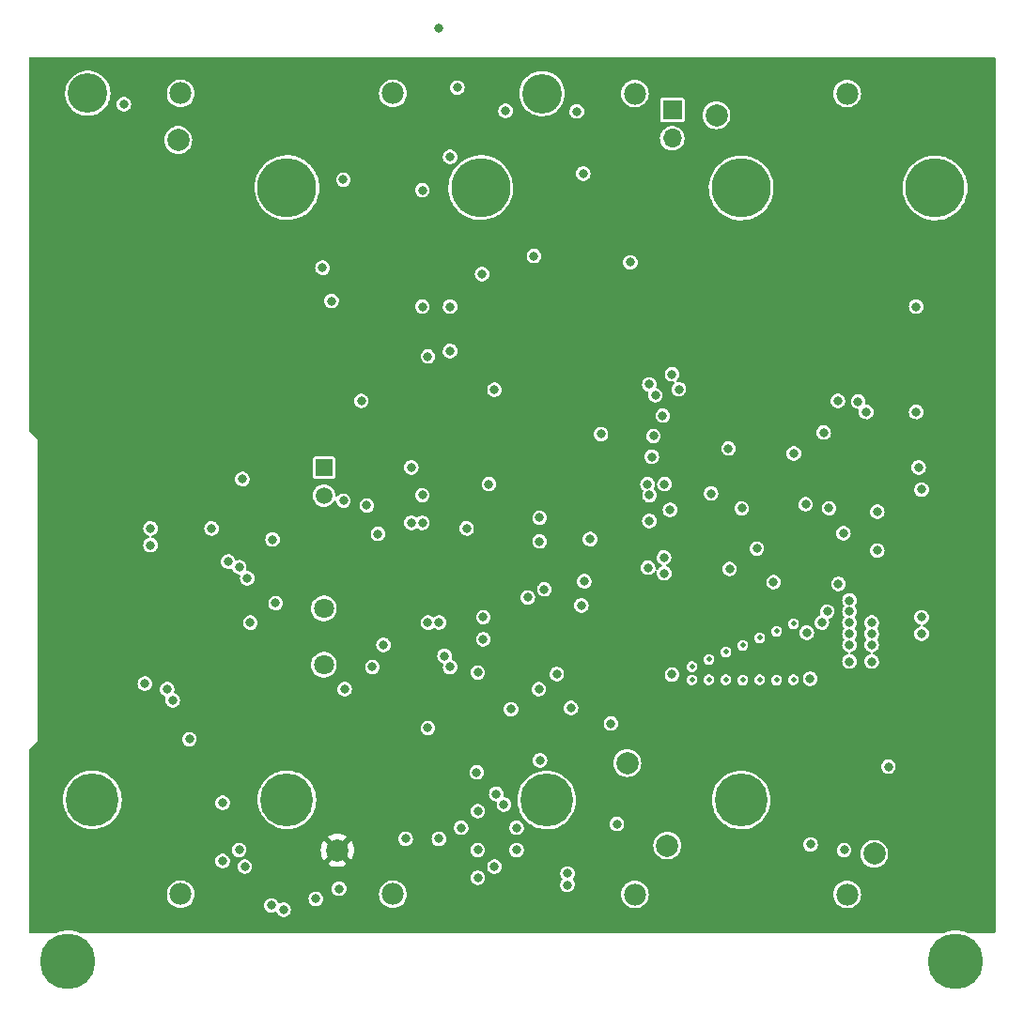
<source format=gbr>
%TF.GenerationSoftware,KiCad,Pcbnew,(6.0.7)*%
%TF.CreationDate,2023-03-29T01:01:16-07:00*%
%TF.ProjectId,battery_board_v1,62617474-6572-4795-9f62-6f6172645f76,rev?*%
%TF.SameCoordinates,Original*%
%TF.FileFunction,Copper,L3,Inr*%
%TF.FilePolarity,Positive*%
%FSLAX46Y46*%
G04 Gerber Fmt 4.6, Leading zero omitted, Abs format (unit mm)*
G04 Created by KiCad (PCBNEW (6.0.7)) date 2023-03-29 01:01:16*
%MOMM*%
%LPD*%
G01*
G04 APERTURE LIST*
%TA.AperFunction,ComponentPad*%
%ADD10C,4.770000*%
%TD*%
%TA.AperFunction,ComponentPad*%
%ADD11C,5.325000*%
%TD*%
%TA.AperFunction,ComponentPad*%
%ADD12C,3.570000*%
%TD*%
%TA.AperFunction,ComponentPad*%
%ADD13C,1.980000*%
%TD*%
%TA.AperFunction,ComponentPad*%
%ADD14C,5.000000*%
%TD*%
%TA.AperFunction,ComponentPad*%
%ADD15C,2.000000*%
%TD*%
%TA.AperFunction,ComponentPad*%
%ADD16R,1.700000X1.700000*%
%TD*%
%TA.AperFunction,ComponentPad*%
%ADD17O,1.700000X1.700000*%
%TD*%
%TA.AperFunction,ComponentPad*%
%ADD18R,1.508000X1.508000*%
%TD*%
%TA.AperFunction,ComponentPad*%
%ADD19C,1.508000*%
%TD*%
%TA.AperFunction,ComponentPad*%
%ADD20C,1.800000*%
%TD*%
%TA.AperFunction,ViaPad*%
%ADD21C,0.800000*%
%TD*%
%TA.AperFunction,ViaPad*%
%ADD22C,0.460000*%
%TD*%
G04 APERTURE END LIST*
D10*
%TO.N,unconnected-(U7-Pad1)*%
%TO.C,U7*%
X175240000Y-117000000D03*
%TO.N,unconnected-(U7-Pad2)*%
X157710000Y-117000000D03*
D11*
%TO.N,unconnected-(U7-Pad3)*%
X175240000Y-61800000D03*
%TO.N,unconnected-(U7-Pad4)*%
X192710000Y-61800000D03*
D12*
%TO.N,unconnected-(U7-Pad5)*%
X157290000Y-53290000D03*
D13*
%TO.N,B-*%
X165660000Y-125510000D03*
X184790000Y-125510000D03*
%TO.N,BM*%
X165660000Y-53290000D03*
X184790000Y-53290000D03*
%TD*%
D10*
%TO.N,unconnected-(U8-Pad1)*%
%TO.C,U8*%
X134298500Y-116975000D03*
%TO.N,unconnected-(U8-Pad2)*%
X116768500Y-116975000D03*
D11*
%TO.N,unconnected-(U8-Pad3)*%
X134298500Y-61775000D03*
%TO.N,unconnected-(U8-Pad4)*%
X151768500Y-61775000D03*
D12*
%TO.N,unconnected-(U8-Pad5)*%
X116348500Y-53265000D03*
D13*
%TO.N,BM*%
X124718500Y-125485000D03*
X143848500Y-125485000D03*
%TO.N,PACK+*%
X124718500Y-53265000D03*
X143848500Y-53265000D03*
%TD*%
D14*
%TO.N,N/C*%
%TO.C,*%
X194573162Y-131529322D03*
%TD*%
D15*
%TO.N,PACK+*%
%TO.C,TP4*%
X173000000Y-55250000D03*
%TD*%
%TO.N,GND*%
%TO.C,TP3*%
X138850000Y-121525000D03*
%TD*%
%TO.N,+3V3*%
%TO.C,TP5*%
X168575000Y-121100000D03*
%TD*%
D14*
%TO.N,N/C*%
%TO.C,*%
X114573162Y-131529322D03*
%TD*%
D16*
%TO.N,VBATT_SENSE*%
%TO.C,J18*%
X169025000Y-54782400D03*
D17*
%TO.N,VBatt*%
X169025000Y-57322400D03*
%TD*%
D15*
%TO.N,VBUSP*%
%TO.C,TP6*%
X124500000Y-57475000D03*
%TD*%
%TO.N,BM*%
%TO.C,TP2*%
X164973000Y-113665000D03*
%TD*%
%TO.N,B-*%
%TO.C,TP1*%
X187225000Y-121850000D03*
%TD*%
D18*
%TO.N,VBUSP*%
%TO.C,K1*%
X137632500Y-87010000D03*
D19*
%TO.N,Net-(D5-PadA)*%
X137632500Y-89550000D03*
D20*
%TO.N,PACK+*%
X137632500Y-104790000D03*
%TO.N,Net-(K1-PadNO)*%
X137632500Y-99710000D03*
%TD*%
D21*
%TO.N,+3V3*%
X128500000Y-117250000D03*
%TO.N,GND*%
X178825000Y-66475000D03*
%TO.N,Net-(IC2-Pad10)*%
X161000000Y-60500000D03*
%TO.N,GND*%
X130000000Y-115000000D03*
%TO.N,+3V3*%
X151400000Y-114500000D03*
X157100000Y-113425000D03*
%TO.N,VSOLAR_I*%
X157073600Y-93675200D03*
X157073600Y-91541600D03*
%TO.N,+3V3*%
X181450000Y-106050000D03*
X184000000Y-97500000D03*
X150500000Y-92500000D03*
X178158800Y-97346300D03*
X181150000Y-101900000D03*
X149000000Y-105000000D03*
X153000000Y-80000000D03*
X130000000Y-121500000D03*
X145000000Y-120500000D03*
X152000000Y-102500000D03*
X159900000Y-108700000D03*
X163500000Y-110100000D03*
X152500000Y-88500000D03*
X158620800Y-105633162D03*
X147000000Y-110500000D03*
X160832800Y-99449500D03*
X161086800Y-97275500D03*
X152000000Y-100500000D03*
X148000000Y-120500000D03*
%TO.N,VBUSP*%
X168300000Y-96550000D03*
X166974600Y-89500000D03*
X169000000Y-78600000D03*
X181047820Y-90330940D03*
X149000000Y-59000000D03*
X146500000Y-62000000D03*
X168329624Y-88500000D03*
X183950000Y-81000000D03*
X166962000Y-91825000D03*
X183146900Y-90675000D03*
X149000000Y-76500000D03*
X182674400Y-83861100D03*
X179982000Y-85740700D03*
X146500000Y-72500000D03*
X168162900Y-82337100D03*
X149000000Y-72500000D03*
X147000000Y-77000000D03*
X167500000Y-80500000D03*
%TO.N,B-*%
X185775500Y-81050000D03*
%TO.N,Net-(C12-Pad1)*%
X169625000Y-79950000D03*
X168825000Y-90825000D03*
%TO.N,Net-(C12-Pad2)*%
X172525000Y-89350100D03*
X174089200Y-85298800D03*
X176650000Y-94325000D03*
X174190800Y-96154700D03*
X175289643Y-90697170D03*
%TO.N,GND*%
X159500000Y-112400000D03*
X125350000Y-66525000D03*
X162950000Y-64750000D03*
X173888000Y-90642564D03*
X182300000Y-111650000D03*
X172281188Y-81218812D03*
X122000000Y-89500000D03*
X155194000Y-94945200D03*
X163350000Y-91900000D03*
X181556800Y-79492300D03*
X187500000Y-76000000D03*
X174000000Y-80500000D03*
X147224500Y-94132400D03*
X126875500Y-123000000D03*
X158500000Y-65500000D03*
X182700000Y-86900000D03*
X190500000Y-91500000D03*
X157150000Y-128552502D03*
X168653600Y-85842300D03*
X161650000Y-81700000D03*
X160950000Y-114650000D03*
X154500000Y-58500000D03*
X138500000Y-113000000D03*
X150709600Y-112173400D03*
X146000000Y-83000000D03*
X167800000Y-98300000D03*
X159197201Y-73223200D03*
X167200000Y-66550000D03*
X174250000Y-66000000D03*
X187500000Y-107500000D03*
X185150000Y-111700000D03*
X177950000Y-86909100D03*
X185150000Y-113350000D03*
X140502699Y-75118000D03*
X182250000Y-114800000D03*
X140449500Y-58710500D03*
X178650000Y-79400000D03*
X167900000Y-93950000D03*
X168450400Y-91989100D03*
X182300000Y-113350000D03*
X175156000Y-97272300D03*
X167050000Y-65000000D03*
X162100000Y-96000000D03*
X182626000Y-51866800D03*
X162900000Y-66900000D03*
X178800000Y-69750000D03*
X139175700Y-84488516D03*
X160250000Y-76900000D03*
X162125000Y-123700000D03*
X185150000Y-114700000D03*
X167612400Y-100248362D03*
X121500000Y-105000000D03*
X124996499Y-78267600D03*
%TO.N,VBatt*%
X160425000Y-54900000D03*
X149650000Y-52750000D03*
%TO.N,F0_ENB*%
X188500000Y-114000000D03*
X184512299Y-121512299D03*
X181500000Y-121000000D03*
X191000000Y-82000000D03*
%TO.N,F1_ENB*%
X187500000Y-94500000D03*
X187500000Y-91000000D03*
%TO.N,F3_ENB*%
X129000000Y-95500000D03*
X131000000Y-101000000D03*
%TO.N,F4_ENB*%
X121500000Y-106500000D03*
X125512299Y-111512299D03*
%TO.N,SCL_MAIN*%
X157000000Y-107000000D03*
X130500000Y-123000000D03*
X153000000Y-123000000D03*
X148012299Y-100987701D03*
X154500000Y-108800000D03*
X153852793Y-117397207D03*
X146500000Y-89500000D03*
X146500000Y-92000000D03*
%TO.N,SDA_MAIN*%
X128500000Y-122500000D03*
X153163300Y-116450000D03*
X151500000Y-124000000D03*
X147000000Y-101000000D03*
X145500000Y-87000000D03*
X151500000Y-121500000D03*
X145500000Y-92000000D03*
X151500000Y-105500000D03*
%TO.N,Net-(IC2-Pad10)*%
X156555601Y-67940000D03*
X151882001Y-69565600D03*
%TO.N,BURN_RELAY_A*%
X151500000Y-118000000D03*
X142500000Y-93000000D03*
X139382700Y-61047300D03*
X143000000Y-103000000D03*
%TO.N,Net-(D5-PadA)*%
X137500000Y-69000000D03*
%TO.N,ENAB_HEATER*%
X141000000Y-81000000D03*
X130000000Y-96000000D03*
%TO.N,/3V3_EN*%
X167179469Y-86046431D03*
X166789656Y-88517757D03*
%TO.N,BM*%
X165250000Y-68500000D03*
%TO.N,PACK+*%
X119600000Y-54250000D03*
X154000000Y-54850000D03*
X148000000Y-47375000D03*
%TO.N,ENAB_BURN*%
X150000000Y-119500000D03*
X139385500Y-90000000D03*
X138324300Y-72000000D03*
X139500000Y-107000000D03*
%TO.N,VBUS_RESET*%
X167327100Y-84165900D03*
X166847207Y-96052793D03*
X159575000Y-124650000D03*
X162600000Y-84000000D03*
X166950998Y-79515445D03*
X161609362Y-93468738D03*
D22*
%TO.N,F3_SDA*%
X178432800Y-101772362D03*
D21*
X133000000Y-93500000D03*
X156000000Y-98724500D03*
D22*
X178432800Y-106191962D03*
D21*
X122000000Y-94000000D03*
X133271938Y-99228062D03*
D22*
%TO.N,F2_SDA*%
X175384800Y-106191962D03*
D21*
X185000000Y-103000000D03*
D22*
X175384800Y-103042362D03*
D21*
X187000000Y-103000000D03*
%TO.N,F1_SDA*%
X191224500Y-87000000D03*
X185000000Y-101000497D03*
D22*
X172336800Y-104312362D03*
D21*
X187000000Y-101000000D03*
X191500000Y-100500000D03*
D22*
X172336800Y-106157062D03*
D21*
%TO.N,F0_SDA*%
X169000000Y-105672262D03*
X185000000Y-99000000D03*
X186500000Y-82000000D03*
X183000000Y-100000000D03*
D22*
%TO.N,F3_SCL*%
X179956800Y-106157062D03*
D21*
X157500000Y-98000000D03*
D22*
X179956800Y-101111963D03*
D21*
X127500000Y-92500000D03*
X130724500Y-97000000D03*
X122000000Y-92500000D03*
D22*
%TO.N,F2_SCL*%
X176908800Y-106157063D03*
X176908800Y-102381962D03*
D21*
X185000000Y-104500000D03*
X187000000Y-104500000D03*
%TO.N,F1_SCL*%
X191500000Y-89000000D03*
X191500000Y-102000000D03*
X187000000Y-102000000D03*
X185000000Y-102000000D03*
D22*
X173860800Y-106157062D03*
X173860800Y-103651962D03*
%TO.N,F0_SCL*%
X170812800Y-104972762D03*
D21*
X191000000Y-72500000D03*
X182500000Y-101000000D03*
D22*
X170812801Y-106157062D03*
D21*
X185000000Y-100000000D03*
%TO.N,F4_SCL*%
X124000000Y-108000000D03*
X142000000Y-105000000D03*
%TO.N,F4_SDA*%
X148500000Y-104000000D03*
X123500000Y-107000000D03*
%TO.N,I2C_RESET*%
X159587701Y-123612701D03*
X164037701Y-119162701D03*
%TO.N,ENAB_RF*%
X155000000Y-119500000D03*
X155000000Y-121500000D03*
%TO.N,VSOLAR*%
X141500000Y-90425000D03*
X168275000Y-95125000D03*
X130275000Y-88050000D03*
X184450000Y-92950000D03*
%TO.N,Break_SDA*%
X132900000Y-126500000D03*
X136900000Y-125900000D03*
%TO.N,Break_SCL*%
X139000000Y-125000000D03*
X134000000Y-126884500D03*
%TD*%
%TA.AperFunction,Conductor*%
%TO.N,GND*%
G36*
X198090470Y-50020002D02*
G01*
X198136963Y-50073658D01*
X198148349Y-50125890D01*
X198158568Y-61836037D01*
X198158662Y-61944290D01*
X198158662Y-128874000D01*
X198138660Y-128942121D01*
X198085004Y-128988614D01*
X198032662Y-129000000D01*
X195692599Y-129000000D01*
X195640450Y-128988702D01*
X195562091Y-128953074D01*
X195245426Y-128852926D01*
X195100842Y-128825737D01*
X194922747Y-128792247D01*
X194922742Y-128792246D01*
X194919023Y-128791547D01*
X194587611Y-128769825D01*
X194583831Y-128770033D01*
X194583830Y-128770033D01*
X194488817Y-128775262D01*
X194255989Y-128788075D01*
X194252262Y-128788736D01*
X194252258Y-128788736D01*
X193993558Y-128834585D01*
X193928961Y-128846033D01*
X193925336Y-128847138D01*
X193925331Y-128847139D01*
X193837199Y-128874000D01*
X193611265Y-128942860D01*
X193588162Y-128953074D01*
X193506356Y-128989240D01*
X193455409Y-129000000D01*
X115692599Y-129000000D01*
X115640450Y-128988702D01*
X115562091Y-128953074D01*
X115245426Y-128852926D01*
X115100842Y-128825737D01*
X114922747Y-128792247D01*
X114922742Y-128792246D01*
X114919023Y-128791547D01*
X114587611Y-128769825D01*
X114583831Y-128770033D01*
X114583830Y-128770033D01*
X114488817Y-128775262D01*
X114255989Y-128788075D01*
X114252262Y-128788736D01*
X114252258Y-128788736D01*
X113993558Y-128834585D01*
X113928961Y-128846033D01*
X113925336Y-128847138D01*
X113925331Y-128847139D01*
X113837199Y-128874000D01*
X113611265Y-128942860D01*
X113588162Y-128953074D01*
X113506356Y-128989240D01*
X113455409Y-129000000D01*
X111163662Y-129000000D01*
X111095541Y-128979998D01*
X111049048Y-128926342D01*
X111037662Y-128874000D01*
X111037662Y-125485000D01*
X123469246Y-125485000D01*
X123488225Y-125701931D01*
X123489649Y-125707244D01*
X123489649Y-125707246D01*
X123540197Y-125895892D01*
X123544585Y-125912270D01*
X123546907Y-125917251D01*
X123546908Y-125917252D01*
X123634288Y-126104640D01*
X123634291Y-126104645D01*
X123636614Y-126109627D01*
X123694422Y-126192185D01*
X123750687Y-126272539D01*
X123761516Y-126288005D01*
X123915495Y-126441984D01*
X123920003Y-126445141D01*
X123920006Y-126445143D01*
X123955710Y-126470143D01*
X124093873Y-126566886D01*
X124098855Y-126569209D01*
X124098860Y-126569212D01*
X124286248Y-126656592D01*
X124291230Y-126658915D01*
X124296538Y-126660337D01*
X124296540Y-126660338D01*
X124496254Y-126713851D01*
X124496256Y-126713851D01*
X124501569Y-126715275D01*
X124718500Y-126734254D01*
X124935431Y-126715275D01*
X124940744Y-126713851D01*
X124940746Y-126713851D01*
X125140460Y-126660338D01*
X125140462Y-126660337D01*
X125145770Y-126658915D01*
X125150752Y-126656592D01*
X125338140Y-126569212D01*
X125338145Y-126569209D01*
X125343127Y-126566886D01*
X125448510Y-126493096D01*
X132240729Y-126493096D01*
X132258113Y-126650553D01*
X132260723Y-126657684D01*
X132260723Y-126657686D01*
X132288933Y-126734773D01*
X132312553Y-126799319D01*
X132316789Y-126805622D01*
X132316789Y-126805623D01*
X132381815Y-126902391D01*
X132400908Y-126930805D01*
X132518076Y-127037419D01*
X132657293Y-127113008D01*
X132810522Y-127153207D01*
X132894477Y-127154526D01*
X132961319Y-127155576D01*
X132961322Y-127155576D01*
X132968916Y-127155695D01*
X133123332Y-127120329D01*
X133193189Y-127085195D01*
X133221634Y-127070889D01*
X133291479Y-127058151D01*
X133357123Y-127085195D01*
X133396574Y-127140154D01*
X133409941Y-127176683D01*
X133409943Y-127176687D01*
X133412553Y-127183819D01*
X133500908Y-127315305D01*
X133506527Y-127320418D01*
X133506528Y-127320419D01*
X133517903Y-127330769D01*
X133618076Y-127421919D01*
X133757293Y-127497508D01*
X133910522Y-127537707D01*
X133994477Y-127539026D01*
X134061319Y-127540076D01*
X134061322Y-127540076D01*
X134068916Y-127540195D01*
X134223332Y-127504829D01*
X134293742Y-127469417D01*
X134358072Y-127437063D01*
X134358075Y-127437061D01*
X134364855Y-127433651D01*
X134370626Y-127428722D01*
X134370629Y-127428720D01*
X134479536Y-127335704D01*
X134479536Y-127335703D01*
X134485314Y-127330769D01*
X134577755Y-127202124D01*
X134636842Y-127055141D01*
X134659162Y-126898307D01*
X134659307Y-126884500D01*
X134640276Y-126727233D01*
X134584280Y-126579046D01*
X134543925Y-126520329D01*
X134498855Y-126454751D01*
X134498854Y-126454749D01*
X134494553Y-126448492D01*
X134476390Y-126432309D01*
X134381946Y-126348164D01*
X134376275Y-126343111D01*
X134368889Y-126339200D01*
X134272198Y-126288005D01*
X134236274Y-126268984D01*
X134082633Y-126230392D01*
X134075034Y-126230352D01*
X134075033Y-126230352D01*
X134009181Y-126230007D01*
X133924221Y-126229562D01*
X133916841Y-126231334D01*
X133916839Y-126231334D01*
X133777563Y-126264771D01*
X133777560Y-126264772D01*
X133770184Y-126266543D01*
X133679373Y-126313414D01*
X133609667Y-126326883D01*
X133543744Y-126300528D01*
X133503718Y-126245987D01*
X133484280Y-126194546D01*
X133443099Y-126134627D01*
X133398855Y-126070251D01*
X133398854Y-126070249D01*
X133394553Y-126063992D01*
X133276275Y-125958611D01*
X133268889Y-125954700D01*
X133188752Y-125912270D01*
X133152539Y-125893096D01*
X136240729Y-125893096D01*
X136258113Y-126050553D01*
X136260723Y-126057684D01*
X136260723Y-126057686D01*
X136306299Y-126182228D01*
X136312553Y-126199319D01*
X136316789Y-126205622D01*
X136316789Y-126205623D01*
X136391566Y-126316902D01*
X136400908Y-126330805D01*
X136406527Y-126335918D01*
X136406528Y-126335919D01*
X136417903Y-126346269D01*
X136518076Y-126437419D01*
X136657293Y-126513008D01*
X136810522Y-126553207D01*
X136894477Y-126554526D01*
X136961319Y-126555576D01*
X136961322Y-126555576D01*
X136968916Y-126555695D01*
X137123332Y-126520329D01*
X137229398Y-126466984D01*
X137258072Y-126452563D01*
X137258075Y-126452561D01*
X137264855Y-126449151D01*
X137270626Y-126444222D01*
X137270629Y-126444220D01*
X137379536Y-126351204D01*
X137379536Y-126351203D01*
X137385314Y-126346269D01*
X137477755Y-126217624D01*
X137536842Y-126070641D01*
X137559162Y-125913807D01*
X137559307Y-125900000D01*
X137540276Y-125742733D01*
X137484280Y-125594546D01*
X137429936Y-125515475D01*
X137398855Y-125470251D01*
X137398854Y-125470249D01*
X137394553Y-125463992D01*
X137276275Y-125358611D01*
X137268889Y-125354700D01*
X137198864Y-125317624D01*
X137136274Y-125284484D01*
X136982633Y-125245892D01*
X136975034Y-125245852D01*
X136975033Y-125245852D01*
X136909181Y-125245507D01*
X136824221Y-125245062D01*
X136816841Y-125246834D01*
X136816839Y-125246834D01*
X136677563Y-125280271D01*
X136677560Y-125280272D01*
X136670184Y-125282043D01*
X136529414Y-125354700D01*
X136410039Y-125458838D01*
X136318950Y-125588444D01*
X136261406Y-125736037D01*
X136260414Y-125743570D01*
X136260414Y-125743571D01*
X136241726Y-125885524D01*
X136240729Y-125893096D01*
X133152539Y-125893096D01*
X133136274Y-125884484D01*
X132982633Y-125845892D01*
X132975034Y-125845852D01*
X132975033Y-125845852D01*
X132909181Y-125845507D01*
X132824221Y-125845062D01*
X132816841Y-125846834D01*
X132816839Y-125846834D01*
X132677563Y-125880271D01*
X132677560Y-125880272D01*
X132670184Y-125882043D01*
X132529414Y-125954700D01*
X132410039Y-126058838D01*
X132318950Y-126188444D01*
X132310323Y-126210571D01*
X132272145Y-126308494D01*
X132261406Y-126336037D01*
X132260414Y-126343570D01*
X132260414Y-126343571D01*
X132243751Y-126470143D01*
X132240729Y-126493096D01*
X125448510Y-126493096D01*
X125481290Y-126470143D01*
X125516994Y-126445143D01*
X125516997Y-126445141D01*
X125521505Y-126441984D01*
X125675484Y-126288005D01*
X125686314Y-126272539D01*
X125742578Y-126192185D01*
X125800386Y-126109627D01*
X125802709Y-126104645D01*
X125802712Y-126104640D01*
X125890092Y-125917252D01*
X125890093Y-125917251D01*
X125892415Y-125912270D01*
X125896804Y-125895892D01*
X125947351Y-125707246D01*
X125947351Y-125707244D01*
X125948775Y-125701931D01*
X125967754Y-125485000D01*
X125948775Y-125268069D01*
X125925796Y-125182309D01*
X125893838Y-125063040D01*
X125893837Y-125063038D01*
X125892415Y-125057730D01*
X125873838Y-125017891D01*
X125862276Y-124993096D01*
X138340729Y-124993096D01*
X138347315Y-125052748D01*
X138352665Y-125101204D01*
X138358113Y-125150553D01*
X138360723Y-125157684D01*
X138360723Y-125157686D01*
X138407505Y-125285524D01*
X138412553Y-125299319D01*
X138416789Y-125305622D01*
X138416789Y-125305623D01*
X138452396Y-125358611D01*
X138500908Y-125430805D01*
X138506527Y-125435918D01*
X138506528Y-125435919D01*
X138517903Y-125446269D01*
X138618076Y-125537419D01*
X138757293Y-125613008D01*
X138910522Y-125653207D01*
X138994477Y-125654526D01*
X139061319Y-125655576D01*
X139061322Y-125655576D01*
X139068916Y-125655695D01*
X139223332Y-125620329D01*
X139299088Y-125582228D01*
X139358072Y-125552563D01*
X139358075Y-125552561D01*
X139364855Y-125549151D01*
X139370626Y-125544222D01*
X139370629Y-125544220D01*
X139439966Y-125485000D01*
X142599246Y-125485000D01*
X142618225Y-125701931D01*
X142619649Y-125707244D01*
X142619649Y-125707246D01*
X142670197Y-125895892D01*
X142674585Y-125912270D01*
X142676907Y-125917251D01*
X142676908Y-125917252D01*
X142764288Y-126104640D01*
X142764291Y-126104645D01*
X142766614Y-126109627D01*
X142824422Y-126192185D01*
X142880687Y-126272539D01*
X142891516Y-126288005D01*
X143045495Y-126441984D01*
X143050003Y-126445141D01*
X143050006Y-126445143D01*
X143085710Y-126470143D01*
X143223873Y-126566886D01*
X143228855Y-126569209D01*
X143228860Y-126569212D01*
X143416248Y-126656592D01*
X143421230Y-126658915D01*
X143426538Y-126660337D01*
X143426540Y-126660338D01*
X143626254Y-126713851D01*
X143626256Y-126713851D01*
X143631569Y-126715275D01*
X143848500Y-126734254D01*
X144065431Y-126715275D01*
X144070744Y-126713851D01*
X144070746Y-126713851D01*
X144270460Y-126660338D01*
X144270462Y-126660337D01*
X144275770Y-126658915D01*
X144280752Y-126656592D01*
X144468140Y-126569212D01*
X144468145Y-126569209D01*
X144473127Y-126566886D01*
X144611290Y-126470143D01*
X144646994Y-126445143D01*
X144646997Y-126445141D01*
X144651505Y-126441984D01*
X144805484Y-126288005D01*
X144816314Y-126272539D01*
X144872578Y-126192185D01*
X144930386Y-126109627D01*
X144932709Y-126104645D01*
X144932712Y-126104640D01*
X145020092Y-125917252D01*
X145020093Y-125917251D01*
X145022415Y-125912270D01*
X145026804Y-125895892D01*
X145077351Y-125707246D01*
X145077351Y-125707244D01*
X145078775Y-125701931D01*
X145095567Y-125510000D01*
X164410746Y-125510000D01*
X164429725Y-125726931D01*
X164431149Y-125732244D01*
X164431149Y-125732246D01*
X164476272Y-125900646D01*
X164486085Y-125937270D01*
X164488407Y-125942251D01*
X164488408Y-125942252D01*
X164575788Y-126129640D01*
X164575791Y-126129645D01*
X164578114Y-126134627D01*
X164703016Y-126313005D01*
X164856995Y-126466984D01*
X164861503Y-126470141D01*
X164861506Y-126470143D01*
X164905069Y-126500646D01*
X165035373Y-126591886D01*
X165040355Y-126594209D01*
X165040360Y-126594212D01*
X165227748Y-126681592D01*
X165232730Y-126683915D01*
X165238038Y-126685337D01*
X165238040Y-126685338D01*
X165437754Y-126738851D01*
X165437756Y-126738851D01*
X165443069Y-126740275D01*
X165660000Y-126759254D01*
X165876931Y-126740275D01*
X165882244Y-126738851D01*
X165882246Y-126738851D01*
X166081960Y-126685338D01*
X166081962Y-126685337D01*
X166087270Y-126683915D01*
X166092252Y-126681592D01*
X166279640Y-126594212D01*
X166279645Y-126594209D01*
X166284627Y-126591886D01*
X166414931Y-126500646D01*
X166458494Y-126470143D01*
X166458497Y-126470141D01*
X166463005Y-126466984D01*
X166616984Y-126313005D01*
X166741886Y-126134627D01*
X166744209Y-126129645D01*
X166744212Y-126129640D01*
X166831592Y-125942252D01*
X166831593Y-125942251D01*
X166833915Y-125937270D01*
X166843729Y-125900646D01*
X166888851Y-125732246D01*
X166888851Y-125732244D01*
X166890275Y-125726931D01*
X166909254Y-125510000D01*
X183540746Y-125510000D01*
X183559725Y-125726931D01*
X183561149Y-125732244D01*
X183561149Y-125732246D01*
X183606272Y-125900646D01*
X183616085Y-125937270D01*
X183618407Y-125942251D01*
X183618408Y-125942252D01*
X183705788Y-126129640D01*
X183705791Y-126129645D01*
X183708114Y-126134627D01*
X183833016Y-126313005D01*
X183986995Y-126466984D01*
X183991503Y-126470141D01*
X183991506Y-126470143D01*
X184035069Y-126500646D01*
X184165373Y-126591886D01*
X184170355Y-126594209D01*
X184170360Y-126594212D01*
X184357748Y-126681592D01*
X184362730Y-126683915D01*
X184368038Y-126685337D01*
X184368040Y-126685338D01*
X184567754Y-126738851D01*
X184567756Y-126738851D01*
X184573069Y-126740275D01*
X184790000Y-126759254D01*
X185006931Y-126740275D01*
X185012244Y-126738851D01*
X185012246Y-126738851D01*
X185211960Y-126685338D01*
X185211962Y-126685337D01*
X185217270Y-126683915D01*
X185222252Y-126681592D01*
X185409640Y-126594212D01*
X185409645Y-126594209D01*
X185414627Y-126591886D01*
X185544931Y-126500646D01*
X185588494Y-126470143D01*
X185588497Y-126470141D01*
X185593005Y-126466984D01*
X185746984Y-126313005D01*
X185871886Y-126134627D01*
X185874209Y-126129645D01*
X185874212Y-126129640D01*
X185961592Y-125942252D01*
X185961593Y-125942251D01*
X185963915Y-125937270D01*
X185973729Y-125900646D01*
X186018851Y-125732246D01*
X186018851Y-125732244D01*
X186020275Y-125726931D01*
X186039254Y-125510000D01*
X186020275Y-125293069D01*
X186012152Y-125262754D01*
X185965338Y-125088040D01*
X185965337Y-125088038D01*
X185963915Y-125082730D01*
X185960077Y-125074500D01*
X185874212Y-124890360D01*
X185874209Y-124890355D01*
X185871886Y-124885373D01*
X185746984Y-124706995D01*
X185593005Y-124553016D01*
X185588497Y-124549859D01*
X185588494Y-124549857D01*
X185497349Y-124486037D01*
X185414627Y-124428114D01*
X185409645Y-124425791D01*
X185409640Y-124425788D01*
X185222252Y-124338408D01*
X185222251Y-124338407D01*
X185217270Y-124336085D01*
X185211962Y-124334663D01*
X185211960Y-124334662D01*
X185012246Y-124281149D01*
X185012244Y-124281149D01*
X185006931Y-124279725D01*
X184790000Y-124260746D01*
X184573069Y-124279725D01*
X184567756Y-124281149D01*
X184567754Y-124281149D01*
X184368040Y-124334662D01*
X184368038Y-124334663D01*
X184362730Y-124336085D01*
X184357749Y-124338407D01*
X184357748Y-124338408D01*
X184170360Y-124425788D01*
X184170355Y-124425791D01*
X184165373Y-124428114D01*
X184082651Y-124486037D01*
X183991506Y-124549857D01*
X183991503Y-124549859D01*
X183986995Y-124553016D01*
X183833016Y-124706995D01*
X183708114Y-124885373D01*
X183705791Y-124890355D01*
X183705788Y-124890360D01*
X183619923Y-125074500D01*
X183616085Y-125082730D01*
X183614663Y-125088038D01*
X183614662Y-125088040D01*
X183567848Y-125262754D01*
X183559725Y-125293069D01*
X183540746Y-125510000D01*
X166909254Y-125510000D01*
X166890275Y-125293069D01*
X166882152Y-125262754D01*
X166835338Y-125088040D01*
X166835337Y-125088038D01*
X166833915Y-125082730D01*
X166830077Y-125074500D01*
X166744212Y-124890360D01*
X166744209Y-124890355D01*
X166741886Y-124885373D01*
X166616984Y-124706995D01*
X166463005Y-124553016D01*
X166458497Y-124549859D01*
X166458494Y-124549857D01*
X166367349Y-124486037D01*
X166284627Y-124428114D01*
X166279645Y-124425791D01*
X166279640Y-124425788D01*
X166092252Y-124338408D01*
X166092251Y-124338407D01*
X166087270Y-124336085D01*
X166081962Y-124334663D01*
X166081960Y-124334662D01*
X165882246Y-124281149D01*
X165882244Y-124281149D01*
X165876931Y-124279725D01*
X165660000Y-124260746D01*
X165443069Y-124279725D01*
X165437756Y-124281149D01*
X165437754Y-124281149D01*
X165238040Y-124334662D01*
X165238038Y-124334663D01*
X165232730Y-124336085D01*
X165227749Y-124338407D01*
X165227748Y-124338408D01*
X165040360Y-124425788D01*
X165040355Y-124425791D01*
X165035373Y-124428114D01*
X164952651Y-124486037D01*
X164861506Y-124549857D01*
X164861503Y-124549859D01*
X164856995Y-124553016D01*
X164703016Y-124706995D01*
X164578114Y-124885373D01*
X164575791Y-124890355D01*
X164575788Y-124890360D01*
X164489923Y-125074500D01*
X164486085Y-125082730D01*
X164484663Y-125088038D01*
X164484662Y-125088040D01*
X164437848Y-125262754D01*
X164429725Y-125293069D01*
X164410746Y-125510000D01*
X145095567Y-125510000D01*
X145097754Y-125485000D01*
X145078775Y-125268069D01*
X145055796Y-125182309D01*
X145023838Y-125063040D01*
X145023837Y-125063038D01*
X145022415Y-125057730D01*
X145003838Y-125017891D01*
X144932712Y-124865360D01*
X144932709Y-124865355D01*
X144930386Y-124860373D01*
X144814957Y-124695524D01*
X144808643Y-124686506D01*
X144808641Y-124686503D01*
X144805484Y-124681995D01*
X144651505Y-124528016D01*
X144646997Y-124524859D01*
X144646994Y-124524857D01*
X144541806Y-124451204D01*
X144473127Y-124403114D01*
X144468145Y-124400791D01*
X144468140Y-124400788D01*
X144280752Y-124313408D01*
X144280751Y-124313407D01*
X144275770Y-124311085D01*
X144270462Y-124309663D01*
X144270460Y-124309662D01*
X144070746Y-124256149D01*
X144070744Y-124256149D01*
X144065431Y-124254725D01*
X143848500Y-124235746D01*
X143631569Y-124254725D01*
X143626256Y-124256149D01*
X143626254Y-124256149D01*
X143426540Y-124309662D01*
X143426538Y-124309663D01*
X143421230Y-124311085D01*
X143416249Y-124313407D01*
X143416248Y-124313408D01*
X143228860Y-124400788D01*
X143228855Y-124400791D01*
X143223873Y-124403114D01*
X143155194Y-124451204D01*
X143050006Y-124524857D01*
X143050003Y-124524859D01*
X143045495Y-124528016D01*
X142891516Y-124681995D01*
X142888359Y-124686503D01*
X142888357Y-124686506D01*
X142882043Y-124695524D01*
X142766614Y-124860373D01*
X142764291Y-124865355D01*
X142764288Y-124865360D01*
X142693162Y-125017891D01*
X142674585Y-125057730D01*
X142673163Y-125063038D01*
X142673162Y-125063040D01*
X142641204Y-125182309D01*
X142618225Y-125268069D01*
X142599246Y-125485000D01*
X139439966Y-125485000D01*
X139479536Y-125451204D01*
X139479536Y-125451203D01*
X139485314Y-125446269D01*
X139577755Y-125317624D01*
X139636842Y-125170641D01*
X139648305Y-125090095D01*
X139658581Y-125017891D01*
X139658581Y-125017888D01*
X139659162Y-125013807D01*
X139659307Y-125000000D01*
X139640276Y-124842733D01*
X139584280Y-124694546D01*
X139554544Y-124651279D01*
X139498855Y-124570251D01*
X139498854Y-124570249D01*
X139494553Y-124563992D01*
X139376275Y-124458611D01*
X139368889Y-124454700D01*
X139242988Y-124388039D01*
X139242989Y-124388039D01*
X139236274Y-124384484D01*
X139082633Y-124345892D01*
X139075034Y-124345852D01*
X139075033Y-124345852D01*
X139009181Y-124345507D01*
X138924221Y-124345062D01*
X138916841Y-124346834D01*
X138916839Y-124346834D01*
X138777563Y-124380271D01*
X138777560Y-124380272D01*
X138770184Y-124382043D01*
X138629414Y-124454700D01*
X138510039Y-124558838D01*
X138418950Y-124688444D01*
X138409959Y-124711506D01*
X138367409Y-124820641D01*
X138361406Y-124836037D01*
X138360414Y-124843570D01*
X138360414Y-124843571D01*
X138343270Y-124973798D01*
X138340729Y-124993096D01*
X125862276Y-124993096D01*
X125802712Y-124865360D01*
X125802709Y-124865355D01*
X125800386Y-124860373D01*
X125684957Y-124695524D01*
X125678643Y-124686506D01*
X125678641Y-124686503D01*
X125675484Y-124681995D01*
X125521505Y-124528016D01*
X125516997Y-124524859D01*
X125516994Y-124524857D01*
X125411806Y-124451204D01*
X125343127Y-124403114D01*
X125338145Y-124400791D01*
X125338140Y-124400788D01*
X125150752Y-124313408D01*
X125150751Y-124313407D01*
X125145770Y-124311085D01*
X125140462Y-124309663D01*
X125140460Y-124309662D01*
X124940746Y-124256149D01*
X124940744Y-124256149D01*
X124935431Y-124254725D01*
X124718500Y-124235746D01*
X124501569Y-124254725D01*
X124496256Y-124256149D01*
X124496254Y-124256149D01*
X124296540Y-124309662D01*
X124296538Y-124309663D01*
X124291230Y-124311085D01*
X124286249Y-124313407D01*
X124286248Y-124313408D01*
X124098860Y-124400788D01*
X124098855Y-124400791D01*
X124093873Y-124403114D01*
X124025194Y-124451204D01*
X123920006Y-124524857D01*
X123920003Y-124524859D01*
X123915495Y-124528016D01*
X123761516Y-124681995D01*
X123758359Y-124686503D01*
X123758357Y-124686506D01*
X123752043Y-124695524D01*
X123636614Y-124860373D01*
X123634291Y-124865355D01*
X123634288Y-124865360D01*
X123563162Y-125017891D01*
X123544585Y-125057730D01*
X123543163Y-125063038D01*
X123543162Y-125063040D01*
X123511204Y-125182309D01*
X123488225Y-125268069D01*
X123469246Y-125485000D01*
X111037662Y-125485000D01*
X111037662Y-123993096D01*
X150840729Y-123993096D01*
X150858113Y-124150553D01*
X150860723Y-124157684D01*
X150860723Y-124157686D01*
X150905904Y-124281149D01*
X150912553Y-124299319D01*
X150916789Y-124305622D01*
X150916789Y-124305623D01*
X150969782Y-124384484D01*
X151000908Y-124430805D01*
X151006527Y-124435918D01*
X151006528Y-124435919D01*
X151068966Y-124492733D01*
X151118076Y-124537419D01*
X151257293Y-124613008D01*
X151410522Y-124653207D01*
X151494477Y-124654526D01*
X151561319Y-124655576D01*
X151561322Y-124655576D01*
X151568916Y-124655695D01*
X151623926Y-124643096D01*
X158915729Y-124643096D01*
X158933113Y-124800553D01*
X158935723Y-124807684D01*
X158935723Y-124807686D01*
X158962503Y-124880865D01*
X158987553Y-124949319D01*
X158991789Y-124955622D01*
X158991789Y-124955623D01*
X159033632Y-125017891D01*
X159075908Y-125080805D01*
X159081527Y-125085918D01*
X159081528Y-125085919D01*
X159166366Y-125163115D01*
X159193076Y-125187419D01*
X159332293Y-125263008D01*
X159485522Y-125303207D01*
X159569477Y-125304526D01*
X159636319Y-125305576D01*
X159636322Y-125305576D01*
X159643916Y-125305695D01*
X159798332Y-125270329D01*
X159868742Y-125234917D01*
X159933072Y-125202563D01*
X159933075Y-125202561D01*
X159939855Y-125199151D01*
X159945626Y-125194222D01*
X159945629Y-125194220D01*
X160054536Y-125101204D01*
X160054536Y-125101203D01*
X160060314Y-125096269D01*
X160152755Y-124967624D01*
X160211842Y-124820641D01*
X160228570Y-124703098D01*
X160233581Y-124667891D01*
X160233581Y-124667888D01*
X160234162Y-124663807D01*
X160234247Y-124655695D01*
X160234264Y-124654134D01*
X160234264Y-124654128D01*
X160234307Y-124650000D01*
X160230717Y-124620329D01*
X160229392Y-124609385D01*
X160215276Y-124492733D01*
X160159280Y-124344546D01*
X160069553Y-124213992D01*
X160071099Y-124212930D01*
X160045225Y-124157523D01*
X160054732Y-124087165D01*
X160073190Y-124059096D01*
X160073015Y-124058970D01*
X160076054Y-124054741D01*
X160076056Y-124054739D01*
X160165456Y-123930325D01*
X160224543Y-123783342D01*
X160242951Y-123653999D01*
X160246282Y-123630592D01*
X160246282Y-123630589D01*
X160246863Y-123626508D01*
X160247008Y-123612701D01*
X160227977Y-123455434D01*
X160171981Y-123307247D01*
X160082254Y-123176693D01*
X159963976Y-123071312D01*
X159956590Y-123067401D01*
X159906806Y-123041042D01*
X159823975Y-122997185D01*
X159670334Y-122958593D01*
X159662735Y-122958553D01*
X159662734Y-122958553D01*
X159596882Y-122958208D01*
X159511922Y-122957763D01*
X159504542Y-122959535D01*
X159504540Y-122959535D01*
X159365264Y-122992972D01*
X159365261Y-122992973D01*
X159357885Y-122994744D01*
X159217115Y-123067401D01*
X159097740Y-123171539D01*
X159006651Y-123301145D01*
X159003891Y-123308225D01*
X158952477Y-123440095D01*
X158949107Y-123448738D01*
X158948115Y-123456271D01*
X158948115Y-123456272D01*
X158933110Y-123570251D01*
X158928430Y-123605797D01*
X158933752Y-123653999D01*
X158939013Y-123701649D01*
X158945814Y-123763254D01*
X158948424Y-123770385D01*
X158948424Y-123770387D01*
X158975206Y-123843571D01*
X159000254Y-123912020D01*
X159004490Y-123918323D01*
X159004490Y-123918324D01*
X159084375Y-124037206D01*
X159084378Y-124037209D01*
X159088609Y-124043506D01*
X159089484Y-124044302D01*
X159117724Y-124106452D01*
X159107487Y-124176706D01*
X159088134Y-124206138D01*
X159085039Y-124208838D01*
X158993950Y-124338444D01*
X158976721Y-124382634D01*
X158946679Y-124459689D01*
X158936406Y-124486037D01*
X158935414Y-124493570D01*
X158935414Y-124493571D01*
X158919176Y-124616916D01*
X158915729Y-124643096D01*
X151623926Y-124643096D01*
X151723332Y-124620329D01*
X151822902Y-124570251D01*
X151858072Y-124552563D01*
X151858075Y-124552561D01*
X151864855Y-124549151D01*
X151870626Y-124544222D01*
X151870629Y-124544220D01*
X151979536Y-124451204D01*
X151979536Y-124451203D01*
X151985314Y-124446269D01*
X152077755Y-124317624D01*
X152136842Y-124170641D01*
X152152735Y-124058970D01*
X152158581Y-124017891D01*
X152158581Y-124017888D01*
X152159162Y-124013807D01*
X152159307Y-124000000D01*
X152140276Y-123842733D01*
X152084280Y-123694546D01*
X152030871Y-123616835D01*
X151998855Y-123570251D01*
X151998854Y-123570249D01*
X151994553Y-123563992D01*
X151876275Y-123458611D01*
X151868889Y-123454700D01*
X151742988Y-123388039D01*
X151742989Y-123388039D01*
X151736274Y-123384484D01*
X151582633Y-123345892D01*
X151575034Y-123345852D01*
X151575033Y-123345852D01*
X151509181Y-123345507D01*
X151424221Y-123345062D01*
X151416841Y-123346834D01*
X151416839Y-123346834D01*
X151277563Y-123380271D01*
X151277560Y-123380272D01*
X151270184Y-123382043D01*
X151129414Y-123454700D01*
X151010039Y-123558838D01*
X150918950Y-123688444D01*
X150890178Y-123762241D01*
X150879201Y-123790396D01*
X150861406Y-123836037D01*
X150860414Y-123843570D01*
X150860414Y-123843571D01*
X150851403Y-123912020D01*
X150840729Y-123993096D01*
X111037662Y-123993096D01*
X111037662Y-122493096D01*
X127840729Y-122493096D01*
X127858113Y-122650553D01*
X127860723Y-122657684D01*
X127860723Y-122657686D01*
X127897312Y-122757670D01*
X127912553Y-122799319D01*
X128000908Y-122930805D01*
X128006527Y-122935918D01*
X128006528Y-122935919D01*
X128096608Y-123017885D01*
X128118076Y-123037419D01*
X128257293Y-123113008D01*
X128410522Y-123153207D01*
X128494477Y-123154526D01*
X128561319Y-123155576D01*
X128561322Y-123155576D01*
X128568916Y-123155695D01*
X128723332Y-123120329D01*
X128793742Y-123084917D01*
X128858072Y-123052563D01*
X128858075Y-123052561D01*
X128864855Y-123049151D01*
X128870626Y-123044222D01*
X128870629Y-123044220D01*
X128930487Y-122993096D01*
X129840729Y-122993096D01*
X129848548Y-123063920D01*
X129853558Y-123109292D01*
X129858113Y-123150553D01*
X129860723Y-123157684D01*
X129860723Y-123157686D01*
X129868067Y-123177753D01*
X129912553Y-123299319D01*
X129916789Y-123305622D01*
X129916789Y-123305623D01*
X129969782Y-123384484D01*
X130000908Y-123430805D01*
X130006527Y-123435918D01*
X130006528Y-123435919D01*
X130032651Y-123459689D01*
X130118076Y-123537419D01*
X130257293Y-123613008D01*
X130410522Y-123653207D01*
X130494477Y-123654526D01*
X130561319Y-123655576D01*
X130561322Y-123655576D01*
X130568916Y-123655695D01*
X130723332Y-123620329D01*
X130822902Y-123570251D01*
X130858072Y-123552563D01*
X130858075Y-123552561D01*
X130864855Y-123549151D01*
X130870626Y-123544222D01*
X130870629Y-123544220D01*
X130979536Y-123451204D01*
X130979536Y-123451203D01*
X130985314Y-123446269D01*
X131077755Y-123317624D01*
X131136842Y-123170641D01*
X131145641Y-123108813D01*
X131158581Y-123017891D01*
X131158581Y-123017888D01*
X131159162Y-123013807D01*
X131159307Y-123000000D01*
X131158743Y-122995335D01*
X131151734Y-122937422D01*
X131140276Y-122842733D01*
X131108133Y-122757670D01*
X137982160Y-122757670D01*
X137987887Y-122765320D01*
X138159042Y-122870205D01*
X138167837Y-122874687D01*
X138377988Y-122961734D01*
X138387373Y-122964783D01*
X138608554Y-123017885D01*
X138618301Y-123019428D01*
X138845070Y-123037275D01*
X138854930Y-123037275D01*
X139081699Y-123019428D01*
X139091446Y-123017885D01*
X139194697Y-122993096D01*
X152340729Y-122993096D01*
X152348548Y-123063920D01*
X152353558Y-123109292D01*
X152358113Y-123150553D01*
X152360723Y-123157684D01*
X152360723Y-123157686D01*
X152368067Y-123177753D01*
X152412553Y-123299319D01*
X152416789Y-123305622D01*
X152416789Y-123305623D01*
X152469782Y-123384484D01*
X152500908Y-123430805D01*
X152506527Y-123435918D01*
X152506528Y-123435919D01*
X152532651Y-123459689D01*
X152618076Y-123537419D01*
X152757293Y-123613008D01*
X152910522Y-123653207D01*
X152994477Y-123654526D01*
X153061319Y-123655576D01*
X153061322Y-123655576D01*
X153068916Y-123655695D01*
X153223332Y-123620329D01*
X153322902Y-123570251D01*
X153358072Y-123552563D01*
X153358075Y-123552561D01*
X153364855Y-123549151D01*
X153370626Y-123544222D01*
X153370629Y-123544220D01*
X153479536Y-123451204D01*
X153479536Y-123451203D01*
X153485314Y-123446269D01*
X153577755Y-123317624D01*
X153636842Y-123170641D01*
X153645641Y-123108813D01*
X153658581Y-123017891D01*
X153658581Y-123017888D01*
X153659162Y-123013807D01*
X153659307Y-123000000D01*
X153658743Y-122995335D01*
X153651734Y-122937422D01*
X153640276Y-122842733D01*
X153584280Y-122694546D01*
X153494553Y-122563992D01*
X153376275Y-122458611D01*
X153368889Y-122454700D01*
X153252182Y-122392907D01*
X153236274Y-122384484D01*
X153082633Y-122345892D01*
X153075034Y-122345852D01*
X153075033Y-122345852D01*
X153009181Y-122345507D01*
X152924221Y-122345062D01*
X152916841Y-122346834D01*
X152916839Y-122346834D01*
X152777563Y-122380271D01*
X152777560Y-122380272D01*
X152770184Y-122382043D01*
X152629414Y-122454700D01*
X152510039Y-122558838D01*
X152418950Y-122688444D01*
X152416190Y-122695524D01*
X152366178Y-122823798D01*
X152361406Y-122836037D01*
X152360414Y-122843570D01*
X152360414Y-122843571D01*
X152344858Y-122961734D01*
X152340729Y-122993096D01*
X139194697Y-122993096D01*
X139312627Y-122964783D01*
X139322012Y-122961734D01*
X139532163Y-122874687D01*
X139540958Y-122870205D01*
X139708445Y-122767568D01*
X139717907Y-122757110D01*
X139714124Y-122748334D01*
X138862812Y-121897022D01*
X138848868Y-121889408D01*
X138847035Y-121889539D01*
X138840420Y-121893790D01*
X137988920Y-122745290D01*
X137982160Y-122757670D01*
X131108133Y-122757670D01*
X131084280Y-122694546D01*
X130994553Y-122563992D01*
X130876275Y-122458611D01*
X130868889Y-122454700D01*
X130752182Y-122392907D01*
X130736274Y-122384484D01*
X130582633Y-122345892D01*
X130575034Y-122345852D01*
X130575033Y-122345852D01*
X130509181Y-122345507D01*
X130424221Y-122345062D01*
X130416841Y-122346834D01*
X130416839Y-122346834D01*
X130277563Y-122380271D01*
X130277560Y-122380272D01*
X130270184Y-122382043D01*
X130129414Y-122454700D01*
X130010039Y-122558838D01*
X129918950Y-122688444D01*
X129916190Y-122695524D01*
X129866178Y-122823798D01*
X129861406Y-122836037D01*
X129860414Y-122843570D01*
X129860414Y-122843571D01*
X129844858Y-122961734D01*
X129840729Y-122993096D01*
X128930487Y-122993096D01*
X128979536Y-122951204D01*
X128979536Y-122951203D01*
X128985314Y-122946269D01*
X129077755Y-122817624D01*
X129136842Y-122670641D01*
X129152739Y-122558941D01*
X129158581Y-122517891D01*
X129158581Y-122517888D01*
X129159162Y-122513807D01*
X129159307Y-122500000D01*
X129156241Y-122474659D01*
X129153404Y-122451219D01*
X129140276Y-122342733D01*
X129084280Y-122194546D01*
X129041725Y-122132628D01*
X128998855Y-122070251D01*
X128998854Y-122070249D01*
X128994553Y-122063992D01*
X128986166Y-122056519D01*
X128958260Y-122031656D01*
X128876275Y-121958611D01*
X128868889Y-121954700D01*
X128790800Y-121913354D01*
X128736274Y-121884484D01*
X128582633Y-121845892D01*
X128575034Y-121845852D01*
X128575033Y-121845852D01*
X128509181Y-121845507D01*
X128424221Y-121845062D01*
X128416841Y-121846834D01*
X128416839Y-121846834D01*
X128277563Y-121880271D01*
X128277560Y-121880272D01*
X128270184Y-121882043D01*
X128129414Y-121954700D01*
X128010039Y-122058838D01*
X127918950Y-122188444D01*
X127861406Y-122336037D01*
X127860414Y-122343570D01*
X127860414Y-122343571D01*
X127842500Y-122479646D01*
X127840729Y-122493096D01*
X111037662Y-122493096D01*
X111037662Y-121493096D01*
X129340729Y-121493096D01*
X129358113Y-121650553D01*
X129360723Y-121657684D01*
X129360723Y-121657686D01*
X129388707Y-121734155D01*
X129412553Y-121799319D01*
X129416789Y-121805622D01*
X129416789Y-121805623D01*
X129469782Y-121884484D01*
X129500908Y-121930805D01*
X129506527Y-121935918D01*
X129506528Y-121935919D01*
X129532651Y-121959689D01*
X129618076Y-122037419D01*
X129757293Y-122113008D01*
X129910522Y-122153207D01*
X129994477Y-122154526D01*
X130061319Y-122155576D01*
X130061322Y-122155576D01*
X130068916Y-122155695D01*
X130223332Y-122120329D01*
X130322902Y-122070251D01*
X130358072Y-122052563D01*
X130358075Y-122052561D01*
X130364855Y-122049151D01*
X130370626Y-122044222D01*
X130370629Y-122044220D01*
X130479536Y-121951204D01*
X130479536Y-121951203D01*
X130485314Y-121946269D01*
X130577755Y-121817624D01*
X130636842Y-121670641D01*
X130645560Y-121609385D01*
X130656868Y-121529930D01*
X137337725Y-121529930D01*
X137355572Y-121756699D01*
X137357115Y-121766446D01*
X137410217Y-121987627D01*
X137413266Y-121997012D01*
X137500313Y-122207163D01*
X137504795Y-122215958D01*
X137607432Y-122383445D01*
X137617890Y-122392907D01*
X137626666Y-122389124D01*
X138477978Y-121537812D01*
X138484356Y-121526132D01*
X139214408Y-121526132D01*
X139214539Y-121527965D01*
X139218790Y-121534580D01*
X140070290Y-122386080D01*
X140082670Y-122392840D01*
X140090320Y-122387113D01*
X140195205Y-122215958D01*
X140199687Y-122207163D01*
X140286734Y-121997012D01*
X140289783Y-121987627D01*
X140342885Y-121766446D01*
X140344428Y-121756699D01*
X140362275Y-121529930D01*
X140362275Y-121520070D01*
X140360152Y-121493096D01*
X150840729Y-121493096D01*
X150858113Y-121650553D01*
X150860723Y-121657684D01*
X150860723Y-121657686D01*
X150888707Y-121734155D01*
X150912553Y-121799319D01*
X150916789Y-121805622D01*
X150916789Y-121805623D01*
X150969782Y-121884484D01*
X151000908Y-121930805D01*
X151006527Y-121935918D01*
X151006528Y-121935919D01*
X151032651Y-121959689D01*
X151118076Y-122037419D01*
X151257293Y-122113008D01*
X151410522Y-122153207D01*
X151494477Y-122154526D01*
X151561319Y-122155576D01*
X151561322Y-122155576D01*
X151568916Y-122155695D01*
X151723332Y-122120329D01*
X151822902Y-122070251D01*
X151858072Y-122052563D01*
X151858075Y-122052561D01*
X151864855Y-122049151D01*
X151870626Y-122044222D01*
X151870629Y-122044220D01*
X151979536Y-121951204D01*
X151979536Y-121951203D01*
X151985314Y-121946269D01*
X152077755Y-121817624D01*
X152136842Y-121670641D01*
X152145560Y-121609385D01*
X152158581Y-121517891D01*
X152158581Y-121517888D01*
X152159162Y-121513807D01*
X152159231Y-121507265D01*
X152159264Y-121504134D01*
X152159264Y-121504128D01*
X152159307Y-121500000D01*
X152158472Y-121493096D01*
X154340729Y-121493096D01*
X154358113Y-121650553D01*
X154360723Y-121657684D01*
X154360723Y-121657686D01*
X154388707Y-121734155D01*
X154412553Y-121799319D01*
X154416789Y-121805622D01*
X154416789Y-121805623D01*
X154469782Y-121884484D01*
X154500908Y-121930805D01*
X154506527Y-121935918D01*
X154506528Y-121935919D01*
X154532651Y-121959689D01*
X154618076Y-122037419D01*
X154757293Y-122113008D01*
X154910522Y-122153207D01*
X154994477Y-122154526D01*
X155061319Y-122155576D01*
X155061322Y-122155576D01*
X155068916Y-122155695D01*
X155223332Y-122120329D01*
X155322902Y-122070251D01*
X155358072Y-122052563D01*
X155358075Y-122052561D01*
X155364855Y-122049151D01*
X155370626Y-122044222D01*
X155370629Y-122044220D01*
X155479536Y-121951204D01*
X155479536Y-121951203D01*
X155485314Y-121946269D01*
X155577755Y-121817624D01*
X155636842Y-121670641D01*
X155645560Y-121609385D01*
X155658581Y-121517891D01*
X155658581Y-121517888D01*
X155659162Y-121513807D01*
X155659231Y-121507265D01*
X155659264Y-121504134D01*
X155659264Y-121504128D01*
X155659307Y-121500000D01*
X155640276Y-121342733D01*
X155584280Y-121194546D01*
X155558947Y-121157686D01*
X155519301Y-121100000D01*
X167315708Y-121100000D01*
X167334839Y-121318674D01*
X167391653Y-121530703D01*
X167428343Y-121609385D01*
X167482095Y-121724659D01*
X167482098Y-121724664D01*
X167484421Y-121729646D01*
X167487577Y-121734153D01*
X167487578Y-121734155D01*
X167599356Y-121893790D01*
X167610326Y-121909457D01*
X167765543Y-122064674D01*
X167770051Y-122067831D01*
X167770054Y-122067833D01*
X167940845Y-122187422D01*
X167945354Y-122190579D01*
X167950336Y-122192902D01*
X167950341Y-122192905D01*
X168051116Y-122239896D01*
X168144297Y-122283347D01*
X168356326Y-122340161D01*
X168575000Y-122359292D01*
X168793674Y-122340161D01*
X169005703Y-122283347D01*
X169098884Y-122239896D01*
X169199659Y-122192905D01*
X169199664Y-122192902D01*
X169204646Y-122190579D01*
X169209155Y-122187422D01*
X169379946Y-122067833D01*
X169379949Y-122067831D01*
X169384457Y-122064674D01*
X169539674Y-121909457D01*
X169550645Y-121893790D01*
X169662422Y-121734155D01*
X169662423Y-121734153D01*
X169665579Y-121729646D01*
X169667902Y-121724664D01*
X169667905Y-121724659D01*
X169721657Y-121609385D01*
X169758347Y-121530703D01*
X169815161Y-121318674D01*
X169834292Y-121100000D01*
X169824939Y-120993096D01*
X180840729Y-120993096D01*
X180858113Y-121150553D01*
X180860723Y-121157684D01*
X180860723Y-121157686D01*
X180879071Y-121207823D01*
X180912553Y-121299319D01*
X180916789Y-121305622D01*
X180916789Y-121305623D01*
X180949991Y-121355032D01*
X181000908Y-121430805D01*
X181006527Y-121435918D01*
X181006528Y-121435919D01*
X181110131Y-121530190D01*
X181118076Y-121537419D01*
X181257293Y-121613008D01*
X181410522Y-121653207D01*
X181494477Y-121654526D01*
X181561319Y-121655576D01*
X181561322Y-121655576D01*
X181568916Y-121655695D01*
X181723332Y-121620329D01*
X181793742Y-121584917D01*
X181858072Y-121552563D01*
X181858075Y-121552561D01*
X181864855Y-121549151D01*
X181870626Y-121544222D01*
X181870629Y-121544220D01*
X181916087Y-121505395D01*
X183853028Y-121505395D01*
X183857859Y-121549151D01*
X183869435Y-121653999D01*
X183870412Y-121662852D01*
X183873022Y-121669983D01*
X183873022Y-121669985D01*
X183917741Y-121792185D01*
X183924852Y-121811618D01*
X183929088Y-121817921D01*
X183929088Y-121817922D01*
X184000706Y-121924500D01*
X184013207Y-121943104D01*
X184018826Y-121948217D01*
X184018827Y-121948218D01*
X184116858Y-122037419D01*
X184130375Y-122049718D01*
X184269592Y-122125307D01*
X184422821Y-122165506D01*
X184506776Y-122166825D01*
X184573618Y-122167875D01*
X184573621Y-122167875D01*
X184581215Y-122167994D01*
X184735631Y-122132628D01*
X184852233Y-122073984D01*
X184870371Y-122064862D01*
X184870374Y-122064860D01*
X184877154Y-122061450D01*
X184882925Y-122056521D01*
X184882928Y-122056519D01*
X184991835Y-121963503D01*
X184991835Y-121963502D01*
X184997613Y-121958568D01*
X185075627Y-121850000D01*
X185965708Y-121850000D01*
X185984839Y-122068674D01*
X186041653Y-122280703D01*
X186068715Y-122338738D01*
X186132095Y-122474659D01*
X186132098Y-122474664D01*
X186134421Y-122479646D01*
X186137577Y-122484153D01*
X186137578Y-122484155D01*
X186248805Y-122643003D01*
X186260326Y-122659457D01*
X186415543Y-122814674D01*
X186420051Y-122817831D01*
X186420054Y-122817833D01*
X186590845Y-122937422D01*
X186595354Y-122940579D01*
X186600336Y-122942902D01*
X186600341Y-122942905D01*
X186691827Y-122985565D01*
X186794297Y-123033347D01*
X187006326Y-123090161D01*
X187225000Y-123109292D01*
X187443674Y-123090161D01*
X187655703Y-123033347D01*
X187758173Y-122985565D01*
X187849659Y-122942905D01*
X187849664Y-122942902D01*
X187854646Y-122940579D01*
X187859155Y-122937422D01*
X188029946Y-122817833D01*
X188029949Y-122817831D01*
X188034457Y-122814674D01*
X188189674Y-122659457D01*
X188201196Y-122643003D01*
X188312422Y-122484155D01*
X188312423Y-122484153D01*
X188315579Y-122479646D01*
X188317902Y-122474664D01*
X188317905Y-122474659D01*
X188381285Y-122338738D01*
X188408347Y-122280703D01*
X188465161Y-122068674D01*
X188484292Y-121850000D01*
X188465161Y-121631326D01*
X188408347Y-121419297D01*
X188349074Y-121292185D01*
X188317905Y-121225341D01*
X188317902Y-121225336D01*
X188315579Y-121220354D01*
X188312422Y-121215845D01*
X188192833Y-121045054D01*
X188192831Y-121045051D01*
X188189674Y-121040543D01*
X188034457Y-120885326D01*
X188029949Y-120882169D01*
X188029946Y-120882167D01*
X187859155Y-120762578D01*
X187859153Y-120762577D01*
X187854646Y-120759421D01*
X187849664Y-120757098D01*
X187849659Y-120757095D01*
X187748884Y-120710104D01*
X187655703Y-120666653D01*
X187443674Y-120609839D01*
X187225000Y-120590708D01*
X187006326Y-120609839D01*
X186794297Y-120666653D01*
X186701116Y-120710104D01*
X186600341Y-120757095D01*
X186600336Y-120757098D01*
X186595354Y-120759421D01*
X186590847Y-120762577D01*
X186590845Y-120762578D01*
X186420054Y-120882167D01*
X186420051Y-120882169D01*
X186415543Y-120885326D01*
X186260326Y-121040543D01*
X186257169Y-121045051D01*
X186257167Y-121045054D01*
X186137578Y-121215845D01*
X186134421Y-121220354D01*
X186132098Y-121225336D01*
X186132095Y-121225341D01*
X186100926Y-121292185D01*
X186041653Y-121419297D01*
X185984839Y-121631326D01*
X185965708Y-121850000D01*
X185075627Y-121850000D01*
X185090054Y-121829923D01*
X185149141Y-121682940D01*
X185158819Y-121614934D01*
X185170880Y-121530190D01*
X185170880Y-121530187D01*
X185171461Y-121526106D01*
X185171606Y-121512299D01*
X185152575Y-121355032D01*
X185096579Y-121206845D01*
X185052702Y-121143003D01*
X185011154Y-121082550D01*
X185011153Y-121082548D01*
X185006852Y-121076291D01*
X184976391Y-121049151D01*
X184913475Y-120993096D01*
X184888574Y-120970910D01*
X184881188Y-120966999D01*
X184755287Y-120900338D01*
X184755288Y-120900338D01*
X184748573Y-120896783D01*
X184594932Y-120858191D01*
X184587333Y-120858151D01*
X184587332Y-120858151D01*
X184521480Y-120857806D01*
X184436520Y-120857361D01*
X184429140Y-120859133D01*
X184429138Y-120859133D01*
X184289862Y-120892570D01*
X184289859Y-120892571D01*
X184282483Y-120894342D01*
X184141713Y-120966999D01*
X184022338Y-121071137D01*
X183931249Y-121200743D01*
X183928489Y-121207823D01*
X183881261Y-121328957D01*
X183873705Y-121348336D01*
X183872713Y-121355869D01*
X183872713Y-121355870D01*
X183855639Y-121485565D01*
X183853028Y-121505395D01*
X181916087Y-121505395D01*
X181979536Y-121451204D01*
X181979536Y-121451203D01*
X181985314Y-121446269D01*
X182077755Y-121317624D01*
X182136842Y-121170641D01*
X182151129Y-121070251D01*
X182158581Y-121017891D01*
X182158581Y-121017888D01*
X182159162Y-121013807D01*
X182159307Y-121000000D01*
X182140276Y-120842733D01*
X182084280Y-120694546D01*
X182062678Y-120663115D01*
X181998855Y-120570251D01*
X181998854Y-120570249D01*
X181994553Y-120563992D01*
X181876275Y-120458611D01*
X181868889Y-120454700D01*
X181742988Y-120388039D01*
X181742989Y-120388039D01*
X181736274Y-120384484D01*
X181582633Y-120345892D01*
X181575034Y-120345852D01*
X181575033Y-120345852D01*
X181509181Y-120345507D01*
X181424221Y-120345062D01*
X181416841Y-120346834D01*
X181416839Y-120346834D01*
X181277563Y-120380271D01*
X181277560Y-120380272D01*
X181270184Y-120382043D01*
X181129414Y-120454700D01*
X181010039Y-120558838D01*
X180918950Y-120688444D01*
X180916190Y-120695524D01*
X180866178Y-120823798D01*
X180861406Y-120836037D01*
X180860414Y-120843570D01*
X180860414Y-120843571D01*
X180842985Y-120975963D01*
X180840729Y-120993096D01*
X169824939Y-120993096D01*
X169815161Y-120881326D01*
X169758347Y-120669297D01*
X169706888Y-120558941D01*
X169667905Y-120475341D01*
X169667902Y-120475336D01*
X169665579Y-120470354D01*
X169660895Y-120463664D01*
X169542833Y-120295054D01*
X169542831Y-120295051D01*
X169539674Y-120290543D01*
X169384457Y-120135326D01*
X169379949Y-120132169D01*
X169379946Y-120132167D01*
X169209155Y-120012578D01*
X169209153Y-120012577D01*
X169204646Y-120009421D01*
X169199664Y-120007098D01*
X169199659Y-120007095D01*
X169088057Y-119955055D01*
X169005703Y-119916653D01*
X168793674Y-119859839D01*
X168575000Y-119840708D01*
X168356326Y-119859839D01*
X168144297Y-119916653D01*
X168061943Y-119955055D01*
X167950341Y-120007095D01*
X167950336Y-120007098D01*
X167945354Y-120009421D01*
X167940847Y-120012577D01*
X167940845Y-120012578D01*
X167770054Y-120132167D01*
X167770051Y-120132169D01*
X167765543Y-120135326D01*
X167610326Y-120290543D01*
X167607169Y-120295051D01*
X167607167Y-120295054D01*
X167489105Y-120463664D01*
X167484421Y-120470354D01*
X167482098Y-120475336D01*
X167482095Y-120475341D01*
X167443112Y-120558941D01*
X167391653Y-120669297D01*
X167334839Y-120881326D01*
X167315708Y-121100000D01*
X155519301Y-121100000D01*
X155498855Y-121070251D01*
X155498854Y-121070249D01*
X155494553Y-121063992D01*
X155376275Y-120958611D01*
X155368889Y-120954700D01*
X155259503Y-120896783D01*
X155236274Y-120884484D01*
X155082633Y-120845892D01*
X155075034Y-120845852D01*
X155075033Y-120845852D01*
X155009181Y-120845507D01*
X154924221Y-120845062D01*
X154916841Y-120846834D01*
X154916839Y-120846834D01*
X154777563Y-120880271D01*
X154777560Y-120880272D01*
X154770184Y-120882043D01*
X154629414Y-120954700D01*
X154510039Y-121058838D01*
X154418950Y-121188444D01*
X154390178Y-121262241D01*
X154366178Y-121323798D01*
X154361406Y-121336037D01*
X154360414Y-121343570D01*
X154360414Y-121343571D01*
X154346894Y-121446269D01*
X154340729Y-121493096D01*
X152158472Y-121493096D01*
X152140276Y-121342733D01*
X152084280Y-121194546D01*
X152058947Y-121157686D01*
X151998855Y-121070251D01*
X151998854Y-121070249D01*
X151994553Y-121063992D01*
X151876275Y-120958611D01*
X151868889Y-120954700D01*
X151759503Y-120896783D01*
X151736274Y-120884484D01*
X151582633Y-120845892D01*
X151575034Y-120845852D01*
X151575033Y-120845852D01*
X151509181Y-120845507D01*
X151424221Y-120845062D01*
X151416841Y-120846834D01*
X151416839Y-120846834D01*
X151277563Y-120880271D01*
X151277560Y-120880272D01*
X151270184Y-120882043D01*
X151129414Y-120954700D01*
X151010039Y-121058838D01*
X150918950Y-121188444D01*
X150890178Y-121262241D01*
X150866178Y-121323798D01*
X150861406Y-121336037D01*
X150860414Y-121343570D01*
X150860414Y-121343571D01*
X150846894Y-121446269D01*
X150840729Y-121493096D01*
X140360152Y-121493096D01*
X140344428Y-121293301D01*
X140342885Y-121283554D01*
X140289783Y-121062373D01*
X140286734Y-121052988D01*
X140199687Y-120842837D01*
X140195205Y-120834042D01*
X140092568Y-120666555D01*
X140082110Y-120657093D01*
X140073334Y-120660876D01*
X139222022Y-121512188D01*
X139214408Y-121526132D01*
X138484356Y-121526132D01*
X138485592Y-121523868D01*
X138485461Y-121522035D01*
X138481210Y-121515420D01*
X137629710Y-120663920D01*
X137617330Y-120657160D01*
X137609680Y-120662887D01*
X137504795Y-120834042D01*
X137500313Y-120842837D01*
X137413266Y-121052988D01*
X137410217Y-121062373D01*
X137357115Y-121283554D01*
X137355572Y-121293301D01*
X137337725Y-121520070D01*
X137337725Y-121529930D01*
X130656868Y-121529930D01*
X130658581Y-121517891D01*
X130658581Y-121517888D01*
X130659162Y-121513807D01*
X130659231Y-121507265D01*
X130659264Y-121504134D01*
X130659264Y-121504128D01*
X130659307Y-121500000D01*
X130640276Y-121342733D01*
X130584280Y-121194546D01*
X130558947Y-121157686D01*
X130498855Y-121070251D01*
X130498854Y-121070249D01*
X130494553Y-121063992D01*
X130376275Y-120958611D01*
X130368889Y-120954700D01*
X130259503Y-120896783D01*
X130236274Y-120884484D01*
X130082633Y-120845892D01*
X130075034Y-120845852D01*
X130075033Y-120845852D01*
X130009181Y-120845507D01*
X129924221Y-120845062D01*
X129916841Y-120846834D01*
X129916839Y-120846834D01*
X129777563Y-120880271D01*
X129777560Y-120880272D01*
X129770184Y-120882043D01*
X129629414Y-120954700D01*
X129510039Y-121058838D01*
X129418950Y-121188444D01*
X129390178Y-121262241D01*
X129366178Y-121323798D01*
X129361406Y-121336037D01*
X129360414Y-121343570D01*
X129360414Y-121343571D01*
X129346894Y-121446269D01*
X129340729Y-121493096D01*
X111037662Y-121493096D01*
X111037662Y-120292890D01*
X137982093Y-120292890D01*
X137985876Y-120301666D01*
X138837188Y-121152978D01*
X138851132Y-121160592D01*
X138852965Y-121160461D01*
X138859580Y-121156210D01*
X139522694Y-120493096D01*
X144340729Y-120493096D01*
X144358113Y-120650553D01*
X144360723Y-120657684D01*
X144360723Y-120657686D01*
X144397953Y-120759421D01*
X144412553Y-120799319D01*
X144416789Y-120805622D01*
X144416789Y-120805623D01*
X144469782Y-120884484D01*
X144500908Y-120930805D01*
X144506527Y-120935918D01*
X144506528Y-120935919D01*
X144596615Y-121017891D01*
X144618076Y-121037419D01*
X144757293Y-121113008D01*
X144910522Y-121153207D01*
X144994477Y-121154526D01*
X145061319Y-121155576D01*
X145061322Y-121155576D01*
X145068916Y-121155695D01*
X145223332Y-121120329D01*
X145320936Y-121071240D01*
X145358072Y-121052563D01*
X145358075Y-121052561D01*
X145364855Y-121049151D01*
X145370626Y-121044222D01*
X145370629Y-121044220D01*
X145479536Y-120951204D01*
X145479536Y-120951203D01*
X145485314Y-120946269D01*
X145577755Y-120817624D01*
X145636842Y-120670641D01*
X145652739Y-120558941D01*
X145658581Y-120517891D01*
X145658581Y-120517888D01*
X145659162Y-120513807D01*
X145659307Y-120500000D01*
X145658472Y-120493096D01*
X147340729Y-120493096D01*
X147358113Y-120650553D01*
X147360723Y-120657684D01*
X147360723Y-120657686D01*
X147397953Y-120759421D01*
X147412553Y-120799319D01*
X147416789Y-120805622D01*
X147416789Y-120805623D01*
X147469782Y-120884484D01*
X147500908Y-120930805D01*
X147506527Y-120935918D01*
X147506528Y-120935919D01*
X147596615Y-121017891D01*
X147618076Y-121037419D01*
X147757293Y-121113008D01*
X147910522Y-121153207D01*
X147994477Y-121154526D01*
X148061319Y-121155576D01*
X148061322Y-121155576D01*
X148068916Y-121155695D01*
X148223332Y-121120329D01*
X148320936Y-121071240D01*
X148358072Y-121052563D01*
X148358075Y-121052561D01*
X148364855Y-121049151D01*
X148370626Y-121044222D01*
X148370629Y-121044220D01*
X148479536Y-120951204D01*
X148479536Y-120951203D01*
X148485314Y-120946269D01*
X148577755Y-120817624D01*
X148636842Y-120670641D01*
X148652739Y-120558941D01*
X148658581Y-120517891D01*
X148658581Y-120517888D01*
X148659162Y-120513807D01*
X148659307Y-120500000D01*
X148640276Y-120342733D01*
X148584280Y-120194546D01*
X148530927Y-120116916D01*
X148498855Y-120070251D01*
X148498854Y-120070249D01*
X148494553Y-120063992D01*
X148376275Y-119958611D01*
X148368889Y-119954700D01*
X148242988Y-119888039D01*
X148242989Y-119888039D01*
X148236274Y-119884484D01*
X148082633Y-119845892D01*
X148075034Y-119845852D01*
X148075033Y-119845852D01*
X148009181Y-119845507D01*
X147924221Y-119845062D01*
X147916841Y-119846834D01*
X147916839Y-119846834D01*
X147777563Y-119880271D01*
X147777560Y-119880272D01*
X147770184Y-119882043D01*
X147629414Y-119954700D01*
X147510039Y-120058838D01*
X147418950Y-120188444D01*
X147416190Y-120195524D01*
X147374807Y-120301666D01*
X147361406Y-120336037D01*
X147360414Y-120343570D01*
X147360414Y-120343571D01*
X147344317Y-120465845D01*
X147340729Y-120493096D01*
X145658472Y-120493096D01*
X145640276Y-120342733D01*
X145584280Y-120194546D01*
X145530927Y-120116916D01*
X145498855Y-120070251D01*
X145498854Y-120070249D01*
X145494553Y-120063992D01*
X145376275Y-119958611D01*
X145368889Y-119954700D01*
X145242988Y-119888039D01*
X145242989Y-119888039D01*
X145236274Y-119884484D01*
X145082633Y-119845892D01*
X145075034Y-119845852D01*
X145075033Y-119845852D01*
X145009181Y-119845507D01*
X144924221Y-119845062D01*
X144916841Y-119846834D01*
X144916839Y-119846834D01*
X144777563Y-119880271D01*
X144777560Y-119880272D01*
X144770184Y-119882043D01*
X144629414Y-119954700D01*
X144510039Y-120058838D01*
X144418950Y-120188444D01*
X144416190Y-120195524D01*
X144374807Y-120301666D01*
X144361406Y-120336037D01*
X144360414Y-120343570D01*
X144360414Y-120343571D01*
X144344317Y-120465845D01*
X144340729Y-120493096D01*
X139522694Y-120493096D01*
X139711080Y-120304710D01*
X139717840Y-120292330D01*
X139712113Y-120284680D01*
X139540958Y-120179795D01*
X139532163Y-120175313D01*
X139322012Y-120088266D01*
X139312627Y-120085217D01*
X139091446Y-120032115D01*
X139081699Y-120030572D01*
X138854930Y-120012725D01*
X138845070Y-120012725D01*
X138618301Y-120030572D01*
X138608554Y-120032115D01*
X138387373Y-120085217D01*
X138377988Y-120088266D01*
X138167837Y-120175313D01*
X138159042Y-120179795D01*
X137991555Y-120282432D01*
X137982093Y-120292890D01*
X111037662Y-120292890D01*
X111037662Y-116947309D01*
X114124321Y-116947309D01*
X114128568Y-117032613D01*
X114139872Y-117259682D01*
X114140145Y-117265173D01*
X114140786Y-117268904D01*
X114140787Y-117268912D01*
X114193177Y-117573798D01*
X114194042Y-117578834D01*
X114195130Y-117582473D01*
X114195131Y-117582476D01*
X114281725Y-117872024D01*
X114285231Y-117883748D01*
X114286744Y-117887219D01*
X114286746Y-117887225D01*
X114341191Y-118012141D01*
X114412390Y-118175498D01*
X114414313Y-118178769D01*
X114414315Y-118178773D01*
X114571756Y-118446589D01*
X114571761Y-118446597D01*
X114573679Y-118449859D01*
X114575980Y-118452874D01*
X114764460Y-118699843D01*
X114764465Y-118699849D01*
X114766760Y-118702856D01*
X114769404Y-118705570D01*
X114947158Y-118888039D01*
X114988837Y-118930824D01*
X115236693Y-119130462D01*
X115506738Y-119298877D01*
X115795059Y-119433630D01*
X115798668Y-119434813D01*
X116052097Y-119517891D01*
X116097482Y-119532769D01*
X116409624Y-119594858D01*
X116413397Y-119595145D01*
X116413404Y-119595146D01*
X116723188Y-119618711D01*
X116723193Y-119618711D01*
X116726965Y-119618998D01*
X117044907Y-119604838D01*
X117048645Y-119604216D01*
X117048653Y-119604215D01*
X117201485Y-119578776D01*
X117358846Y-119552584D01*
X117664233Y-119462994D01*
X117902895Y-119360456D01*
X117953161Y-119338860D01*
X117953163Y-119338859D01*
X117956645Y-119337363D01*
X118231847Y-119177514D01*
X118485851Y-118985760D01*
X118636221Y-118840802D01*
X118712252Y-118767508D01*
X118712253Y-118767507D01*
X118714979Y-118764879D01*
X118915912Y-118518072D01*
X118917922Y-118514886D01*
X118917928Y-118514878D01*
X119083716Y-118252119D01*
X119085739Y-118248913D01*
X119153870Y-118105107D01*
X119220375Y-117964731D01*
X119222000Y-117961301D01*
X119322721Y-117659401D01*
X119386443Y-117347589D01*
X119394942Y-117243096D01*
X127840729Y-117243096D01*
X127849421Y-117321825D01*
X127856454Y-117385524D01*
X127858113Y-117400553D01*
X127860723Y-117407684D01*
X127860723Y-117407686D01*
X127909220Y-117540210D01*
X127912553Y-117549319D01*
X127916789Y-117555622D01*
X127916789Y-117555623D01*
X127949186Y-117603834D01*
X128000908Y-117680805D01*
X128006527Y-117685918D01*
X128006528Y-117685919D01*
X128112460Y-117782309D01*
X128118076Y-117787419D01*
X128257293Y-117863008D01*
X128410522Y-117903207D01*
X128494477Y-117904526D01*
X128561319Y-117905576D01*
X128561322Y-117905576D01*
X128568916Y-117905695D01*
X128723332Y-117870329D01*
X128820007Y-117821707D01*
X128858072Y-117802563D01*
X128858075Y-117802561D01*
X128864855Y-117799151D01*
X128870626Y-117794222D01*
X128870629Y-117794220D01*
X128979536Y-117701204D01*
X128979536Y-117701203D01*
X128985314Y-117696269D01*
X129077755Y-117567624D01*
X129136842Y-117420641D01*
X129144220Y-117368802D01*
X129158581Y-117267891D01*
X129158581Y-117267888D01*
X129159162Y-117263807D01*
X129159307Y-117250000D01*
X129140276Y-117092733D01*
X129085324Y-116947309D01*
X131654321Y-116947309D01*
X131658568Y-117032613D01*
X131669872Y-117259682D01*
X131670145Y-117265173D01*
X131670786Y-117268904D01*
X131670787Y-117268912D01*
X131723177Y-117573798D01*
X131724042Y-117578834D01*
X131725130Y-117582473D01*
X131725131Y-117582476D01*
X131811725Y-117872024D01*
X131815231Y-117883748D01*
X131816744Y-117887219D01*
X131816746Y-117887225D01*
X131871191Y-118012141D01*
X131942390Y-118175498D01*
X131944313Y-118178769D01*
X131944315Y-118178773D01*
X132101756Y-118446589D01*
X132101761Y-118446597D01*
X132103679Y-118449859D01*
X132105980Y-118452874D01*
X132294460Y-118699843D01*
X132294465Y-118699849D01*
X132296760Y-118702856D01*
X132299404Y-118705570D01*
X132477158Y-118888039D01*
X132518837Y-118930824D01*
X132766693Y-119130462D01*
X133036738Y-119298877D01*
X133325059Y-119433630D01*
X133328668Y-119434813D01*
X133582097Y-119517891D01*
X133627482Y-119532769D01*
X133939624Y-119594858D01*
X133943397Y-119595145D01*
X133943404Y-119595146D01*
X134253188Y-119618711D01*
X134253193Y-119618711D01*
X134256965Y-119618998D01*
X134574907Y-119604838D01*
X134578645Y-119604216D01*
X134578653Y-119604215D01*
X134731485Y-119578776D01*
X134888846Y-119552584D01*
X135091624Y-119493096D01*
X149340729Y-119493096D01*
X149344979Y-119531590D01*
X149355845Y-119630007D01*
X149358113Y-119650553D01*
X149360723Y-119657684D01*
X149360723Y-119657686D01*
X149381794Y-119715264D01*
X149412553Y-119799319D01*
X149416789Y-119805622D01*
X149416789Y-119805623D01*
X149492961Y-119918978D01*
X149500908Y-119930805D01*
X149506527Y-119935918D01*
X149506528Y-119935919D01*
X149532651Y-119959689D01*
X149618076Y-120037419D01*
X149757293Y-120113008D01*
X149910522Y-120153207D01*
X149994477Y-120154526D01*
X150061319Y-120155576D01*
X150061322Y-120155576D01*
X150068916Y-120155695D01*
X150223332Y-120120329D01*
X150322902Y-120070251D01*
X150358072Y-120052563D01*
X150358075Y-120052561D01*
X150364855Y-120049151D01*
X150370626Y-120044222D01*
X150370629Y-120044220D01*
X150479536Y-119951204D01*
X150479536Y-119951203D01*
X150485314Y-119946269D01*
X150577755Y-119817624D01*
X150636842Y-119670641D01*
X150646207Y-119604838D01*
X150658581Y-119517891D01*
X150658581Y-119517888D01*
X150659162Y-119513807D01*
X150659307Y-119500000D01*
X150658472Y-119493096D01*
X154340729Y-119493096D01*
X154344979Y-119531590D01*
X154355845Y-119630007D01*
X154358113Y-119650553D01*
X154360723Y-119657684D01*
X154360723Y-119657686D01*
X154381794Y-119715264D01*
X154412553Y-119799319D01*
X154416789Y-119805622D01*
X154416789Y-119805623D01*
X154492961Y-119918978D01*
X154500908Y-119930805D01*
X154506527Y-119935918D01*
X154506528Y-119935919D01*
X154532651Y-119959689D01*
X154618076Y-120037419D01*
X154757293Y-120113008D01*
X154910522Y-120153207D01*
X154994477Y-120154526D01*
X155061319Y-120155576D01*
X155061322Y-120155576D01*
X155068916Y-120155695D01*
X155223332Y-120120329D01*
X155322902Y-120070251D01*
X155358072Y-120052563D01*
X155358075Y-120052561D01*
X155364855Y-120049151D01*
X155370626Y-120044222D01*
X155370629Y-120044220D01*
X155479536Y-119951204D01*
X155479536Y-119951203D01*
X155485314Y-119946269D01*
X155577755Y-119817624D01*
X155636842Y-119670641D01*
X155646207Y-119604838D01*
X155658581Y-119517891D01*
X155658581Y-119517888D01*
X155659162Y-119513807D01*
X155659307Y-119500000D01*
X155640276Y-119342733D01*
X155584280Y-119194546D01*
X155541620Y-119132475D01*
X155498855Y-119070251D01*
X155498854Y-119070249D01*
X155494553Y-119063992D01*
X155376275Y-118958611D01*
X155368889Y-118954700D01*
X155242988Y-118888039D01*
X155242989Y-118888039D01*
X155236274Y-118884484D01*
X155082633Y-118845892D01*
X155075034Y-118845852D01*
X155075033Y-118845852D01*
X155009181Y-118845507D01*
X154924221Y-118845062D01*
X154916841Y-118846834D01*
X154916839Y-118846834D01*
X154777563Y-118880271D01*
X154777560Y-118880272D01*
X154770184Y-118882043D01*
X154629414Y-118954700D01*
X154510039Y-119058838D01*
X154418950Y-119188444D01*
X154390178Y-119262241D01*
X154365520Y-119325486D01*
X154361406Y-119336037D01*
X154360414Y-119343570D01*
X154360414Y-119343571D01*
X154343339Y-119473272D01*
X154340729Y-119493096D01*
X150658472Y-119493096D01*
X150640276Y-119342733D01*
X150584280Y-119194546D01*
X150541620Y-119132475D01*
X150498855Y-119070251D01*
X150498854Y-119070249D01*
X150494553Y-119063992D01*
X150376275Y-118958611D01*
X150368889Y-118954700D01*
X150242988Y-118888039D01*
X150242989Y-118888039D01*
X150236274Y-118884484D01*
X150082633Y-118845892D01*
X150075034Y-118845852D01*
X150075033Y-118845852D01*
X150009181Y-118845507D01*
X149924221Y-118845062D01*
X149916841Y-118846834D01*
X149916839Y-118846834D01*
X149777563Y-118880271D01*
X149777560Y-118880272D01*
X149770184Y-118882043D01*
X149629414Y-118954700D01*
X149510039Y-119058838D01*
X149418950Y-119188444D01*
X149390178Y-119262241D01*
X149365520Y-119325486D01*
X149361406Y-119336037D01*
X149360414Y-119343570D01*
X149360414Y-119343571D01*
X149343339Y-119473272D01*
X149340729Y-119493096D01*
X135091624Y-119493096D01*
X135194233Y-119462994D01*
X135432895Y-119360456D01*
X135483161Y-119338860D01*
X135483163Y-119338859D01*
X135486645Y-119337363D01*
X135761847Y-119177514D01*
X136015851Y-118985760D01*
X136166221Y-118840802D01*
X136242252Y-118767508D01*
X136242253Y-118767507D01*
X136244979Y-118764879D01*
X136445912Y-118518072D01*
X136447922Y-118514886D01*
X136447928Y-118514878D01*
X136613716Y-118252119D01*
X136615739Y-118248913D01*
X136683870Y-118105107D01*
X136736937Y-117993096D01*
X150840729Y-117993096D01*
X150858113Y-118150553D01*
X150860723Y-118157684D01*
X150860723Y-118157686D01*
X150903256Y-118273913D01*
X150912553Y-118299319D01*
X151000908Y-118430805D01*
X151006527Y-118435918D01*
X151006528Y-118435919D01*
X151096814Y-118518072D01*
X151118076Y-118537419D01*
X151257293Y-118613008D01*
X151410522Y-118653207D01*
X151494477Y-118654526D01*
X151561319Y-118655576D01*
X151561322Y-118655576D01*
X151568916Y-118655695D01*
X151723332Y-118620329D01*
X151793742Y-118584917D01*
X151858072Y-118552563D01*
X151858075Y-118552561D01*
X151864855Y-118549151D01*
X151870626Y-118544222D01*
X151870629Y-118544220D01*
X151979536Y-118451204D01*
X151979536Y-118451203D01*
X151985314Y-118446269D01*
X152077755Y-118317624D01*
X152136842Y-118170641D01*
X152159162Y-118013807D01*
X152159307Y-118000000D01*
X152140276Y-117842733D01*
X152084280Y-117694546D01*
X152002180Y-117575089D01*
X151998855Y-117570251D01*
X151998854Y-117570249D01*
X151994553Y-117563992D01*
X151984341Y-117554893D01*
X151881946Y-117463664D01*
X151876275Y-117458611D01*
X151868889Y-117454700D01*
X151804562Y-117420641D01*
X151736274Y-117384484D01*
X151582633Y-117345892D01*
X151575034Y-117345852D01*
X151575033Y-117345852D01*
X151509181Y-117345507D01*
X151424221Y-117345062D01*
X151416841Y-117346834D01*
X151416839Y-117346834D01*
X151277563Y-117380271D01*
X151277560Y-117380272D01*
X151270184Y-117382043D01*
X151129414Y-117454700D01*
X151010039Y-117558838D01*
X150918950Y-117688444D01*
X150915799Y-117696526D01*
X150864535Y-117828012D01*
X150861406Y-117836037D01*
X150860414Y-117843570D01*
X150860414Y-117843571D01*
X150844915Y-117961301D01*
X150840729Y-117993096D01*
X136736937Y-117993096D01*
X136750375Y-117964731D01*
X136752000Y-117961301D01*
X136852721Y-117659401D01*
X136916443Y-117347589D01*
X136942244Y-117030379D01*
X136942694Y-116987419D01*
X136942801Y-116977221D01*
X136942801Y-116977214D01*
X136942824Y-116975000D01*
X136942434Y-116968520D01*
X136923900Y-116661097D01*
X136923900Y-116661093D01*
X136923672Y-116657319D01*
X136916974Y-116620641D01*
X136903629Y-116547573D01*
X136884548Y-116443096D01*
X152504029Y-116443096D01*
X152521413Y-116600553D01*
X152524023Y-116607684D01*
X152524023Y-116607686D01*
X152572814Y-116741014D01*
X152575853Y-116749319D01*
X152580089Y-116755622D01*
X152580089Y-116755623D01*
X152612494Y-116803846D01*
X152664208Y-116880805D01*
X152669827Y-116885918D01*
X152669828Y-116885919D01*
X152770168Y-116977221D01*
X152781376Y-116987419D01*
X152920593Y-117063008D01*
X153073822Y-117103207D01*
X153081418Y-117103326D01*
X153081423Y-117103327D01*
X153089594Y-117103455D01*
X153157392Y-117124525D01*
X153203035Y-117178905D01*
X153212535Y-117245884D01*
X153210175Y-117263807D01*
X153194532Y-117382634D01*
X153193522Y-117390303D01*
X153210906Y-117547760D01*
X153213516Y-117554891D01*
X153213516Y-117554893D01*
X153262222Y-117687988D01*
X153265346Y-117696526D01*
X153269582Y-117702829D01*
X153269582Y-117702830D01*
X153326424Y-117787419D01*
X153353701Y-117828012D01*
X153359320Y-117833125D01*
X153359321Y-117833126D01*
X153437210Y-117903999D01*
X153470869Y-117934626D01*
X153610086Y-118010215D01*
X153763315Y-118050414D01*
X153847270Y-118051733D01*
X153914112Y-118052783D01*
X153914115Y-118052783D01*
X153921709Y-118052902D01*
X154076125Y-118017536D01*
X154146535Y-117982124D01*
X154210865Y-117949770D01*
X154210868Y-117949768D01*
X154217648Y-117946358D01*
X154223419Y-117941429D01*
X154223422Y-117941427D01*
X154332329Y-117848411D01*
X154332329Y-117848410D01*
X154338107Y-117843476D01*
X154430548Y-117714831D01*
X154489635Y-117567848D01*
X154511955Y-117411014D01*
X154512100Y-117397207D01*
X154493069Y-117239940D01*
X154437073Y-117091753D01*
X154372494Y-116997789D01*
X154354982Y-116972309D01*
X155065821Y-116972309D01*
X155070068Y-117057613D01*
X155080587Y-117268912D01*
X155081645Y-117290173D01*
X155082286Y-117293904D01*
X155082287Y-117293912D01*
X155130603Y-117575089D01*
X155135542Y-117603834D01*
X155136630Y-117607473D01*
X155136631Y-117607476D01*
X155225311Y-117903999D01*
X155226731Y-117908748D01*
X155228244Y-117912219D01*
X155228246Y-117912225D01*
X155289560Y-118052902D01*
X155353890Y-118200498D01*
X155355813Y-118203769D01*
X155355815Y-118203773D01*
X155513256Y-118471589D01*
X155513261Y-118471597D01*
X155515179Y-118474859D01*
X155517480Y-118477874D01*
X155705960Y-118724843D01*
X155705965Y-118724849D01*
X155708260Y-118727856D01*
X155710904Y-118730570D01*
X155864304Y-118888039D01*
X155930337Y-118955824D01*
X156178193Y-119155462D01*
X156249976Y-119200230D01*
X156431205Y-119313254D01*
X156448238Y-119323877D01*
X156736559Y-119458630D01*
X156818724Y-119485565D01*
X157025060Y-119553205D01*
X157038982Y-119557769D01*
X157351124Y-119619858D01*
X157354897Y-119620145D01*
X157354904Y-119620146D01*
X157664688Y-119643711D01*
X157664693Y-119643711D01*
X157668465Y-119643998D01*
X157986407Y-119629838D01*
X157990145Y-119629216D01*
X157990153Y-119629215D01*
X158148874Y-119602796D01*
X158300346Y-119577584D01*
X158605733Y-119487994D01*
X158898145Y-119362363D01*
X159173347Y-119202514D01*
X159235230Y-119155797D01*
X163378430Y-119155797D01*
X163382708Y-119194546D01*
X163394227Y-119298877D01*
X163395814Y-119313254D01*
X163398424Y-119320385D01*
X163398424Y-119320387D01*
X163440298Y-119434813D01*
X163450254Y-119462020D01*
X163454490Y-119468323D01*
X163454490Y-119468324D01*
X163511111Y-119552584D01*
X163538609Y-119593506D01*
X163544228Y-119598619D01*
X163544229Y-119598620D01*
X163594099Y-119643998D01*
X163655777Y-119700120D01*
X163794994Y-119775709D01*
X163948223Y-119815908D01*
X164032178Y-119817227D01*
X164099020Y-119818277D01*
X164099023Y-119818277D01*
X164106617Y-119818396D01*
X164261033Y-119783030D01*
X164331443Y-119747618D01*
X164395773Y-119715264D01*
X164395776Y-119715262D01*
X164402556Y-119711852D01*
X164408327Y-119706923D01*
X164408330Y-119706921D01*
X164517237Y-119613905D01*
X164517237Y-119613904D01*
X164523015Y-119608970D01*
X164615456Y-119480325D01*
X164674543Y-119333342D01*
X164694296Y-119194546D01*
X164696282Y-119180592D01*
X164696282Y-119180589D01*
X164696863Y-119176508D01*
X164697008Y-119162701D01*
X164677977Y-119005434D01*
X164621981Y-118857247D01*
X164577487Y-118792508D01*
X164536556Y-118732952D01*
X164536555Y-118732950D01*
X164532254Y-118726693D01*
X164413976Y-118621312D01*
X164406590Y-118617401D01*
X164280689Y-118550740D01*
X164280690Y-118550740D01*
X164273975Y-118547185D01*
X164120334Y-118508593D01*
X164112735Y-118508553D01*
X164112734Y-118508553D01*
X164046882Y-118508208D01*
X163961922Y-118507763D01*
X163954542Y-118509535D01*
X163954540Y-118509535D01*
X163815264Y-118542972D01*
X163815261Y-118542973D01*
X163807885Y-118544744D01*
X163667115Y-118617401D01*
X163547740Y-118721539D01*
X163456651Y-118851145D01*
X163444374Y-118882634D01*
X163403277Y-118988043D01*
X163399107Y-118998738D01*
X163398115Y-119006271D01*
X163398115Y-119006272D01*
X163382079Y-119128081D01*
X163378430Y-119155797D01*
X159235230Y-119155797D01*
X159427351Y-119010760D01*
X159596455Y-118847743D01*
X159653752Y-118792508D01*
X159653753Y-118792507D01*
X159656479Y-118789879D01*
X159857412Y-118543072D01*
X159859422Y-118539886D01*
X159859428Y-118539878D01*
X160025216Y-118277119D01*
X160027239Y-118273913D01*
X160163500Y-117986301D01*
X160264221Y-117684401D01*
X160327943Y-117372589D01*
X160353744Y-117055379D01*
X160354324Y-117000000D01*
X160353258Y-116982309D01*
X160352655Y-116972309D01*
X172595821Y-116972309D01*
X172600068Y-117057613D01*
X172610587Y-117268912D01*
X172611645Y-117290173D01*
X172612286Y-117293904D01*
X172612287Y-117293912D01*
X172660603Y-117575089D01*
X172665542Y-117603834D01*
X172666630Y-117607473D01*
X172666631Y-117607476D01*
X172755311Y-117903999D01*
X172756731Y-117908748D01*
X172758244Y-117912219D01*
X172758246Y-117912225D01*
X172819560Y-118052902D01*
X172883890Y-118200498D01*
X172885813Y-118203769D01*
X172885815Y-118203773D01*
X173043256Y-118471589D01*
X173043261Y-118471597D01*
X173045179Y-118474859D01*
X173047480Y-118477874D01*
X173235960Y-118724843D01*
X173235965Y-118724849D01*
X173238260Y-118727856D01*
X173240904Y-118730570D01*
X173394304Y-118888039D01*
X173460337Y-118955824D01*
X173708193Y-119155462D01*
X173779976Y-119200230D01*
X173961205Y-119313254D01*
X173978238Y-119323877D01*
X174266559Y-119458630D01*
X174348724Y-119485565D01*
X174555060Y-119553205D01*
X174568982Y-119557769D01*
X174881124Y-119619858D01*
X174884897Y-119620145D01*
X174884904Y-119620146D01*
X175194688Y-119643711D01*
X175194693Y-119643711D01*
X175198465Y-119643998D01*
X175516407Y-119629838D01*
X175520145Y-119629216D01*
X175520153Y-119629215D01*
X175678874Y-119602796D01*
X175830346Y-119577584D01*
X176135733Y-119487994D01*
X176428145Y-119362363D01*
X176703347Y-119202514D01*
X176957351Y-119010760D01*
X177126455Y-118847743D01*
X177183752Y-118792508D01*
X177183753Y-118792507D01*
X177186479Y-118789879D01*
X177387412Y-118543072D01*
X177389422Y-118539886D01*
X177389428Y-118539878D01*
X177555216Y-118277119D01*
X177557239Y-118273913D01*
X177693500Y-117986301D01*
X177794221Y-117684401D01*
X177857943Y-117372589D01*
X177883744Y-117055379D01*
X177884324Y-117000000D01*
X177883258Y-116982309D01*
X177865400Y-116686097D01*
X177865400Y-116686093D01*
X177865172Y-116682319D01*
X177807994Y-116369240D01*
X177713617Y-116065298D01*
X177690817Y-116014446D01*
X177584959Y-115778352D01*
X177583409Y-115774895D01*
X177419257Y-115502238D01*
X177223537Y-115251277D01*
X176999085Y-115025647D01*
X176964400Y-114998303D01*
X176752133Y-114830965D01*
X176749152Y-114828615D01*
X176477358Y-114663037D01*
X176460949Y-114655576D01*
X176375920Y-114616916D01*
X176187641Y-114531311D01*
X175884197Y-114435344D01*
X175745065Y-114409180D01*
X175575146Y-114377227D01*
X175575141Y-114377226D01*
X175571422Y-114376527D01*
X175253846Y-114355712D01*
X175250066Y-114355920D01*
X175250065Y-114355920D01*
X175154210Y-114361196D01*
X174936069Y-114373201D01*
X174932342Y-114373862D01*
X174932338Y-114373862D01*
X174757517Y-114404845D01*
X174622695Y-114428739D01*
X174619070Y-114429844D01*
X174619065Y-114429845D01*
X174548985Y-114451204D01*
X174318263Y-114521523D01*
X174314799Y-114523054D01*
X174314792Y-114523057D01*
X174135445Y-114602346D01*
X174027182Y-114650208D01*
X174023928Y-114652144D01*
X174023922Y-114652147D01*
X173765378Y-114805965D01*
X173753669Y-114812931D01*
X173750668Y-114815246D01*
X173750664Y-114815249D01*
X173710777Y-114846022D01*
X173501687Y-115007334D01*
X173498986Y-115009993D01*
X173498979Y-115009999D01*
X173350977Y-115155695D01*
X173274884Y-115230602D01*
X173272520Y-115233569D01*
X173272517Y-115233572D01*
X173093895Y-115457730D01*
X173076547Y-115479500D01*
X172909548Y-115750423D01*
X172776307Y-116039446D01*
X172678752Y-116342383D01*
X172678034Y-116346094D01*
X172678033Y-116346098D01*
X172619018Y-116651127D01*
X172619017Y-116651135D01*
X172618299Y-116654846D01*
X172618032Y-116658622D01*
X172618031Y-116658627D01*
X172596164Y-116967458D01*
X172595821Y-116972309D01*
X160352655Y-116972309D01*
X160335400Y-116686097D01*
X160335400Y-116686093D01*
X160335172Y-116682319D01*
X160277994Y-116369240D01*
X160183617Y-116065298D01*
X160160817Y-116014446D01*
X160054959Y-115778352D01*
X160053409Y-115774895D01*
X159889257Y-115502238D01*
X159693537Y-115251277D01*
X159469085Y-115025647D01*
X159434400Y-114998303D01*
X159222133Y-114830965D01*
X159219152Y-114828615D01*
X158947358Y-114663037D01*
X158930949Y-114655576D01*
X158845920Y-114616916D01*
X158657641Y-114531311D01*
X158354197Y-114435344D01*
X158215065Y-114409180D01*
X158045146Y-114377227D01*
X158045141Y-114377226D01*
X158041422Y-114376527D01*
X157723846Y-114355712D01*
X157720066Y-114355920D01*
X157720065Y-114355920D01*
X157624210Y-114361196D01*
X157406069Y-114373201D01*
X157402342Y-114373862D01*
X157402338Y-114373862D01*
X157227517Y-114404845D01*
X157092695Y-114428739D01*
X157089070Y-114429844D01*
X157089065Y-114429845D01*
X157018985Y-114451204D01*
X156788263Y-114521523D01*
X156784799Y-114523054D01*
X156784792Y-114523057D01*
X156605445Y-114602346D01*
X156497182Y-114650208D01*
X156493928Y-114652144D01*
X156493922Y-114652147D01*
X156235378Y-114805965D01*
X156223669Y-114812931D01*
X156220668Y-114815246D01*
X156220664Y-114815249D01*
X156180777Y-114846022D01*
X155971687Y-115007334D01*
X155968986Y-115009993D01*
X155968979Y-115009999D01*
X155820977Y-115155695D01*
X155744884Y-115230602D01*
X155742520Y-115233569D01*
X155742517Y-115233572D01*
X155563895Y-115457730D01*
X155546547Y-115479500D01*
X155379548Y-115750423D01*
X155246307Y-116039446D01*
X155148752Y-116342383D01*
X155148034Y-116346094D01*
X155148033Y-116346098D01*
X155089018Y-116651127D01*
X155089017Y-116651135D01*
X155088299Y-116654846D01*
X155088032Y-116658622D01*
X155088031Y-116658627D01*
X155066164Y-116967458D01*
X155065821Y-116972309D01*
X154354982Y-116972309D01*
X154351648Y-116967458D01*
X154351647Y-116967456D01*
X154347346Y-116961199D01*
X154229068Y-116855818D01*
X154089067Y-116781691D01*
X153935426Y-116743099D01*
X153927826Y-116743059D01*
X153927825Y-116743059D01*
X153927257Y-116743056D01*
X153926860Y-116742937D01*
X153920296Y-116742108D01*
X153920434Y-116741014D01*
X153859243Y-116722696D01*
X153813033Y-116668796D01*
X153803178Y-116599305D01*
X153803401Y-116597743D01*
X153822462Y-116463807D01*
X153822607Y-116450000D01*
X153803576Y-116292733D01*
X153747580Y-116144546D01*
X153693115Y-116065298D01*
X153662155Y-116020251D01*
X153662154Y-116020249D01*
X153657853Y-116013992D01*
X153539575Y-115908611D01*
X153532189Y-115904700D01*
X153406288Y-115838039D01*
X153406289Y-115838039D01*
X153399574Y-115834484D01*
X153245933Y-115795892D01*
X153238334Y-115795852D01*
X153238333Y-115795852D01*
X153172481Y-115795507D01*
X153087521Y-115795062D01*
X153080141Y-115796834D01*
X153080139Y-115796834D01*
X152940863Y-115830271D01*
X152940860Y-115830272D01*
X152933484Y-115832043D01*
X152792714Y-115904700D01*
X152673339Y-116008838D01*
X152582250Y-116138444D01*
X152524706Y-116286037D01*
X152523714Y-116293570D01*
X152523714Y-116293571D01*
X152513260Y-116372981D01*
X152504029Y-116443096D01*
X136884548Y-116443096D01*
X136866494Y-116344240D01*
X136772117Y-116040298D01*
X136758058Y-116008941D01*
X136643459Y-115753352D01*
X136641909Y-115749895D01*
X136481064Y-115482730D01*
X136479706Y-115480475D01*
X136479705Y-115480473D01*
X136477757Y-115477238D01*
X136282037Y-115226277D01*
X136057585Y-115000647D01*
X135980776Y-114940095D01*
X135810633Y-114805965D01*
X135807652Y-114803615D01*
X135535858Y-114638037D01*
X135524413Y-114632833D01*
X135347867Y-114552563D01*
X135246141Y-114506311D01*
X135204356Y-114493096D01*
X150740729Y-114493096D01*
X150749421Y-114571825D01*
X150756949Y-114640006D01*
X150758113Y-114650553D01*
X150760723Y-114657684D01*
X150760723Y-114657686D01*
X150808386Y-114787931D01*
X150812553Y-114799319D01*
X150816789Y-114805622D01*
X150816789Y-114805623D01*
X150896210Y-114923813D01*
X150900908Y-114930805D01*
X150906527Y-114935918D01*
X150906528Y-114935919D01*
X151012460Y-115032309D01*
X151018076Y-115037419D01*
X151157293Y-115113008D01*
X151310522Y-115153207D01*
X151394477Y-115154526D01*
X151461319Y-115155576D01*
X151461322Y-115155576D01*
X151468916Y-115155695D01*
X151623332Y-115120329D01*
X151693742Y-115084917D01*
X151758072Y-115052563D01*
X151758075Y-115052561D01*
X151764855Y-115049151D01*
X151770626Y-115044222D01*
X151770629Y-115044220D01*
X151879536Y-114951204D01*
X151879536Y-114951203D01*
X151885314Y-114946269D01*
X151977755Y-114817624D01*
X152036842Y-114670641D01*
X152045560Y-114609385D01*
X152058581Y-114517891D01*
X152058581Y-114517888D01*
X152059162Y-114513807D01*
X152059307Y-114500000D01*
X152040276Y-114342733D01*
X151984280Y-114194546D01*
X151948856Y-114143003D01*
X151898855Y-114070251D01*
X151898854Y-114070249D01*
X151894553Y-114063992D01*
X151776275Y-113958611D01*
X151768889Y-113954700D01*
X151642988Y-113888039D01*
X151642989Y-113888039D01*
X151636274Y-113884484D01*
X151482633Y-113845892D01*
X151475034Y-113845852D01*
X151475033Y-113845852D01*
X151409181Y-113845507D01*
X151324221Y-113845062D01*
X151316841Y-113846834D01*
X151316839Y-113846834D01*
X151177563Y-113880271D01*
X151177560Y-113880272D01*
X151170184Y-113882043D01*
X151029414Y-113954700D01*
X150910039Y-114058838D01*
X150818950Y-114188444D01*
X150816190Y-114195524D01*
X150766178Y-114323798D01*
X150761406Y-114336037D01*
X150760414Y-114343570D01*
X150760414Y-114343571D01*
X150742670Y-114478354D01*
X150740729Y-114493096D01*
X135204356Y-114493096D01*
X134942697Y-114410344D01*
X134766589Y-114377227D01*
X134633646Y-114352227D01*
X134633641Y-114352226D01*
X134629922Y-114351527D01*
X134312346Y-114330712D01*
X134308566Y-114330920D01*
X134308565Y-114330920D01*
X134222967Y-114335631D01*
X133994569Y-114348201D01*
X133990842Y-114348862D01*
X133990838Y-114348862D01*
X133853506Y-114373201D01*
X133681195Y-114403739D01*
X133677570Y-114404844D01*
X133677565Y-114404845D01*
X133525458Y-114451204D01*
X133376763Y-114496523D01*
X133373299Y-114498054D01*
X133373292Y-114498057D01*
X133268874Y-114544220D01*
X133085682Y-114625208D01*
X133082428Y-114627144D01*
X133082422Y-114627147D01*
X132997459Y-114677695D01*
X132812169Y-114787931D01*
X132809168Y-114790246D01*
X132809164Y-114790249D01*
X132654074Y-114909900D01*
X132560187Y-114982334D01*
X132557486Y-114984993D01*
X132557479Y-114984999D01*
X132385804Y-115153999D01*
X132333384Y-115205602D01*
X132135047Y-115454500D01*
X131968048Y-115725423D01*
X131935944Y-115795062D01*
X131839694Y-116003846D01*
X131834807Y-116014446D01*
X131737252Y-116317383D01*
X131736534Y-116321094D01*
X131736533Y-116321098D01*
X131677518Y-116626127D01*
X131677517Y-116626135D01*
X131676799Y-116629846D01*
X131676532Y-116633622D01*
X131676531Y-116633627D01*
X131654589Y-116943520D01*
X131654321Y-116947309D01*
X129085324Y-116947309D01*
X129084280Y-116944546D01*
X128994553Y-116813992D01*
X128876275Y-116708611D01*
X128868889Y-116704700D01*
X128742988Y-116638039D01*
X128742989Y-116638039D01*
X128736274Y-116634484D01*
X128582633Y-116595892D01*
X128575034Y-116595852D01*
X128575033Y-116595852D01*
X128509181Y-116595507D01*
X128424221Y-116595062D01*
X128416841Y-116596834D01*
X128416839Y-116596834D01*
X128277563Y-116630271D01*
X128277560Y-116630272D01*
X128270184Y-116632043D01*
X128129414Y-116704700D01*
X128010039Y-116808838D01*
X127918950Y-116938444D01*
X127898443Y-116991042D01*
X127869634Y-117064934D01*
X127861406Y-117086037D01*
X127860414Y-117093570D01*
X127860414Y-117093571D01*
X127849180Y-117178905D01*
X127840729Y-117243096D01*
X119394942Y-117243096D01*
X119412244Y-117030379D01*
X119412694Y-116987419D01*
X119412801Y-116977221D01*
X119412801Y-116977214D01*
X119412824Y-116975000D01*
X119412434Y-116968520D01*
X119393900Y-116661097D01*
X119393900Y-116661093D01*
X119393672Y-116657319D01*
X119386974Y-116620641D01*
X119373629Y-116547573D01*
X119336494Y-116344240D01*
X119242117Y-116040298D01*
X119228058Y-116008941D01*
X119113459Y-115753352D01*
X119111909Y-115749895D01*
X118951064Y-115482730D01*
X118949706Y-115480475D01*
X118949705Y-115480473D01*
X118947757Y-115477238D01*
X118752037Y-115226277D01*
X118527585Y-115000647D01*
X118450776Y-114940095D01*
X118280633Y-114805965D01*
X118277652Y-114803615D01*
X118005858Y-114638037D01*
X117994413Y-114632833D01*
X117817867Y-114552563D01*
X117716141Y-114506311D01*
X117412697Y-114410344D01*
X117236589Y-114377227D01*
X117103646Y-114352227D01*
X117103641Y-114352226D01*
X117099922Y-114351527D01*
X116782346Y-114330712D01*
X116778566Y-114330920D01*
X116778565Y-114330920D01*
X116692967Y-114335631D01*
X116464569Y-114348201D01*
X116460842Y-114348862D01*
X116460838Y-114348862D01*
X116323506Y-114373201D01*
X116151195Y-114403739D01*
X116147570Y-114404844D01*
X116147565Y-114404845D01*
X115995458Y-114451204D01*
X115846763Y-114496523D01*
X115843299Y-114498054D01*
X115843292Y-114498057D01*
X115738874Y-114544220D01*
X115555682Y-114625208D01*
X115552428Y-114627144D01*
X115552422Y-114627147D01*
X115467459Y-114677695D01*
X115282169Y-114787931D01*
X115279168Y-114790246D01*
X115279164Y-114790249D01*
X115124074Y-114909900D01*
X115030187Y-114982334D01*
X115027486Y-114984993D01*
X115027479Y-114984999D01*
X114855804Y-115153999D01*
X114803384Y-115205602D01*
X114605047Y-115454500D01*
X114438048Y-115725423D01*
X114405944Y-115795062D01*
X114309694Y-116003846D01*
X114304807Y-116014446D01*
X114207252Y-116317383D01*
X114206534Y-116321094D01*
X114206533Y-116321098D01*
X114147518Y-116626127D01*
X114147517Y-116626135D01*
X114146799Y-116629846D01*
X114146532Y-116633622D01*
X114146531Y-116633627D01*
X114124589Y-116943520D01*
X114124321Y-116947309D01*
X111037662Y-116947309D01*
X111037662Y-113418096D01*
X156440729Y-113418096D01*
X156445202Y-113458611D01*
X156456954Y-113565052D01*
X156458113Y-113575553D01*
X156460723Y-113582684D01*
X156460723Y-113582686D01*
X156502016Y-113695524D01*
X156512553Y-113724319D01*
X156516789Y-113730622D01*
X156516789Y-113730623D01*
X156595491Y-113847743D01*
X156600908Y-113855805D01*
X156606527Y-113860918D01*
X156606528Y-113860919D01*
X156627796Y-113880271D01*
X156718076Y-113962419D01*
X156857293Y-114038008D01*
X157010522Y-114078207D01*
X157094477Y-114079526D01*
X157161319Y-114080576D01*
X157161322Y-114080576D01*
X157168916Y-114080695D01*
X157323332Y-114045329D01*
X157413460Y-114000000D01*
X157458072Y-113977563D01*
X157458075Y-113977561D01*
X157464855Y-113974151D01*
X157470626Y-113969222D01*
X157470629Y-113969220D01*
X157579536Y-113876204D01*
X157579536Y-113876203D01*
X157585314Y-113871269D01*
X157677755Y-113742624D01*
X157708960Y-113665000D01*
X163713708Y-113665000D01*
X163732839Y-113883674D01*
X163789653Y-114095703D01*
X163791978Y-114100688D01*
X163880095Y-114289659D01*
X163880098Y-114289664D01*
X163882421Y-114294646D01*
X163885577Y-114299153D01*
X163885578Y-114299155D01*
X163988589Y-114446269D01*
X164008326Y-114474457D01*
X164163543Y-114629674D01*
X164168051Y-114632831D01*
X164168054Y-114632833D01*
X164232124Y-114677695D01*
X164343354Y-114755579D01*
X164348336Y-114757902D01*
X164348341Y-114757905D01*
X164421856Y-114792185D01*
X164542297Y-114848347D01*
X164754326Y-114905161D01*
X164973000Y-114924292D01*
X165191674Y-114905161D01*
X165403703Y-114848347D01*
X165524144Y-114792185D01*
X165597659Y-114757905D01*
X165597664Y-114757902D01*
X165602646Y-114755579D01*
X165713876Y-114677695D01*
X165777946Y-114632833D01*
X165777949Y-114632831D01*
X165782457Y-114629674D01*
X165937674Y-114474457D01*
X165957412Y-114446269D01*
X166060422Y-114299155D01*
X166060423Y-114299153D01*
X166063579Y-114294646D01*
X166065902Y-114289664D01*
X166065905Y-114289659D01*
X166154022Y-114100688D01*
X166156347Y-114095703D01*
X166183841Y-113993096D01*
X187840729Y-113993096D01*
X187845900Y-114039934D01*
X187852608Y-114100688D01*
X187858113Y-114150553D01*
X187912553Y-114299319D01*
X187916789Y-114305622D01*
X187916789Y-114305623D01*
X187983464Y-114404845D01*
X188000908Y-114430805D01*
X188006527Y-114435918D01*
X188006528Y-114435919D01*
X188096615Y-114517891D01*
X188118076Y-114537419D01*
X188257293Y-114613008D01*
X188410522Y-114653207D01*
X188494477Y-114654526D01*
X188561319Y-114655576D01*
X188561322Y-114655576D01*
X188568916Y-114655695D01*
X188723332Y-114620329D01*
X188793742Y-114584917D01*
X188858072Y-114552563D01*
X188858075Y-114552561D01*
X188864855Y-114549151D01*
X188870626Y-114544222D01*
X188870629Y-114544220D01*
X188979536Y-114451204D01*
X188979536Y-114451203D01*
X188985314Y-114446269D01*
X189077755Y-114317624D01*
X189136842Y-114170641D01*
X189152739Y-114058941D01*
X189158581Y-114017891D01*
X189158581Y-114017888D01*
X189159162Y-114013807D01*
X189159307Y-114000000D01*
X189140276Y-113842733D01*
X189084280Y-113694546D01*
X188994553Y-113563992D01*
X188876275Y-113458611D01*
X188868889Y-113454700D01*
X188742988Y-113388039D01*
X188742989Y-113388039D01*
X188736274Y-113384484D01*
X188582633Y-113345892D01*
X188575034Y-113345852D01*
X188575033Y-113345852D01*
X188509181Y-113345507D01*
X188424221Y-113345062D01*
X188416841Y-113346834D01*
X188416839Y-113346834D01*
X188277563Y-113380271D01*
X188277560Y-113380272D01*
X188270184Y-113382043D01*
X188129414Y-113454700D01*
X188010039Y-113558838D01*
X187918950Y-113688444D01*
X187861406Y-113836037D01*
X187860414Y-113843570D01*
X187860414Y-113843571D01*
X187842774Y-113977563D01*
X187840729Y-113993096D01*
X166183841Y-113993096D01*
X166213161Y-113883674D01*
X166232292Y-113665000D01*
X166213161Y-113446326D01*
X166156347Y-113234297D01*
X166097094Y-113107228D01*
X166065905Y-113040341D01*
X166065902Y-113040336D01*
X166063579Y-113035354D01*
X166031116Y-112988992D01*
X165940833Y-112860054D01*
X165940831Y-112860051D01*
X165937674Y-112855543D01*
X165782457Y-112700326D01*
X165777949Y-112697169D01*
X165777946Y-112697167D01*
X165607155Y-112577578D01*
X165607153Y-112577577D01*
X165602646Y-112574421D01*
X165597664Y-112572098D01*
X165597659Y-112572095D01*
X165487586Y-112520768D01*
X165403703Y-112481653D01*
X165191674Y-112424839D01*
X164973000Y-112405708D01*
X164754326Y-112424839D01*
X164542297Y-112481653D01*
X164458414Y-112520768D01*
X164348341Y-112572095D01*
X164348336Y-112572098D01*
X164343354Y-112574421D01*
X164338847Y-112577577D01*
X164338845Y-112577578D01*
X164168054Y-112697167D01*
X164168051Y-112697169D01*
X164163543Y-112700326D01*
X164008326Y-112855543D01*
X164005169Y-112860051D01*
X164005167Y-112860054D01*
X163914884Y-112988992D01*
X163882421Y-113035354D01*
X163880098Y-113040336D01*
X163880095Y-113040341D01*
X163848906Y-113107228D01*
X163789653Y-113234297D01*
X163732839Y-113446326D01*
X163713708Y-113665000D01*
X157708960Y-113665000D01*
X157736842Y-113595641D01*
X157742965Y-113552615D01*
X157758581Y-113442891D01*
X157758581Y-113442888D01*
X157759162Y-113438807D01*
X157759307Y-113425000D01*
X157740276Y-113267733D01*
X157684280Y-113119546D01*
X157594553Y-112988992D01*
X157476275Y-112883611D01*
X157468889Y-112879700D01*
X157342988Y-112813039D01*
X157342989Y-112813039D01*
X157336274Y-112809484D01*
X157182633Y-112770892D01*
X157175034Y-112770852D01*
X157175033Y-112770852D01*
X157109181Y-112770507D01*
X157024221Y-112770062D01*
X157016841Y-112771834D01*
X157016839Y-112771834D01*
X156877563Y-112805271D01*
X156877560Y-112805272D01*
X156870184Y-112807043D01*
X156729414Y-112879700D01*
X156610039Y-112983838D01*
X156518950Y-113113444D01*
X156461406Y-113261037D01*
X156460414Y-113268570D01*
X156460414Y-113268571D01*
X156445398Y-113382634D01*
X156440729Y-113418096D01*
X111037662Y-113418096D01*
X111037662Y-112520768D01*
X111057664Y-112452647D01*
X111074102Y-112432139D01*
X111081327Y-112424839D01*
X111698993Y-111800688D01*
X111718133Y-111784896D01*
X111718330Y-111784699D01*
X111728646Y-111777806D01*
X111743199Y-111756027D01*
X111743227Y-111755989D01*
X111743690Y-111755521D01*
X111757149Y-111735150D01*
X111784896Y-111693623D01*
X111785031Y-111692946D01*
X111785411Y-111692370D01*
X111794827Y-111643706D01*
X111794954Y-111643063D01*
X111799299Y-111621216D01*
X111799300Y-111621208D01*
X111799662Y-111619389D01*
X111799662Y-111618724D01*
X111799668Y-111618683D01*
X111802287Y-111605147D01*
X111804644Y-111592967D01*
X111802159Y-111580808D01*
X111802158Y-111580529D01*
X111799662Y-111555844D01*
X111799662Y-111505395D01*
X124853028Y-111505395D01*
X124858598Y-111555844D01*
X124868264Y-111643394D01*
X124870412Y-111662852D01*
X124873022Y-111669983D01*
X124873022Y-111669985D01*
X124912479Y-111777806D01*
X124924852Y-111811618D01*
X125013207Y-111943104D01*
X125018826Y-111948217D01*
X125018827Y-111948218D01*
X125030202Y-111958568D01*
X125130375Y-112049718D01*
X125269592Y-112125307D01*
X125422821Y-112165506D01*
X125506776Y-112166825D01*
X125573618Y-112167875D01*
X125573621Y-112167875D01*
X125581215Y-112167994D01*
X125735631Y-112132628D01*
X125806041Y-112097216D01*
X125870371Y-112064862D01*
X125870374Y-112064860D01*
X125877154Y-112061450D01*
X125882925Y-112056521D01*
X125882928Y-112056519D01*
X125991835Y-111963503D01*
X125991835Y-111963502D01*
X125997613Y-111958568D01*
X126090054Y-111829923D01*
X126149141Y-111682940D01*
X126163716Y-111580529D01*
X126170880Y-111530190D01*
X126170880Y-111530187D01*
X126171461Y-111526106D01*
X126171606Y-111512299D01*
X126152575Y-111355032D01*
X126096579Y-111206845D01*
X126058390Y-111151279D01*
X126011154Y-111082550D01*
X126011153Y-111082548D01*
X126006852Y-111076291D01*
X125976391Y-111049151D01*
X125894245Y-110975963D01*
X125888574Y-110970910D01*
X125881188Y-110966999D01*
X125755287Y-110900338D01*
X125755288Y-110900338D01*
X125748573Y-110896783D01*
X125594932Y-110858191D01*
X125587333Y-110858151D01*
X125587332Y-110858151D01*
X125521480Y-110857806D01*
X125436520Y-110857361D01*
X125429140Y-110859133D01*
X125429138Y-110859133D01*
X125289862Y-110892570D01*
X125289859Y-110892571D01*
X125282483Y-110894342D01*
X125141713Y-110966999D01*
X125022338Y-111071137D01*
X124931249Y-111200743D01*
X124873705Y-111348336D01*
X124872713Y-111355869D01*
X124872713Y-111355870D01*
X124855097Y-111489682D01*
X124853028Y-111505395D01*
X111799662Y-111505395D01*
X111799662Y-110493096D01*
X146340729Y-110493096D01*
X146349421Y-110571824D01*
X146356099Y-110632309D01*
X146358113Y-110650553D01*
X146360723Y-110657684D01*
X146360723Y-110657686D01*
X146396546Y-110755576D01*
X146412553Y-110799319D01*
X146416789Y-110805622D01*
X146416789Y-110805623D01*
X146451583Y-110857401D01*
X146500908Y-110930805D01*
X146506527Y-110935918D01*
X146506528Y-110935919D01*
X146517903Y-110946269D01*
X146618076Y-111037419D01*
X146757293Y-111113008D01*
X146910522Y-111153207D01*
X146994477Y-111154526D01*
X147061319Y-111155576D01*
X147061322Y-111155576D01*
X147068916Y-111155695D01*
X147223332Y-111120329D01*
X147320936Y-111071240D01*
X147358072Y-111052563D01*
X147358075Y-111052561D01*
X147364855Y-111049151D01*
X147370626Y-111044222D01*
X147370629Y-111044220D01*
X147479536Y-110951204D01*
X147479536Y-110951203D01*
X147485314Y-110946269D01*
X147577755Y-110817624D01*
X147636842Y-110670641D01*
X147659162Y-110513807D01*
X147659307Y-110500000D01*
X147640276Y-110342733D01*
X147584280Y-110194546D01*
X147514556Y-110093096D01*
X162840729Y-110093096D01*
X162849421Y-110171824D01*
X162852038Y-110195524D01*
X162858113Y-110250553D01*
X162860723Y-110257684D01*
X162860723Y-110257686D01*
X162891846Y-110342733D01*
X162912553Y-110399319D01*
X162916789Y-110405622D01*
X162916789Y-110405623D01*
X162975569Y-110493096D01*
X163000908Y-110530805D01*
X163006527Y-110535918D01*
X163006528Y-110535919D01*
X163017903Y-110546269D01*
X163118076Y-110637419D01*
X163257293Y-110713008D01*
X163410522Y-110753207D01*
X163494477Y-110754526D01*
X163561319Y-110755576D01*
X163561322Y-110755576D01*
X163568916Y-110755695D01*
X163723332Y-110720329D01*
X163808101Y-110677695D01*
X163858072Y-110652563D01*
X163858075Y-110652561D01*
X163864855Y-110649151D01*
X163870626Y-110644222D01*
X163870629Y-110644220D01*
X163979536Y-110551204D01*
X163979536Y-110551203D01*
X163985314Y-110546269D01*
X164077755Y-110417624D01*
X164136842Y-110270641D01*
X164159162Y-110113807D01*
X164159307Y-110100000D01*
X164140276Y-109942733D01*
X164084280Y-109794546D01*
X163994553Y-109663992D01*
X163876275Y-109558611D01*
X163868889Y-109554700D01*
X163742988Y-109488039D01*
X163742989Y-109488039D01*
X163736274Y-109484484D01*
X163582633Y-109445892D01*
X163575034Y-109445852D01*
X163575033Y-109445852D01*
X163509181Y-109445507D01*
X163424221Y-109445062D01*
X163416841Y-109446834D01*
X163416839Y-109446834D01*
X163277563Y-109480271D01*
X163277560Y-109480272D01*
X163270184Y-109482043D01*
X163129414Y-109554700D01*
X163010039Y-109658838D01*
X162918950Y-109788444D01*
X162916190Y-109795524D01*
X162880120Y-109888039D01*
X162861406Y-109936037D01*
X162860414Y-109943570D01*
X162860414Y-109943571D01*
X162843737Y-110070251D01*
X162840729Y-110093096D01*
X147514556Y-110093096D01*
X147494553Y-110063992D01*
X147376275Y-109958611D01*
X147368889Y-109954700D01*
X147242988Y-109888039D01*
X147242989Y-109888039D01*
X147236274Y-109884484D01*
X147082633Y-109845892D01*
X147075034Y-109845852D01*
X147075033Y-109845852D01*
X147009181Y-109845507D01*
X146924221Y-109845062D01*
X146916841Y-109846834D01*
X146916839Y-109846834D01*
X146777563Y-109880271D01*
X146777560Y-109880272D01*
X146770184Y-109882043D01*
X146629414Y-109954700D01*
X146510039Y-110058838D01*
X146418950Y-110188444D01*
X146416190Y-110195524D01*
X146384153Y-110277695D01*
X146361406Y-110336037D01*
X146360414Y-110343570D01*
X146360414Y-110343571D01*
X146351594Y-110410571D01*
X146340729Y-110493096D01*
X111799662Y-110493096D01*
X111799662Y-108793096D01*
X153840729Y-108793096D01*
X153858113Y-108950553D01*
X153860723Y-108957684D01*
X153860723Y-108957686D01*
X153884917Y-109023798D01*
X153912553Y-109099319D01*
X154000908Y-109230805D01*
X154006527Y-109235918D01*
X154006528Y-109235919D01*
X154012158Y-109241042D01*
X154118076Y-109337419D01*
X154257293Y-109413008D01*
X154410522Y-109453207D01*
X154494477Y-109454526D01*
X154561319Y-109455576D01*
X154561322Y-109455576D01*
X154568916Y-109455695D01*
X154723332Y-109420329D01*
X154793742Y-109384917D01*
X154858072Y-109352563D01*
X154858075Y-109352561D01*
X154864855Y-109349151D01*
X154870626Y-109344222D01*
X154870629Y-109344220D01*
X154979536Y-109251204D01*
X154979536Y-109251203D01*
X154985314Y-109246269D01*
X155077755Y-109117624D01*
X155136842Y-108970641D01*
X155152917Y-108857686D01*
X155158581Y-108817891D01*
X155158581Y-108817888D01*
X155159162Y-108813807D01*
X155159307Y-108800000D01*
X155146370Y-108693096D01*
X159240729Y-108693096D01*
X159249421Y-108771825D01*
X159253601Y-108809682D01*
X159258113Y-108850553D01*
X159260723Y-108857684D01*
X159260723Y-108857686D01*
X159304640Y-108977695D01*
X159312553Y-108999319D01*
X159400908Y-109130805D01*
X159406527Y-109135918D01*
X159406528Y-109135919D01*
X159417903Y-109146269D01*
X159518076Y-109237419D01*
X159657293Y-109313008D01*
X159810522Y-109353207D01*
X159894477Y-109354526D01*
X159961319Y-109355576D01*
X159961322Y-109355576D01*
X159968916Y-109355695D01*
X160123332Y-109320329D01*
X160193742Y-109284917D01*
X160258072Y-109252563D01*
X160258075Y-109252561D01*
X160264855Y-109249151D01*
X160270626Y-109244222D01*
X160270629Y-109244220D01*
X160379536Y-109151204D01*
X160379536Y-109151203D01*
X160385314Y-109146269D01*
X160477755Y-109017624D01*
X160536842Y-108870641D01*
X160559162Y-108713807D01*
X160559307Y-108700000D01*
X160540276Y-108542733D01*
X160484280Y-108394546D01*
X160463281Y-108363992D01*
X160398855Y-108270251D01*
X160398854Y-108270249D01*
X160394553Y-108263992D01*
X160388514Y-108258611D01*
X160358260Y-108231656D01*
X160276275Y-108158611D01*
X160268889Y-108154700D01*
X160142988Y-108088039D01*
X160142989Y-108088039D01*
X160136274Y-108084484D01*
X159982633Y-108045892D01*
X159975034Y-108045852D01*
X159975033Y-108045852D01*
X159909181Y-108045507D01*
X159824221Y-108045062D01*
X159816841Y-108046834D01*
X159816839Y-108046834D01*
X159677563Y-108080271D01*
X159677560Y-108080272D01*
X159670184Y-108082043D01*
X159529414Y-108154700D01*
X159410039Y-108258838D01*
X159318950Y-108388444D01*
X159302434Y-108430805D01*
X159277583Y-108494546D01*
X159261406Y-108536037D01*
X159260414Y-108543570D01*
X159260414Y-108543571D01*
X159245653Y-108655695D01*
X159240729Y-108693096D01*
X155146370Y-108693096D01*
X155140276Y-108642733D01*
X155084280Y-108494546D01*
X155020434Y-108401649D01*
X154998855Y-108370251D01*
X154998854Y-108370249D01*
X154994553Y-108363992D01*
X154876275Y-108258611D01*
X154868889Y-108254700D01*
X154742988Y-108188039D01*
X154742989Y-108188039D01*
X154736274Y-108184484D01*
X154582633Y-108145892D01*
X154575034Y-108145852D01*
X154575033Y-108145852D01*
X154509181Y-108145507D01*
X154424221Y-108145062D01*
X154416841Y-108146834D01*
X154416839Y-108146834D01*
X154277563Y-108180271D01*
X154277560Y-108180272D01*
X154270184Y-108182043D01*
X154129414Y-108254700D01*
X154010039Y-108358838D01*
X153918950Y-108488444D01*
X153898443Y-108541042D01*
X153869634Y-108614934D01*
X153861406Y-108636037D01*
X153860414Y-108643570D01*
X153860414Y-108643571D01*
X153851711Y-108709682D01*
X153840729Y-108793096D01*
X111799662Y-108793096D01*
X111799662Y-106493096D01*
X120840729Y-106493096D01*
X120845209Y-106533670D01*
X120857238Y-106642627D01*
X120858113Y-106650553D01*
X120860723Y-106657684D01*
X120860723Y-106657686D01*
X120867984Y-106677526D01*
X120912553Y-106799319D01*
X121000908Y-106930805D01*
X121006527Y-106935918D01*
X121006528Y-106935919D01*
X121096615Y-107017891D01*
X121118076Y-107037419D01*
X121257293Y-107113008D01*
X121410522Y-107153207D01*
X121494477Y-107154526D01*
X121561319Y-107155576D01*
X121561322Y-107155576D01*
X121568916Y-107155695D01*
X121723332Y-107120329D01*
X121793742Y-107084917D01*
X121858072Y-107052563D01*
X121858075Y-107052561D01*
X121864855Y-107049151D01*
X121870626Y-107044222D01*
X121870629Y-107044220D01*
X121930487Y-106993096D01*
X122840729Y-106993096D01*
X122858113Y-107150553D01*
X122860723Y-107157684D01*
X122860723Y-107157686D01*
X122904756Y-107278012D01*
X122912553Y-107299319D01*
X122916789Y-107305622D01*
X122916789Y-107305623D01*
X122969782Y-107384484D01*
X123000908Y-107430805D01*
X123006527Y-107435918D01*
X123006528Y-107435919D01*
X123037020Y-107463664D01*
X123118076Y-107537419D01*
X123257293Y-107613008D01*
X123264633Y-107614934D01*
X123264639Y-107614936D01*
X123293840Y-107622596D01*
X123354656Y-107659229D01*
X123386012Y-107722926D01*
X123379261Y-107790241D01*
X123361406Y-107836037D01*
X123340729Y-107993096D01*
X123346466Y-108045062D01*
X123350354Y-108080271D01*
X123358113Y-108150553D01*
X123360723Y-108157684D01*
X123360723Y-108157686D01*
X123401916Y-108270251D01*
X123412553Y-108299319D01*
X123416789Y-108305622D01*
X123416789Y-108305623D01*
X123472443Y-108388444D01*
X123500908Y-108430805D01*
X123506527Y-108435918D01*
X123506528Y-108435919D01*
X123517903Y-108446269D01*
X123618076Y-108537419D01*
X123757293Y-108613008D01*
X123910522Y-108653207D01*
X123994477Y-108654526D01*
X124061319Y-108655576D01*
X124061322Y-108655576D01*
X124068916Y-108655695D01*
X124223332Y-108620329D01*
X124293742Y-108584917D01*
X124358072Y-108552563D01*
X124358075Y-108552561D01*
X124364855Y-108549151D01*
X124370626Y-108544222D01*
X124370629Y-108544220D01*
X124479536Y-108451204D01*
X124479536Y-108451203D01*
X124485314Y-108446269D01*
X124577755Y-108317624D01*
X124636842Y-108170641D01*
X124649703Y-108080271D01*
X124658581Y-108017891D01*
X124658581Y-108017888D01*
X124659162Y-108013807D01*
X124659307Y-108000000D01*
X124640276Y-107842733D01*
X124584280Y-107694546D01*
X124529566Y-107614936D01*
X124498855Y-107570251D01*
X124498854Y-107570249D01*
X124494553Y-107563992D01*
X124376275Y-107458611D01*
X124341305Y-107440095D01*
X124242988Y-107388039D01*
X124242989Y-107388039D01*
X124236274Y-107384484D01*
X124228912Y-107382635D01*
X124228910Y-107382634D01*
X124207964Y-107377373D01*
X124146769Y-107341377D01*
X124114749Y-107278012D01*
X124121754Y-107208174D01*
X124136842Y-107170641D01*
X124145560Y-107109385D01*
X124158581Y-107017891D01*
X124158581Y-107017888D01*
X124159162Y-107013807D01*
X124159307Y-107000000D01*
X124158472Y-106993096D01*
X138840729Y-106993096D01*
X138858113Y-107150553D01*
X138860723Y-107157684D01*
X138860723Y-107157686D01*
X138904756Y-107278012D01*
X138912553Y-107299319D01*
X138916789Y-107305622D01*
X138916789Y-107305623D01*
X138969782Y-107384484D01*
X139000908Y-107430805D01*
X139006527Y-107435918D01*
X139006528Y-107435919D01*
X139037020Y-107463664D01*
X139118076Y-107537419D01*
X139257293Y-107613008D01*
X139410522Y-107653207D01*
X139494477Y-107654526D01*
X139561319Y-107655576D01*
X139561322Y-107655576D01*
X139568916Y-107655695D01*
X139723332Y-107620329D01*
X139845390Y-107558941D01*
X139858072Y-107552563D01*
X139858075Y-107552561D01*
X139864855Y-107549151D01*
X139870626Y-107544222D01*
X139870629Y-107544220D01*
X139979536Y-107451204D01*
X139979536Y-107451203D01*
X139985314Y-107446269D01*
X140077755Y-107317624D01*
X140136842Y-107170641D01*
X140145560Y-107109385D01*
X140158581Y-107017891D01*
X140158581Y-107017888D01*
X140159162Y-107013807D01*
X140159307Y-107000000D01*
X140158472Y-106993096D01*
X156340729Y-106993096D01*
X156358113Y-107150553D01*
X156360723Y-107157684D01*
X156360723Y-107157686D01*
X156404756Y-107278012D01*
X156412553Y-107299319D01*
X156416789Y-107305622D01*
X156416789Y-107305623D01*
X156469782Y-107384484D01*
X156500908Y-107430805D01*
X156506527Y-107435918D01*
X156506528Y-107435919D01*
X156537020Y-107463664D01*
X156618076Y-107537419D01*
X156757293Y-107613008D01*
X156910522Y-107653207D01*
X156994477Y-107654526D01*
X157061319Y-107655576D01*
X157061322Y-107655576D01*
X157068916Y-107655695D01*
X157223332Y-107620329D01*
X157345390Y-107558941D01*
X157358072Y-107552563D01*
X157358075Y-107552561D01*
X157364855Y-107549151D01*
X157370626Y-107544222D01*
X157370629Y-107544220D01*
X157479536Y-107451204D01*
X157479536Y-107451203D01*
X157485314Y-107446269D01*
X157577755Y-107317624D01*
X157636842Y-107170641D01*
X157645560Y-107109385D01*
X157658581Y-107017891D01*
X157658581Y-107017888D01*
X157659162Y-107013807D01*
X157659307Y-107000000D01*
X157640276Y-106842733D01*
X157584280Y-106694546D01*
X157571061Y-106675312D01*
X157498855Y-106570251D01*
X157498854Y-106570249D01*
X157494553Y-106563992D01*
X157376275Y-106458611D01*
X157368889Y-106454700D01*
X157323706Y-106430777D01*
X157236274Y-106384484D01*
X157082633Y-106345892D01*
X157075034Y-106345852D01*
X157075033Y-106345852D01*
X157009181Y-106345507D01*
X156924221Y-106345062D01*
X156916841Y-106346834D01*
X156916839Y-106346834D01*
X156777563Y-106380271D01*
X156777560Y-106380272D01*
X156770184Y-106382043D01*
X156629414Y-106454700D01*
X156510039Y-106558838D01*
X156418950Y-106688444D01*
X156412271Y-106705576D01*
X156366178Y-106823798D01*
X156361406Y-106836037D01*
X156360414Y-106843570D01*
X156360414Y-106843571D01*
X156346894Y-106946269D01*
X156340729Y-106993096D01*
X140158472Y-106993096D01*
X140140276Y-106842733D01*
X140084280Y-106694546D01*
X140071061Y-106675312D01*
X139998855Y-106570251D01*
X139998854Y-106570249D01*
X139994553Y-106563992D01*
X139876275Y-106458611D01*
X139868889Y-106454700D01*
X139823706Y-106430777D01*
X139736274Y-106384484D01*
X139582633Y-106345892D01*
X139575034Y-106345852D01*
X139575033Y-106345852D01*
X139509181Y-106345507D01*
X139424221Y-106345062D01*
X139416841Y-106346834D01*
X139416839Y-106346834D01*
X139277563Y-106380271D01*
X139277560Y-106380272D01*
X139270184Y-106382043D01*
X139129414Y-106454700D01*
X139010039Y-106558838D01*
X138918950Y-106688444D01*
X138912271Y-106705576D01*
X138866178Y-106823798D01*
X138861406Y-106836037D01*
X138860414Y-106843570D01*
X138860414Y-106843571D01*
X138846894Y-106946269D01*
X138840729Y-106993096D01*
X124158472Y-106993096D01*
X124140276Y-106842733D01*
X124084280Y-106694546D01*
X124071061Y-106675312D01*
X123998855Y-106570251D01*
X123998854Y-106570249D01*
X123994553Y-106563992D01*
X123876275Y-106458611D01*
X123868889Y-106454700D01*
X123823706Y-106430777D01*
X123736274Y-106384484D01*
X123582633Y-106345892D01*
X123575034Y-106345852D01*
X123575033Y-106345852D01*
X123509181Y-106345507D01*
X123424221Y-106345062D01*
X123416841Y-106346834D01*
X123416839Y-106346834D01*
X123277563Y-106380271D01*
X123277560Y-106380272D01*
X123270184Y-106382043D01*
X123129414Y-106454700D01*
X123010039Y-106558838D01*
X122918950Y-106688444D01*
X122912271Y-106705576D01*
X122866178Y-106823798D01*
X122861406Y-106836037D01*
X122860414Y-106843570D01*
X122860414Y-106843571D01*
X122846894Y-106946269D01*
X122840729Y-106993096D01*
X121930487Y-106993096D01*
X121979536Y-106951204D01*
X121979536Y-106951203D01*
X121985314Y-106946269D01*
X122077755Y-106817624D01*
X122136842Y-106670641D01*
X122146676Y-106601539D01*
X122158581Y-106517891D01*
X122158581Y-106517888D01*
X122159162Y-106513807D01*
X122159307Y-106500000D01*
X122140276Y-106342733D01*
X122084280Y-106194546D01*
X122033272Y-106120329D01*
X121998855Y-106070251D01*
X121998854Y-106070249D01*
X121994553Y-106063992D01*
X121876275Y-105958611D01*
X121868889Y-105954700D01*
X121794955Y-105915554D01*
X121736274Y-105884484D01*
X121582633Y-105845892D01*
X121575034Y-105845852D01*
X121575033Y-105845852D01*
X121509181Y-105845507D01*
X121424221Y-105845062D01*
X121416841Y-105846834D01*
X121416839Y-105846834D01*
X121277563Y-105880271D01*
X121277560Y-105880272D01*
X121270184Y-105882043D01*
X121129414Y-105954700D01*
X121010039Y-106058838D01*
X120918950Y-106188444D01*
X120906397Y-106220641D01*
X120864603Y-106327838D01*
X120861406Y-106336037D01*
X120860414Y-106343570D01*
X120860414Y-106343571D01*
X120844339Y-106465677D01*
X120840729Y-106493096D01*
X111799662Y-106493096D01*
X111799662Y-104759649D01*
X136473451Y-104759649D01*
X136487329Y-104971377D01*
X136539558Y-105177031D01*
X136550907Y-105201649D01*
X136621368Y-105354490D01*
X136628390Y-105369723D01*
X136750850Y-105543000D01*
X136754984Y-105547027D01*
X136897715Y-105686069D01*
X136902837Y-105691059D01*
X137079260Y-105808941D01*
X137084563Y-105811219D01*
X137084566Y-105811221D01*
X137268904Y-105890419D01*
X137274211Y-105892699D01*
X137313186Y-105901518D01*
X137475525Y-105938252D01*
X137475530Y-105938253D01*
X137481162Y-105939527D01*
X137486933Y-105939754D01*
X137486935Y-105939754D01*
X137552411Y-105942326D01*
X137693181Y-105947857D01*
X137810785Y-105930805D01*
X137897453Y-105918239D01*
X137897458Y-105918238D01*
X137903167Y-105917410D01*
X137908631Y-105915555D01*
X137908636Y-105915554D01*
X138016447Y-105878957D01*
X138104089Y-105849207D01*
X138109132Y-105846383D01*
X138284170Y-105748357D01*
X138284174Y-105748354D01*
X138289217Y-105745530D01*
X138452352Y-105609852D01*
X138588030Y-105446717D01*
X138594299Y-105435524D01*
X138688883Y-105266632D01*
X138688884Y-105266630D01*
X138691707Y-105261589D01*
X138738588Y-105123481D01*
X138758054Y-105066136D01*
X138758055Y-105066131D01*
X138759910Y-105060667D01*
X138760833Y-105054305D01*
X138769708Y-104993096D01*
X141340729Y-104993096D01*
X141347436Y-105053846D01*
X141355548Y-105127317D01*
X141358113Y-105150553D01*
X141360723Y-105157684D01*
X141360723Y-105157686D01*
X141395652Y-105253133D01*
X141412553Y-105299319D01*
X141416789Y-105305622D01*
X141416789Y-105305623D01*
X141491826Y-105417289D01*
X141500908Y-105430805D01*
X141506527Y-105435918D01*
X141506528Y-105435919D01*
X141612460Y-105532309D01*
X141618076Y-105537419D01*
X141757293Y-105613008D01*
X141910522Y-105653207D01*
X141994477Y-105654526D01*
X142061319Y-105655576D01*
X142061322Y-105655576D01*
X142068916Y-105655695D01*
X142223332Y-105620329D01*
X142299567Y-105581987D01*
X142358072Y-105552563D01*
X142358075Y-105552561D01*
X142364855Y-105549151D01*
X142370626Y-105544222D01*
X142370629Y-105544220D01*
X142479536Y-105451204D01*
X142479536Y-105451203D01*
X142485314Y-105446269D01*
X142577755Y-105317624D01*
X142636842Y-105170641D01*
X142647347Y-105096826D01*
X142658581Y-105017891D01*
X142658581Y-105017888D01*
X142659162Y-105013807D01*
X142659307Y-105000000D01*
X142656768Y-104979014D01*
X142652058Y-104940095D01*
X142640276Y-104842733D01*
X142584280Y-104694546D01*
X142500845Y-104573147D01*
X142498855Y-104570251D01*
X142498854Y-104570249D01*
X142494553Y-104563992D01*
X142376275Y-104458611D01*
X142368889Y-104454700D01*
X142242988Y-104388039D01*
X142242989Y-104388039D01*
X142236274Y-104384484D01*
X142082633Y-104345892D01*
X142075034Y-104345852D01*
X142075033Y-104345852D01*
X142009181Y-104345507D01*
X141924221Y-104345062D01*
X141916841Y-104346834D01*
X141916839Y-104346834D01*
X141777563Y-104380271D01*
X141777560Y-104380272D01*
X141770184Y-104382043D01*
X141629414Y-104454700D01*
X141510039Y-104558838D01*
X141418950Y-104688444D01*
X141410919Y-104709043D01*
X141366178Y-104823798D01*
X141361406Y-104836037D01*
X141360414Y-104843570D01*
X141360414Y-104843571D01*
X141341832Y-104984721D01*
X141340729Y-104993096D01*
X138769708Y-104993096D01*
X138785724Y-104882634D01*
X138790357Y-104850681D01*
X138791946Y-104790000D01*
X138779424Y-104653723D01*
X138773060Y-104584462D01*
X138773059Y-104584459D01*
X138772531Y-104578708D01*
X138768046Y-104562803D01*
X138716504Y-104380051D01*
X138716503Y-104380049D01*
X138714936Y-104374492D01*
X138700813Y-104345852D01*
X138623645Y-104189372D01*
X138621090Y-104184191D01*
X138590334Y-104143003D01*
X138497589Y-104018803D01*
X138497588Y-104018802D01*
X138494136Y-104014179D01*
X138489271Y-104009682D01*
X138471328Y-103993096D01*
X147840729Y-103993096D01*
X147845164Y-104033265D01*
X147856675Y-104137526D01*
X147858113Y-104150553D01*
X147860723Y-104157684D01*
X147860723Y-104157686D01*
X147904756Y-104278012D01*
X147912553Y-104299319D01*
X147916789Y-104305622D01*
X147916789Y-104305623D01*
X147969782Y-104384484D01*
X148000908Y-104430805D01*
X148006527Y-104435918D01*
X148006528Y-104435919D01*
X148105467Y-104525946D01*
X148118076Y-104537419D01*
X148257293Y-104613008D01*
X148264633Y-104614934D01*
X148264639Y-104614936D01*
X148293840Y-104622596D01*
X148354656Y-104659229D01*
X148386012Y-104722926D01*
X148379261Y-104790241D01*
X148361406Y-104836037D01*
X148360414Y-104843570D01*
X148360414Y-104843571D01*
X148341832Y-104984721D01*
X148340729Y-104993096D01*
X148347436Y-105053846D01*
X148355548Y-105127317D01*
X148358113Y-105150553D01*
X148360723Y-105157684D01*
X148360723Y-105157686D01*
X148395652Y-105253133D01*
X148412553Y-105299319D01*
X148416789Y-105305622D01*
X148416789Y-105305623D01*
X148491826Y-105417289D01*
X148500908Y-105430805D01*
X148506527Y-105435918D01*
X148506528Y-105435919D01*
X148612460Y-105532309D01*
X148618076Y-105537419D01*
X148757293Y-105613008D01*
X148910522Y-105653207D01*
X148994477Y-105654526D01*
X149061319Y-105655576D01*
X149061322Y-105655576D01*
X149068916Y-105655695D01*
X149223332Y-105620329D01*
X149299567Y-105581987D01*
X149358072Y-105552563D01*
X149358075Y-105552561D01*
X149364855Y-105549151D01*
X149370626Y-105544222D01*
X149370629Y-105544220D01*
X149430487Y-105493096D01*
X150840729Y-105493096D01*
X150849421Y-105571825D01*
X150857262Y-105642844D01*
X150858113Y-105650553D01*
X150860723Y-105657684D01*
X150860723Y-105657686D01*
X150909522Y-105791035D01*
X150912553Y-105799319D01*
X150916789Y-105805622D01*
X150916789Y-105805623D01*
X150976159Y-105893974D01*
X151000908Y-105930805D01*
X151006527Y-105935918D01*
X151006528Y-105935919D01*
X151089602Y-106011510D01*
X151118076Y-106037419D01*
X151257293Y-106113008D01*
X151410522Y-106153207D01*
X151494477Y-106154526D01*
X151561319Y-106155576D01*
X151561322Y-106155576D01*
X151568916Y-106155695D01*
X151723332Y-106120329D01*
X151794837Y-106084366D01*
X151858072Y-106052563D01*
X151858075Y-106052561D01*
X151864855Y-106049151D01*
X151870626Y-106044222D01*
X151870629Y-106044220D01*
X151979536Y-105951204D01*
X151979536Y-105951203D01*
X151985314Y-105946269D01*
X152077755Y-105817624D01*
X152136842Y-105670641D01*
X152143158Y-105626258D01*
X157961529Y-105626258D01*
X157968167Y-105686380D01*
X157975373Y-105751649D01*
X157978913Y-105783715D01*
X157981523Y-105790846D01*
X157981523Y-105790848D01*
X158029966Y-105923225D01*
X158033353Y-105932481D01*
X158037589Y-105938784D01*
X158037589Y-105938785D01*
X158112757Y-106050646D01*
X158121708Y-106063967D01*
X158127327Y-106069080D01*
X158127328Y-106069081D01*
X158222516Y-106155695D01*
X158238876Y-106170581D01*
X158378093Y-106246170D01*
X158531322Y-106286369D01*
X158615277Y-106287688D01*
X158682119Y-106288738D01*
X158682122Y-106288738D01*
X158689716Y-106288857D01*
X158844132Y-106253491D01*
X158924036Y-106213304D01*
X158978872Y-106185725D01*
X158978875Y-106185723D01*
X158985655Y-106182313D01*
X158991426Y-106177384D01*
X158991429Y-106177382D01*
X159100336Y-106084366D01*
X159100336Y-106084365D01*
X159106114Y-106079431D01*
X159198555Y-105950786D01*
X159257642Y-105803803D01*
X159266341Y-105742679D01*
X159277345Y-105665358D01*
X168340729Y-105665358D01*
X168346214Y-105715035D01*
X168356793Y-105810857D01*
X168358113Y-105822815D01*
X168360723Y-105829946D01*
X168360723Y-105829948D01*
X168409656Y-105963664D01*
X168412553Y-105971581D01*
X168416789Y-105977884D01*
X168416789Y-105977885D01*
X168478857Y-106070251D01*
X168500908Y-106103067D01*
X168506527Y-106108180D01*
X168506528Y-106108181D01*
X168608044Y-106200553D01*
X168618076Y-106209681D01*
X168757293Y-106285270D01*
X168910522Y-106325469D01*
X168994477Y-106326788D01*
X169061319Y-106327838D01*
X169061322Y-106327838D01*
X169068916Y-106327957D01*
X169223332Y-106292591D01*
X169297704Y-106255186D01*
X169358072Y-106224825D01*
X169358075Y-106224823D01*
X169364855Y-106221413D01*
X169370626Y-106216484D01*
X169370629Y-106216482D01*
X169479536Y-106123466D01*
X169479536Y-106123465D01*
X169485314Y-106118531D01*
X169577755Y-105989886D01*
X169636842Y-105842903D01*
X169650073Y-105749934D01*
X169658581Y-105690153D01*
X169658581Y-105690150D01*
X169659162Y-105686069D01*
X169659307Y-105672262D01*
X169656741Y-105651053D01*
X169653228Y-105622024D01*
X169640276Y-105514995D01*
X169584280Y-105366808D01*
X169553214Y-105321606D01*
X169498855Y-105242513D01*
X169498854Y-105242511D01*
X169494553Y-105236254D01*
X169376275Y-105130873D01*
X169368889Y-105126962D01*
X169261780Y-105070251D01*
X169236274Y-105056746D01*
X169082633Y-105018154D01*
X169075034Y-105018114D01*
X169075033Y-105018114D01*
X169009181Y-105017769D01*
X168924221Y-105017324D01*
X168916841Y-105019096D01*
X168916839Y-105019096D01*
X168777563Y-105052533D01*
X168777560Y-105052534D01*
X168770184Y-105054305D01*
X168629414Y-105126962D01*
X168510039Y-105231100D01*
X168418950Y-105360706D01*
X168390185Y-105434484D01*
X168364390Y-105500646D01*
X168361406Y-105508299D01*
X168360414Y-105515832D01*
X168360414Y-105515833D01*
X168342017Y-105655576D01*
X168340729Y-105665358D01*
X159277345Y-105665358D01*
X159279381Y-105651053D01*
X159279381Y-105651050D01*
X159279962Y-105646969D01*
X159280107Y-105633162D01*
X159277916Y-105615052D01*
X159273914Y-105581987D01*
X159261076Y-105475895D01*
X159205080Y-105327708D01*
X159142226Y-105236254D01*
X159119655Y-105203413D01*
X159119654Y-105203411D01*
X159115353Y-105197154D01*
X159098657Y-105182278D01*
X159066161Y-105153326D01*
X158997075Y-105091773D01*
X158989689Y-105087862D01*
X158927427Y-105054896D01*
X158857074Y-105017646D01*
X158703433Y-104979054D01*
X158695834Y-104979014D01*
X158695833Y-104979014D01*
X158629981Y-104978669D01*
X158545021Y-104978224D01*
X158537641Y-104979996D01*
X158537639Y-104979996D01*
X158398363Y-105013433D01*
X158398360Y-105013434D01*
X158390984Y-105015205D01*
X158250214Y-105087862D01*
X158130839Y-105192000D01*
X158039750Y-105321606D01*
X158024506Y-105360706D01*
X157987373Y-105455947D01*
X157982206Y-105469199D01*
X157981214Y-105476732D01*
X157981214Y-105476733D01*
X157962759Y-105616916D01*
X157961529Y-105626258D01*
X152143158Y-105626258D01*
X152149459Y-105581987D01*
X152158581Y-105517891D01*
X152158581Y-105517888D01*
X152159162Y-105513807D01*
X152159307Y-105500000D01*
X152157303Y-105483435D01*
X152151809Y-105438039D01*
X152140276Y-105342733D01*
X152084280Y-105194546D01*
X152030927Y-105116916D01*
X151998855Y-105070251D01*
X151998854Y-105070249D01*
X151994553Y-105063992D01*
X151987588Y-105057786D01*
X151942218Y-105017364D01*
X151885446Y-104966782D01*
X170323355Y-104966782D01*
X170324519Y-104975684D01*
X170324519Y-104975687D01*
X170330314Y-105020005D01*
X170341349Y-105104393D01*
X170344966Y-105112613D01*
X170375620Y-105182278D01*
X170397244Y-105231423D01*
X170422601Y-105261589D01*
X170480766Y-105330786D01*
X170480769Y-105330788D01*
X170486544Y-105337659D01*
X170602073Y-105414561D01*
X170699387Y-105444964D01*
X170758444Y-105484370D01*
X170786821Y-105549449D01*
X170775509Y-105619538D01*
X170728099Y-105672386D01*
X170696437Y-105686380D01*
X170621562Y-105707779D01*
X170621560Y-105707780D01*
X170612931Y-105710246D01*
X170605344Y-105715033D01*
X170605342Y-105715034D01*
X170508456Y-105776165D01*
X170495558Y-105784303D01*
X170450451Y-105835377D01*
X170411962Y-105878957D01*
X170403688Y-105888325D01*
X170397494Y-105901517D01*
X170348521Y-106005826D01*
X170348521Y-106005827D01*
X170344707Y-106013951D01*
X170343327Y-106022817D01*
X170343326Y-106022819D01*
X170324737Y-106142209D01*
X170324737Y-106142210D01*
X170323356Y-106151082D01*
X170324520Y-106159984D01*
X170324520Y-106159987D01*
X170330892Y-106208716D01*
X170341350Y-106288693D01*
X170397245Y-106415723D01*
X170444830Y-106472333D01*
X170480767Y-106515086D01*
X170480770Y-106515088D01*
X170486545Y-106521959D01*
X170602074Y-106598861D01*
X170697778Y-106628761D01*
X170713782Y-106633761D01*
X170734542Y-106640247D01*
X170743514Y-106640411D01*
X170743517Y-106640412D01*
X170805166Y-106641542D01*
X170873302Y-106642791D01*
X171007198Y-106606286D01*
X171018819Y-106599151D01*
X171060978Y-106573265D01*
X171125466Y-106533669D01*
X171131561Y-106526936D01*
X171162191Y-106493096D01*
X171218600Y-106430777D01*
X171259746Y-106345852D01*
X171275198Y-106313960D01*
X171275199Y-106313958D01*
X171279112Y-106305881D01*
X171302137Y-106169021D01*
X171302283Y-106157062D01*
X171301427Y-106151082D01*
X171847355Y-106151082D01*
X171848519Y-106159984D01*
X171848519Y-106159987D01*
X171854891Y-106208716D01*
X171865349Y-106288693D01*
X171921244Y-106415723D01*
X171968829Y-106472333D01*
X172004766Y-106515086D01*
X172004769Y-106515088D01*
X172010544Y-106521959D01*
X172126073Y-106598861D01*
X172221777Y-106628761D01*
X172237781Y-106633761D01*
X172258541Y-106640247D01*
X172267513Y-106640411D01*
X172267516Y-106640412D01*
X172329165Y-106641542D01*
X172397301Y-106642791D01*
X172531197Y-106606286D01*
X172542818Y-106599151D01*
X172584977Y-106573265D01*
X172649465Y-106533669D01*
X172655560Y-106526936D01*
X172686190Y-106493096D01*
X172742599Y-106430777D01*
X172783745Y-106345852D01*
X172799197Y-106313960D01*
X172799198Y-106313958D01*
X172803111Y-106305881D01*
X172826136Y-106169021D01*
X172826282Y-106157062D01*
X172825426Y-106151082D01*
X173371355Y-106151082D01*
X173372519Y-106159984D01*
X173372519Y-106159987D01*
X173378891Y-106208716D01*
X173389349Y-106288693D01*
X173445244Y-106415723D01*
X173492829Y-106472333D01*
X173528766Y-106515086D01*
X173528769Y-106515088D01*
X173534544Y-106521959D01*
X173650073Y-106598861D01*
X173745777Y-106628761D01*
X173761781Y-106633761D01*
X173782541Y-106640247D01*
X173791513Y-106640411D01*
X173791516Y-106640412D01*
X173853165Y-106641542D01*
X173921301Y-106642791D01*
X174055197Y-106606286D01*
X174066818Y-106599151D01*
X174108977Y-106573265D01*
X174173465Y-106533669D01*
X174179560Y-106526936D01*
X174210190Y-106493096D01*
X174266599Y-106430777D01*
X174307745Y-106345852D01*
X174323197Y-106313960D01*
X174323198Y-106313958D01*
X174327111Y-106305881D01*
X174347283Y-106185982D01*
X174895355Y-106185982D01*
X174896519Y-106194884D01*
X174896519Y-106194887D01*
X174899343Y-106216482D01*
X174913349Y-106323593D01*
X174916966Y-106331813D01*
X174953888Y-106415723D01*
X174969244Y-106450623D01*
X175014224Y-106504134D01*
X175052766Y-106549986D01*
X175052769Y-106549988D01*
X175058544Y-106556859D01*
X175174073Y-106633761D01*
X175227821Y-106650553D01*
X175296545Y-106672024D01*
X175306541Y-106675147D01*
X175315513Y-106675311D01*
X175315516Y-106675312D01*
X175377165Y-106676442D01*
X175445301Y-106677691D01*
X175579197Y-106641186D01*
X175697465Y-106568569D01*
X175790599Y-106465677D01*
X175846512Y-106350273D01*
X175847197Y-106348860D01*
X175847198Y-106348858D01*
X175851111Y-106340781D01*
X175874136Y-106203921D01*
X175874282Y-106191962D01*
X175868427Y-106151083D01*
X176419355Y-106151083D01*
X176420519Y-106159985D01*
X176420519Y-106159988D01*
X176424220Y-106188288D01*
X176437349Y-106288694D01*
X176493244Y-106415724D01*
X176535234Y-106465677D01*
X176576766Y-106515087D01*
X176576769Y-106515089D01*
X176582544Y-106521960D01*
X176698073Y-106598862D01*
X176830541Y-106640248D01*
X176839513Y-106640412D01*
X176839516Y-106640413D01*
X176901165Y-106641543D01*
X176969301Y-106642792D01*
X177103197Y-106606287D01*
X177110849Y-106601589D01*
X177161887Y-106570251D01*
X177221465Y-106533670D01*
X177314599Y-106430778D01*
X177357522Y-106342185D01*
X177371197Y-106313961D01*
X177371198Y-106313959D01*
X177375111Y-106305882D01*
X177395283Y-106185982D01*
X177943355Y-106185982D01*
X177944519Y-106194884D01*
X177944519Y-106194887D01*
X177947343Y-106216482D01*
X177961349Y-106323593D01*
X177964966Y-106331813D01*
X178001888Y-106415723D01*
X178017244Y-106450623D01*
X178062224Y-106504134D01*
X178100766Y-106549986D01*
X178100769Y-106549988D01*
X178106544Y-106556859D01*
X178222073Y-106633761D01*
X178275821Y-106650553D01*
X178344545Y-106672024D01*
X178354541Y-106675147D01*
X178363513Y-106675311D01*
X178363516Y-106675312D01*
X178425165Y-106676442D01*
X178493301Y-106677691D01*
X178627197Y-106641186D01*
X178745465Y-106568569D01*
X178838599Y-106465677D01*
X178894512Y-106350273D01*
X178895197Y-106348860D01*
X178895198Y-106348858D01*
X178899111Y-106340781D01*
X178922136Y-106203921D01*
X178922282Y-106191962D01*
X178916427Y-106151082D01*
X179467355Y-106151082D01*
X179468519Y-106159984D01*
X179468519Y-106159987D01*
X179474891Y-106208716D01*
X179485349Y-106288693D01*
X179541244Y-106415723D01*
X179588829Y-106472333D01*
X179624766Y-106515086D01*
X179624769Y-106515088D01*
X179630544Y-106521959D01*
X179746073Y-106598861D01*
X179841777Y-106628761D01*
X179857781Y-106633761D01*
X179878541Y-106640247D01*
X179887513Y-106640411D01*
X179887516Y-106640412D01*
X179949165Y-106641542D01*
X180017301Y-106642791D01*
X180151197Y-106606286D01*
X180162818Y-106599151D01*
X180204977Y-106573265D01*
X180269465Y-106533669D01*
X180275560Y-106526936D01*
X180306190Y-106493096D01*
X180362599Y-106430777D01*
X180403745Y-106345852D01*
X180419197Y-106313960D01*
X180419198Y-106313958D01*
X180423111Y-106305881D01*
X180446136Y-106169021D01*
X180446282Y-106157062D01*
X180432953Y-106063992D01*
X180429961Y-106043096D01*
X180790729Y-106043096D01*
X180796654Y-106096762D01*
X180807165Y-106191962D01*
X180808113Y-106200553D01*
X180810723Y-106207684D01*
X180810723Y-106207686D01*
X180859429Y-106340781D01*
X180862553Y-106349319D01*
X180866789Y-106355622D01*
X180866789Y-106355623D01*
X180936719Y-106459689D01*
X180950908Y-106480805D01*
X180956527Y-106485918D01*
X180956528Y-106485919D01*
X181034491Y-106556859D01*
X181068076Y-106587419D01*
X181207293Y-106663008D01*
X181360522Y-106703207D01*
X181444477Y-106704526D01*
X181511319Y-106705576D01*
X181511322Y-106705576D01*
X181518916Y-106705695D01*
X181673332Y-106670329D01*
X181755934Y-106628785D01*
X181808072Y-106602563D01*
X181808075Y-106602561D01*
X181814855Y-106599151D01*
X181820626Y-106594222D01*
X181820629Y-106594220D01*
X181929536Y-106501204D01*
X181929536Y-106501203D01*
X181935314Y-106496269D01*
X182027755Y-106367624D01*
X182086842Y-106220641D01*
X182106236Y-106084366D01*
X182108581Y-106067891D01*
X182108581Y-106067888D01*
X182109162Y-106063807D01*
X182109307Y-106050000D01*
X182106714Y-106028568D01*
X182102780Y-105996060D01*
X182090276Y-105892733D01*
X182034280Y-105744546D01*
X182010177Y-105709476D01*
X181948855Y-105620251D01*
X181948854Y-105620249D01*
X181944553Y-105613992D01*
X181826275Y-105508611D01*
X181818889Y-105504700D01*
X181692988Y-105438039D01*
X181692989Y-105438039D01*
X181686274Y-105434484D01*
X181532633Y-105395892D01*
X181525034Y-105395852D01*
X181525033Y-105395852D01*
X181459181Y-105395507D01*
X181374221Y-105395062D01*
X181366841Y-105396834D01*
X181366839Y-105396834D01*
X181227563Y-105430271D01*
X181227560Y-105430272D01*
X181220184Y-105432043D01*
X181079414Y-105504700D01*
X180960039Y-105608838D01*
X180868950Y-105738444D01*
X180846897Y-105795007D01*
X180826691Y-105846834D01*
X180811406Y-105886037D01*
X180810414Y-105893570D01*
X180810414Y-105893571D01*
X180792642Y-106028568D01*
X180790729Y-106043096D01*
X180429961Y-106043096D01*
X180427880Y-106028568D01*
X180427880Y-106028566D01*
X180426607Y-106019681D01*
X180369165Y-105893343D01*
X180278573Y-105788206D01*
X180162114Y-105712721D01*
X180029150Y-105672957D01*
X180020174Y-105672902D01*
X180020173Y-105672902D01*
X179962170Y-105672548D01*
X179890370Y-105672109D01*
X179881738Y-105674576D01*
X179765561Y-105707779D01*
X179765559Y-105707780D01*
X179756930Y-105710246D01*
X179749343Y-105715033D01*
X179749341Y-105715034D01*
X179652455Y-105776165D01*
X179639557Y-105784303D01*
X179594450Y-105835377D01*
X179555961Y-105878957D01*
X179547687Y-105888325D01*
X179541493Y-105901517D01*
X179492520Y-106005826D01*
X179492520Y-106005827D01*
X179488706Y-106013951D01*
X179487326Y-106022817D01*
X179487325Y-106022819D01*
X179468736Y-106142209D01*
X179468736Y-106142210D01*
X179467355Y-106151082D01*
X178916427Y-106151082D01*
X178903951Y-106063967D01*
X178903880Y-106063468D01*
X178903880Y-106063466D01*
X178902607Y-106054581D01*
X178845165Y-105928243D01*
X178754573Y-105823106D01*
X178638114Y-105747621D01*
X178505150Y-105707857D01*
X178496174Y-105707802D01*
X178496173Y-105707802D01*
X178438170Y-105707448D01*
X178366370Y-105707009D01*
X178357738Y-105709476D01*
X178241561Y-105742679D01*
X178241559Y-105742680D01*
X178232930Y-105745146D01*
X178225343Y-105749933D01*
X178225341Y-105749934D01*
X178123150Y-105814412D01*
X178115557Y-105819203D01*
X178023687Y-105923225D01*
X178019872Y-105931351D01*
X177968520Y-106040726D01*
X177968519Y-106040730D01*
X177964706Y-106048851D01*
X177963326Y-106057717D01*
X177963325Y-106057719D01*
X177944736Y-106177109D01*
X177944736Y-106177113D01*
X177943355Y-106185982D01*
X177395283Y-106185982D01*
X177398136Y-106169022D01*
X177398282Y-106157063D01*
X177384336Y-106059682D01*
X177379880Y-106028569D01*
X177379880Y-106028567D01*
X177378607Y-106019682D01*
X177374892Y-106011510D01*
X177349223Y-105955055D01*
X177321165Y-105893344D01*
X177230573Y-105788207D01*
X177114114Y-105712722D01*
X176981150Y-105672958D01*
X176972174Y-105672903D01*
X176972173Y-105672903D01*
X176914170Y-105672549D01*
X176842370Y-105672110D01*
X176833738Y-105674577D01*
X176717561Y-105707780D01*
X176717559Y-105707781D01*
X176708930Y-105710247D01*
X176701343Y-105715034D01*
X176701341Y-105715035D01*
X176599152Y-105779512D01*
X176591557Y-105784304D01*
X176499687Y-105888326D01*
X176495872Y-105896452D01*
X176444520Y-106005827D01*
X176444519Y-106005831D01*
X176440706Y-106013952D01*
X176439326Y-106022818D01*
X176439325Y-106022820D01*
X176420736Y-106142210D01*
X176420736Y-106142214D01*
X176419355Y-106151083D01*
X175868427Y-106151083D01*
X175855951Y-106063967D01*
X175855880Y-106063468D01*
X175855880Y-106063466D01*
X175854607Y-106054581D01*
X175797165Y-105928243D01*
X175706573Y-105823106D01*
X175590114Y-105747621D01*
X175457150Y-105707857D01*
X175448174Y-105707802D01*
X175448173Y-105707802D01*
X175390170Y-105707448D01*
X175318370Y-105707009D01*
X175309738Y-105709476D01*
X175193561Y-105742679D01*
X175193559Y-105742680D01*
X175184930Y-105745146D01*
X175177343Y-105749933D01*
X175177341Y-105749934D01*
X175075150Y-105814412D01*
X175067557Y-105819203D01*
X174975687Y-105923225D01*
X174971872Y-105931351D01*
X174920520Y-106040726D01*
X174920519Y-106040730D01*
X174916706Y-106048851D01*
X174915326Y-106057717D01*
X174915325Y-106057719D01*
X174896736Y-106177109D01*
X174896736Y-106177113D01*
X174895355Y-106185982D01*
X174347283Y-106185982D01*
X174350136Y-106169021D01*
X174350282Y-106157062D01*
X174336953Y-106063992D01*
X174331880Y-106028568D01*
X174331880Y-106028566D01*
X174330607Y-106019681D01*
X174273165Y-105893343D01*
X174182573Y-105788206D01*
X174066114Y-105712721D01*
X173933150Y-105672957D01*
X173924174Y-105672902D01*
X173924173Y-105672902D01*
X173866170Y-105672548D01*
X173794370Y-105672109D01*
X173785738Y-105674576D01*
X173669561Y-105707779D01*
X173669559Y-105707780D01*
X173660930Y-105710246D01*
X173653343Y-105715033D01*
X173653341Y-105715034D01*
X173556455Y-105776165D01*
X173543557Y-105784303D01*
X173498450Y-105835377D01*
X173459961Y-105878957D01*
X173451687Y-105888325D01*
X173445493Y-105901517D01*
X173396520Y-106005826D01*
X173396520Y-106005827D01*
X173392706Y-106013951D01*
X173391326Y-106022817D01*
X173391325Y-106022819D01*
X173372736Y-106142209D01*
X173372736Y-106142210D01*
X173371355Y-106151082D01*
X172825426Y-106151082D01*
X172812953Y-106063992D01*
X172807880Y-106028568D01*
X172807880Y-106028566D01*
X172806607Y-106019681D01*
X172749165Y-105893343D01*
X172658573Y-105788206D01*
X172542114Y-105712721D01*
X172409150Y-105672957D01*
X172400174Y-105672902D01*
X172400173Y-105672902D01*
X172342170Y-105672548D01*
X172270370Y-105672109D01*
X172261738Y-105674576D01*
X172145561Y-105707779D01*
X172145559Y-105707780D01*
X172136930Y-105710246D01*
X172129343Y-105715033D01*
X172129341Y-105715034D01*
X172032455Y-105776165D01*
X172019557Y-105784303D01*
X171974450Y-105835377D01*
X171935961Y-105878957D01*
X171927687Y-105888325D01*
X171921493Y-105901517D01*
X171872520Y-106005826D01*
X171872520Y-106005827D01*
X171868706Y-106013951D01*
X171867326Y-106022817D01*
X171867325Y-106022819D01*
X171848736Y-106142209D01*
X171848736Y-106142210D01*
X171847355Y-106151082D01*
X171301427Y-106151082D01*
X171288954Y-106063992D01*
X171283881Y-106028568D01*
X171283881Y-106028566D01*
X171282608Y-106019681D01*
X171225166Y-105893343D01*
X171134574Y-105788206D01*
X171018115Y-105712721D01*
X170926738Y-105685394D01*
X170867207Y-105646714D01*
X170838037Y-105581987D01*
X170848491Y-105511765D01*
X170895251Y-105458342D01*
X170929699Y-105443115D01*
X170998537Y-105424347D01*
X171007197Y-105421986D01*
X171125465Y-105349369D01*
X171218599Y-105246477D01*
X171254959Y-105171431D01*
X171275197Y-105129660D01*
X171275198Y-105129658D01*
X171279111Y-105121581D01*
X171302136Y-104984721D01*
X171302282Y-104972762D01*
X171289036Y-104880271D01*
X171283880Y-104844268D01*
X171283880Y-104844266D01*
X171282607Y-104835381D01*
X171225165Y-104709043D01*
X171134573Y-104603906D01*
X171018114Y-104528421D01*
X170885150Y-104488657D01*
X170876174Y-104488602D01*
X170876173Y-104488602D01*
X170818170Y-104488248D01*
X170746370Y-104487809D01*
X170737738Y-104490276D01*
X170621561Y-104523479D01*
X170621559Y-104523480D01*
X170612930Y-104525946D01*
X170605343Y-104530733D01*
X170605341Y-104530734D01*
X170530436Y-104577996D01*
X170495557Y-104600003D01*
X170403687Y-104704025D01*
X170399872Y-104712151D01*
X170348520Y-104821526D01*
X170348519Y-104821530D01*
X170344706Y-104829651D01*
X170343326Y-104838517D01*
X170343325Y-104838519D01*
X170324736Y-104957909D01*
X170324736Y-104957913D01*
X170323355Y-104966782D01*
X151885446Y-104966782D01*
X151876275Y-104958611D01*
X151868889Y-104954700D01*
X151742988Y-104888039D01*
X151742989Y-104888039D01*
X151736274Y-104884484D01*
X151582633Y-104845892D01*
X151575034Y-104845852D01*
X151575033Y-104845852D01*
X151509181Y-104845507D01*
X151424221Y-104845062D01*
X151416841Y-104846834D01*
X151416839Y-104846834D01*
X151277563Y-104880271D01*
X151277560Y-104880272D01*
X151270184Y-104882043D01*
X151129414Y-104954700D01*
X151010039Y-105058838D01*
X150918950Y-105188444D01*
X150896324Y-105246477D01*
X150866178Y-105323798D01*
X150861406Y-105336037D01*
X150860414Y-105343570D01*
X150860414Y-105343571D01*
X150841878Y-105484370D01*
X150840729Y-105493096D01*
X149430487Y-105493096D01*
X149479536Y-105451204D01*
X149479536Y-105451203D01*
X149485314Y-105446269D01*
X149577755Y-105317624D01*
X149636842Y-105170641D01*
X149647347Y-105096826D01*
X149658581Y-105017891D01*
X149658581Y-105017888D01*
X149659162Y-105013807D01*
X149659307Y-105000000D01*
X149656768Y-104979014D01*
X149652058Y-104940095D01*
X149640276Y-104842733D01*
X149584280Y-104694546D01*
X149500845Y-104573147D01*
X149498855Y-104570251D01*
X149498854Y-104570249D01*
X149494553Y-104563992D01*
X149376275Y-104458611D01*
X149368889Y-104454700D01*
X149242988Y-104388039D01*
X149242989Y-104388039D01*
X149236274Y-104384484D01*
X149228912Y-104382635D01*
X149228910Y-104382634D01*
X149207964Y-104377373D01*
X149146769Y-104341377D01*
X149129085Y-104306382D01*
X171847355Y-104306382D01*
X171848519Y-104315284D01*
X171848519Y-104315287D01*
X171855584Y-104369312D01*
X171865349Y-104443993D01*
X171872912Y-104461181D01*
X171902499Y-104528421D01*
X171921244Y-104571023D01*
X171964595Y-104622596D01*
X172004766Y-104670386D01*
X172004769Y-104670388D01*
X172010544Y-104677259D01*
X172126073Y-104754161D01*
X172221777Y-104784061D01*
X172247780Y-104792185D01*
X172258541Y-104795547D01*
X172267513Y-104795711D01*
X172267516Y-104795712D01*
X172329165Y-104796842D01*
X172397301Y-104798091D01*
X172531197Y-104761586D01*
X172649465Y-104688969D01*
X172742599Y-104586077D01*
X172787648Y-104493096D01*
X184340729Y-104493096D01*
X184346285Y-104543421D01*
X184354181Y-104614936D01*
X184358113Y-104650553D01*
X184360723Y-104657684D01*
X184360723Y-104657686D01*
X184409143Y-104790000D01*
X184412553Y-104799319D01*
X184416789Y-104805622D01*
X184416789Y-104805623D01*
X184469782Y-104884484D01*
X184500908Y-104930805D01*
X184506527Y-104935918D01*
X184506528Y-104935919D01*
X184612460Y-105032309D01*
X184618076Y-105037419D01*
X184757293Y-105113008D01*
X184910522Y-105153207D01*
X184994477Y-105154526D01*
X185061319Y-105155576D01*
X185061322Y-105155576D01*
X185068916Y-105155695D01*
X185223332Y-105120329D01*
X185331084Y-105066136D01*
X185358072Y-105052563D01*
X185358075Y-105052561D01*
X185364855Y-105049151D01*
X185370626Y-105044222D01*
X185370629Y-105044220D01*
X185479536Y-104951204D01*
X185479536Y-104951203D01*
X185485314Y-104946269D01*
X185577755Y-104817624D01*
X185636842Y-104670641D01*
X185645937Y-104606734D01*
X185658581Y-104517891D01*
X185658581Y-104517888D01*
X185659162Y-104513807D01*
X185659307Y-104500000D01*
X185658472Y-104493096D01*
X186340729Y-104493096D01*
X186346285Y-104543421D01*
X186354181Y-104614936D01*
X186358113Y-104650553D01*
X186360723Y-104657684D01*
X186360723Y-104657686D01*
X186409143Y-104790000D01*
X186412553Y-104799319D01*
X186416789Y-104805622D01*
X186416789Y-104805623D01*
X186469782Y-104884484D01*
X186500908Y-104930805D01*
X186506527Y-104935918D01*
X186506528Y-104935919D01*
X186612460Y-105032309D01*
X186618076Y-105037419D01*
X186757293Y-105113008D01*
X186910522Y-105153207D01*
X186994477Y-105154526D01*
X187061319Y-105155576D01*
X187061322Y-105155576D01*
X187068916Y-105155695D01*
X187223332Y-105120329D01*
X187331084Y-105066136D01*
X187358072Y-105052563D01*
X187358075Y-105052561D01*
X187364855Y-105049151D01*
X187370626Y-105044222D01*
X187370629Y-105044220D01*
X187479536Y-104951204D01*
X187479536Y-104951203D01*
X187485314Y-104946269D01*
X187577755Y-104817624D01*
X187636842Y-104670641D01*
X187645937Y-104606734D01*
X187658581Y-104517891D01*
X187658581Y-104517888D01*
X187659162Y-104513807D01*
X187659307Y-104500000D01*
X187640276Y-104342733D01*
X187584280Y-104194546D01*
X187545091Y-104137526D01*
X187498855Y-104070251D01*
X187498854Y-104070249D01*
X187494553Y-104063992D01*
X187460066Y-104033265D01*
X187447237Y-104021835D01*
X187376275Y-103958611D01*
X187368889Y-103954700D01*
X187242988Y-103888039D01*
X187242989Y-103888039D01*
X187236274Y-103884484D01*
X187214395Y-103878988D01*
X187189039Y-103872619D01*
X187127843Y-103836623D01*
X187095823Y-103773258D01*
X187103144Y-103702640D01*
X187147482Y-103647190D01*
X187191607Y-103627595D01*
X187191844Y-103627541D01*
X187223332Y-103620329D01*
X187322902Y-103570251D01*
X187358072Y-103552563D01*
X187358075Y-103552561D01*
X187364855Y-103549151D01*
X187370626Y-103544222D01*
X187370629Y-103544220D01*
X187479536Y-103451204D01*
X187479536Y-103451203D01*
X187485314Y-103446269D01*
X187577755Y-103317624D01*
X187636842Y-103170641D01*
X187653396Y-103054321D01*
X187658581Y-103017891D01*
X187658581Y-103017888D01*
X187659162Y-103013807D01*
X187659307Y-103000000D01*
X187640276Y-102842733D01*
X187584280Y-102694546D01*
X187525751Y-102609385D01*
X187498839Y-102570228D01*
X187476739Y-102502759D01*
X187494625Y-102434052D01*
X187500349Y-102425345D01*
X187577755Y-102317624D01*
X187636842Y-102170641D01*
X187652739Y-102058941D01*
X187658581Y-102017891D01*
X187658581Y-102017888D01*
X187659162Y-102013807D01*
X187659307Y-102000000D01*
X187658472Y-101993096D01*
X190840729Y-101993096D01*
X190847073Y-102050553D01*
X190857195Y-102142235D01*
X190858113Y-102150553D01*
X190860723Y-102157684D01*
X190860723Y-102157686D01*
X190896602Y-102255729D01*
X190912553Y-102299319D01*
X190916789Y-102305622D01*
X190916789Y-102305623D01*
X190972857Y-102389060D01*
X191000908Y-102430805D01*
X191006527Y-102435918D01*
X191006528Y-102435919D01*
X191101157Y-102522024D01*
X191118076Y-102537419D01*
X191257293Y-102613008D01*
X191410522Y-102653207D01*
X191494477Y-102654526D01*
X191561319Y-102655576D01*
X191561322Y-102655576D01*
X191568916Y-102655695D01*
X191723332Y-102620329D01*
X191822948Y-102570228D01*
X191858072Y-102552563D01*
X191858075Y-102552561D01*
X191864855Y-102549151D01*
X191870626Y-102544222D01*
X191870629Y-102544220D01*
X191979536Y-102451204D01*
X191979536Y-102451203D01*
X191985314Y-102446269D01*
X192077755Y-102317624D01*
X192136842Y-102170641D01*
X192152739Y-102058941D01*
X192158581Y-102017891D01*
X192158581Y-102017888D01*
X192159162Y-102013807D01*
X192159307Y-102000000D01*
X192140276Y-101842733D01*
X192084280Y-101694546D01*
X192039404Y-101629251D01*
X191998855Y-101570251D01*
X191998854Y-101570249D01*
X191994553Y-101563992D01*
X191964092Y-101536852D01*
X191945188Y-101520010D01*
X191876275Y-101458611D01*
X191868889Y-101454700D01*
X191818076Y-101427796D01*
X191736274Y-101384484D01*
X191708462Y-101377498D01*
X191689039Y-101372619D01*
X191627843Y-101336623D01*
X191595823Y-101273258D01*
X191603144Y-101202640D01*
X191647482Y-101147190D01*
X191691607Y-101127595D01*
X191707644Y-101123922D01*
X191723332Y-101120329D01*
X191793742Y-101084917D01*
X191858072Y-101052563D01*
X191858075Y-101052561D01*
X191864855Y-101049151D01*
X191870626Y-101044222D01*
X191870629Y-101044220D01*
X191979536Y-100951204D01*
X191979536Y-100951203D01*
X191985314Y-100946269D01*
X192077755Y-100817624D01*
X192136842Y-100670641D01*
X192144865Y-100614266D01*
X192158581Y-100517891D01*
X192158581Y-100517888D01*
X192159162Y-100513807D01*
X192159307Y-100500000D01*
X192140276Y-100342733D01*
X192084280Y-100194546D01*
X192022789Y-100105076D01*
X191998855Y-100070251D01*
X191998854Y-100070249D01*
X191994553Y-100063992D01*
X191876275Y-99958611D01*
X191868889Y-99954700D01*
X191759873Y-99896979D01*
X191736274Y-99884484D01*
X191582633Y-99845892D01*
X191575034Y-99845852D01*
X191575033Y-99845852D01*
X191509181Y-99845507D01*
X191424221Y-99845062D01*
X191416841Y-99846834D01*
X191416839Y-99846834D01*
X191277563Y-99880271D01*
X191277560Y-99880272D01*
X191270184Y-99882043D01*
X191129414Y-99954700D01*
X191010039Y-100058838D01*
X190918950Y-100188444D01*
X190916190Y-100195524D01*
X190866178Y-100323798D01*
X190861406Y-100336037D01*
X190860414Y-100343570D01*
X190860414Y-100343571D01*
X190841945Y-100483862D01*
X190840729Y-100493096D01*
X190847889Y-100557952D01*
X190855520Y-100627065D01*
X190858113Y-100650553D01*
X190860723Y-100657684D01*
X190860723Y-100657686D01*
X190909386Y-100790664D01*
X190912553Y-100799319D01*
X190916789Y-100805622D01*
X190916789Y-100805623D01*
X190958609Y-100867857D01*
X191000908Y-100930805D01*
X191006527Y-100935918D01*
X191006528Y-100935919D01*
X191092673Y-101014304D01*
X191118076Y-101037419D01*
X191257293Y-101113008D01*
X191291660Y-101122024D01*
X191313718Y-101127811D01*
X191374533Y-101164445D01*
X191405888Y-101228142D01*
X191397829Y-101298680D01*
X191352913Y-101353663D01*
X191311158Y-101372206D01*
X191277564Y-101380271D01*
X191277562Y-101380272D01*
X191270184Y-101382043D01*
X191129414Y-101454700D01*
X191010039Y-101558838D01*
X190918950Y-101688444D01*
X190861406Y-101836037D01*
X190860414Y-101843570D01*
X190860414Y-101843571D01*
X190844604Y-101963664D01*
X190840729Y-101993096D01*
X187658472Y-101993096D01*
X187640276Y-101842733D01*
X187584280Y-101694546D01*
X187539404Y-101629251D01*
X187498839Y-101570228D01*
X187476739Y-101502759D01*
X187494625Y-101434052D01*
X187500349Y-101425345D01*
X187577755Y-101317624D01*
X187636842Y-101170641D01*
X187647307Y-101097110D01*
X187658581Y-101017891D01*
X187658581Y-101017888D01*
X187659162Y-101013807D01*
X187659248Y-101005592D01*
X187659264Y-101004134D01*
X187659264Y-101004128D01*
X187659307Y-101000000D01*
X187640276Y-100842733D01*
X187584280Y-100694546D01*
X187540215Y-100630431D01*
X187498855Y-100570251D01*
X187498854Y-100570249D01*
X187494553Y-100563992D01*
X187376275Y-100458611D01*
X187368889Y-100454700D01*
X187242988Y-100388039D01*
X187242989Y-100388039D01*
X187236274Y-100384484D01*
X187082633Y-100345892D01*
X187075034Y-100345852D01*
X187075033Y-100345852D01*
X187009181Y-100345507D01*
X186924221Y-100345062D01*
X186916841Y-100346834D01*
X186916839Y-100346834D01*
X186777563Y-100380271D01*
X186777560Y-100380272D01*
X186770184Y-100382043D01*
X186629414Y-100454700D01*
X186510039Y-100558838D01*
X186418950Y-100688444D01*
X186399542Y-100738224D01*
X186366178Y-100823798D01*
X186361406Y-100836037D01*
X186360414Y-100843570D01*
X186360414Y-100843571D01*
X186343921Y-100968852D01*
X186340729Y-100993096D01*
X186349421Y-101071825D01*
X186355173Y-101123922D01*
X186358113Y-101150553D01*
X186360723Y-101157684D01*
X186360723Y-101157686D01*
X186409447Y-101290830D01*
X186412553Y-101299319D01*
X186416789Y-101305622D01*
X186416789Y-101305623D01*
X186500908Y-101430805D01*
X186498109Y-101432686D01*
X186521235Y-101483528D01*
X186511026Y-101553787D01*
X186499580Y-101573720D01*
X186418950Y-101688444D01*
X186361406Y-101836037D01*
X186360414Y-101843570D01*
X186360414Y-101843571D01*
X186344604Y-101963664D01*
X186340729Y-101993096D01*
X186347073Y-102050553D01*
X186357195Y-102142235D01*
X186358113Y-102150553D01*
X186360723Y-102157684D01*
X186360723Y-102157686D01*
X186396602Y-102255729D01*
X186412553Y-102299319D01*
X186416789Y-102305622D01*
X186416789Y-102305623D01*
X186500908Y-102430805D01*
X186498109Y-102432686D01*
X186521235Y-102483528D01*
X186511026Y-102553787D01*
X186499580Y-102573720D01*
X186418950Y-102688444D01*
X186416190Y-102695524D01*
X186365129Y-102826489D01*
X186361406Y-102836037D01*
X186360414Y-102843570D01*
X186360414Y-102843571D01*
X186346894Y-102946269D01*
X186340729Y-102993096D01*
X186358113Y-103150553D01*
X186360723Y-103157684D01*
X186360723Y-103157686D01*
X186407655Y-103285934D01*
X186412553Y-103299319D01*
X186416789Y-103305622D01*
X186416789Y-103305623D01*
X186492955Y-103418969D01*
X186500908Y-103430805D01*
X186506527Y-103435918D01*
X186506528Y-103435919D01*
X186612460Y-103532309D01*
X186618076Y-103537419D01*
X186757293Y-103613008D01*
X186791660Y-103622024D01*
X186813718Y-103627811D01*
X186874533Y-103664445D01*
X186905888Y-103728142D01*
X186897829Y-103798680D01*
X186852913Y-103853663D01*
X186811158Y-103872206D01*
X186777564Y-103880271D01*
X186777562Y-103880272D01*
X186770184Y-103882043D01*
X186629414Y-103954700D01*
X186510039Y-104058838D01*
X186418950Y-104188444D01*
X186361406Y-104336037D01*
X186360414Y-104343570D01*
X186360414Y-104343571D01*
X186344604Y-104463664D01*
X186340729Y-104493096D01*
X185658472Y-104493096D01*
X185640276Y-104342733D01*
X185584280Y-104194546D01*
X185545091Y-104137526D01*
X185498855Y-104070251D01*
X185498854Y-104070249D01*
X185494553Y-104063992D01*
X185460066Y-104033265D01*
X185447237Y-104021835D01*
X185376275Y-103958611D01*
X185368889Y-103954700D01*
X185242988Y-103888039D01*
X185242989Y-103888039D01*
X185236274Y-103884484D01*
X185214395Y-103878988D01*
X185189039Y-103872619D01*
X185127843Y-103836623D01*
X185095823Y-103773258D01*
X185103144Y-103702640D01*
X185147482Y-103647190D01*
X185191607Y-103627595D01*
X185191844Y-103627541D01*
X185223332Y-103620329D01*
X185322902Y-103570251D01*
X185358072Y-103552563D01*
X185358075Y-103552561D01*
X185364855Y-103549151D01*
X185370626Y-103544222D01*
X185370629Y-103544220D01*
X185479536Y-103451204D01*
X185479536Y-103451203D01*
X185485314Y-103446269D01*
X185577755Y-103317624D01*
X185636842Y-103170641D01*
X185653396Y-103054321D01*
X185658581Y-103017891D01*
X185658581Y-103017888D01*
X185659162Y-103013807D01*
X185659307Y-103000000D01*
X185640276Y-102842733D01*
X185584280Y-102694546D01*
X185525751Y-102609385D01*
X185498839Y-102570228D01*
X185476739Y-102502759D01*
X185494625Y-102434052D01*
X185500349Y-102425345D01*
X185577755Y-102317624D01*
X185636842Y-102170641D01*
X185652739Y-102058941D01*
X185658581Y-102017891D01*
X185658581Y-102017888D01*
X185659162Y-102013807D01*
X185659307Y-102000000D01*
X185640276Y-101842733D01*
X185584280Y-101694546D01*
X185499013Y-101570481D01*
X185476913Y-101503013D01*
X185494798Y-101434306D01*
X185500531Y-101425589D01*
X185514367Y-101406334D01*
X185577755Y-101318121D01*
X185636842Y-101171138D01*
X185654203Y-101049151D01*
X185658581Y-101018388D01*
X185658581Y-101018385D01*
X185659162Y-101014304D01*
X185659231Y-101007762D01*
X185659264Y-101004631D01*
X185659264Y-101004625D01*
X185659307Y-101000497D01*
X185640276Y-100843230D01*
X185584280Y-100695043D01*
X185498664Y-100570470D01*
X185476564Y-100503002D01*
X185494449Y-100434295D01*
X185500182Y-100425578D01*
X185577755Y-100317624D01*
X185636842Y-100170641D01*
X185646571Y-100102278D01*
X185658581Y-100017891D01*
X185658581Y-100017888D01*
X185659162Y-100013807D01*
X185659307Y-100000000D01*
X185658163Y-99990542D01*
X185645947Y-99889595D01*
X185640276Y-99842733D01*
X185584280Y-99694546D01*
X185498839Y-99570228D01*
X185476739Y-99502759D01*
X185494625Y-99434052D01*
X185500349Y-99425345D01*
X185577755Y-99317624D01*
X185636842Y-99170641D01*
X185650598Y-99073986D01*
X185658581Y-99017891D01*
X185658581Y-99017888D01*
X185659162Y-99013807D01*
X185659307Y-99000000D01*
X185640276Y-98842733D01*
X185584280Y-98694546D01*
X185530927Y-98616916D01*
X185498855Y-98570251D01*
X185498854Y-98570249D01*
X185494553Y-98563992D01*
X185486515Y-98556830D01*
X185381946Y-98463664D01*
X185376275Y-98458611D01*
X185368889Y-98454700D01*
X185242988Y-98388039D01*
X185242989Y-98388039D01*
X185236274Y-98384484D01*
X185082633Y-98345892D01*
X185075034Y-98345852D01*
X185075033Y-98345852D01*
X185009181Y-98345507D01*
X184924221Y-98345062D01*
X184916841Y-98346834D01*
X184916839Y-98346834D01*
X184777563Y-98380271D01*
X184777560Y-98380272D01*
X184770184Y-98382043D01*
X184629414Y-98454700D01*
X184510039Y-98558838D01*
X184418950Y-98688444D01*
X184404641Y-98725146D01*
X184376886Y-98796334D01*
X184361406Y-98836037D01*
X184360414Y-98843570D01*
X184360414Y-98843571D01*
X184347877Y-98938803D01*
X184340729Y-98993096D01*
X184343672Y-99019751D01*
X184356721Y-99137944D01*
X184358113Y-99150553D01*
X184360723Y-99157684D01*
X184360723Y-99157686D01*
X184407510Y-99285537D01*
X184412553Y-99299319D01*
X184416789Y-99305622D01*
X184416789Y-99305623D01*
X184500908Y-99430805D01*
X184498109Y-99432686D01*
X184521235Y-99483528D01*
X184511026Y-99553787D01*
X184499580Y-99573720D01*
X184418950Y-99688444D01*
X184361406Y-99836037D01*
X184360414Y-99843570D01*
X184360414Y-99843571D01*
X184342215Y-99981809D01*
X184340729Y-99993096D01*
X184347436Y-100053846D01*
X184352831Y-100102707D01*
X184358113Y-100150553D01*
X184360723Y-100157684D01*
X184360723Y-100157686D01*
X184406209Y-100281982D01*
X184412553Y-100299319D01*
X184416789Y-100305622D01*
X184416789Y-100305623D01*
X184500908Y-100430805D01*
X184498194Y-100432629D01*
X184521443Y-100483862D01*
X184511171Y-100554112D01*
X184499770Y-100573946D01*
X184418950Y-100688941D01*
X184399353Y-100739204D01*
X184366372Y-100823798D01*
X184361406Y-100836534D01*
X184360414Y-100844067D01*
X184360414Y-100844068D01*
X184341786Y-100985565D01*
X184340729Y-100993593D01*
X184346863Y-101049151D01*
X184357225Y-101143003D01*
X184358113Y-101151050D01*
X184360723Y-101158181D01*
X184360723Y-101158183D01*
X184409265Y-101290830D01*
X184412553Y-101299816D01*
X184416789Y-101306119D01*
X184416789Y-101306120D01*
X184500883Y-101431265D01*
X184522275Y-101498962D01*
X184503671Y-101567478D01*
X184499388Y-101573992D01*
X184423319Y-101682227D01*
X184423318Y-101682229D01*
X184418950Y-101688444D01*
X184361406Y-101836037D01*
X184360414Y-101843570D01*
X184360414Y-101843571D01*
X184344604Y-101963664D01*
X184340729Y-101993096D01*
X184347073Y-102050553D01*
X184357195Y-102142235D01*
X184358113Y-102150553D01*
X184360723Y-102157684D01*
X184360723Y-102157686D01*
X184396602Y-102255729D01*
X184412553Y-102299319D01*
X184416789Y-102305622D01*
X184416789Y-102305623D01*
X184500908Y-102430805D01*
X184498109Y-102432686D01*
X184521235Y-102483528D01*
X184511026Y-102553787D01*
X184499580Y-102573720D01*
X184418950Y-102688444D01*
X184416190Y-102695524D01*
X184365129Y-102826489D01*
X184361406Y-102836037D01*
X184360414Y-102843570D01*
X184360414Y-102843571D01*
X184346894Y-102946269D01*
X184340729Y-102993096D01*
X184358113Y-103150553D01*
X184360723Y-103157684D01*
X184360723Y-103157686D01*
X184407655Y-103285934D01*
X184412553Y-103299319D01*
X184416789Y-103305622D01*
X184416789Y-103305623D01*
X184492955Y-103418969D01*
X184500908Y-103430805D01*
X184506527Y-103435918D01*
X184506528Y-103435919D01*
X184612460Y-103532309D01*
X184618076Y-103537419D01*
X184757293Y-103613008D01*
X184791660Y-103622024D01*
X184813718Y-103627811D01*
X184874533Y-103664445D01*
X184905888Y-103728142D01*
X184897829Y-103798680D01*
X184852913Y-103853663D01*
X184811158Y-103872206D01*
X184777564Y-103880271D01*
X184777562Y-103880272D01*
X184770184Y-103882043D01*
X184629414Y-103954700D01*
X184510039Y-104058838D01*
X184418950Y-104188444D01*
X184361406Y-104336037D01*
X184360414Y-104343570D01*
X184360414Y-104343571D01*
X184344604Y-104463664D01*
X184340729Y-104493096D01*
X172787648Y-104493096D01*
X172788552Y-104491230D01*
X172799197Y-104469260D01*
X172799198Y-104469258D01*
X172803111Y-104461181D01*
X172826136Y-104324321D01*
X172826282Y-104312362D01*
X172806607Y-104174981D01*
X172798744Y-104157686D01*
X172788496Y-104135147D01*
X172749165Y-104048643D01*
X172658573Y-103943506D01*
X172542114Y-103868021D01*
X172409150Y-103828257D01*
X172400174Y-103828202D01*
X172400173Y-103828202D01*
X172342170Y-103827848D01*
X172270370Y-103827409D01*
X172261738Y-103829876D01*
X172145561Y-103863079D01*
X172145559Y-103863080D01*
X172136930Y-103865546D01*
X172129343Y-103870333D01*
X172129341Y-103870334D01*
X172054436Y-103917596D01*
X172019557Y-103939603D01*
X171927687Y-104043625D01*
X171923872Y-104051751D01*
X171872520Y-104161126D01*
X171872519Y-104161130D01*
X171868706Y-104169251D01*
X171867326Y-104178117D01*
X171867325Y-104178119D01*
X171848736Y-104297509D01*
X171848736Y-104297513D01*
X171847355Y-104306382D01*
X149129085Y-104306382D01*
X149114749Y-104278012D01*
X149121754Y-104208174D01*
X149136842Y-104170641D01*
X149147783Y-104093761D01*
X149158581Y-104017891D01*
X149158581Y-104017888D01*
X149159162Y-104013807D01*
X149159307Y-104000000D01*
X149140276Y-103842733D01*
X149084280Y-103694546D01*
X149050903Y-103645982D01*
X173371355Y-103645982D01*
X173372519Y-103654884D01*
X173372519Y-103654887D01*
X173376887Y-103688288D01*
X173389349Y-103783593D01*
X173396912Y-103800781D01*
X173426499Y-103868021D01*
X173445244Y-103910623D01*
X173482593Y-103955055D01*
X173528766Y-104009986D01*
X173528769Y-104009988D01*
X173534544Y-104016859D01*
X173650073Y-104093761D01*
X173782541Y-104135147D01*
X173791513Y-104135311D01*
X173791516Y-104135312D01*
X173853165Y-104136442D01*
X173921301Y-104137691D01*
X174055197Y-104101186D01*
X174173465Y-104028569D01*
X174266599Y-103925677D01*
X174303132Y-103850273D01*
X174323197Y-103808860D01*
X174323198Y-103808858D01*
X174327111Y-103800781D01*
X174350136Y-103663921D01*
X174350282Y-103651962D01*
X174332201Y-103525712D01*
X174331880Y-103523468D01*
X174331880Y-103523466D01*
X174330607Y-103514581D01*
X174273165Y-103388243D01*
X174182573Y-103283106D01*
X174066114Y-103207621D01*
X173933150Y-103167857D01*
X173924174Y-103167802D01*
X173924173Y-103167802D01*
X173866170Y-103167448D01*
X173794370Y-103167009D01*
X173785738Y-103169476D01*
X173669561Y-103202679D01*
X173669559Y-103202680D01*
X173660930Y-103205146D01*
X173653343Y-103209933D01*
X173653341Y-103209934D01*
X173551150Y-103274412D01*
X173543557Y-103279203D01*
X173451687Y-103383225D01*
X173447872Y-103391351D01*
X173396520Y-103500726D01*
X173396519Y-103500730D01*
X173392706Y-103508851D01*
X173391326Y-103517717D01*
X173391325Y-103517719D01*
X173372736Y-103637109D01*
X173372736Y-103637113D01*
X173371355Y-103645982D01*
X149050903Y-103645982D01*
X149042756Y-103634128D01*
X148998855Y-103570251D01*
X148998854Y-103570249D01*
X148994553Y-103563992D01*
X148876275Y-103458611D01*
X148868889Y-103454700D01*
X148779288Y-103407259D01*
X148736274Y-103384484D01*
X148582633Y-103345892D01*
X148575034Y-103345852D01*
X148575033Y-103345852D01*
X148509181Y-103345507D01*
X148424221Y-103345062D01*
X148416841Y-103346834D01*
X148416839Y-103346834D01*
X148277563Y-103380271D01*
X148277560Y-103380272D01*
X148270184Y-103382043D01*
X148129414Y-103454700D01*
X148010039Y-103558838D01*
X147918950Y-103688444D01*
X147898263Y-103741503D01*
X147864461Y-103828202D01*
X147861406Y-103836037D01*
X147860414Y-103843570D01*
X147860414Y-103843571D01*
X147844604Y-103963664D01*
X147840729Y-103993096D01*
X138471328Y-103993096D01*
X138342566Y-103874069D01*
X138342563Y-103874067D01*
X138338326Y-103870150D01*
X138158877Y-103756926D01*
X137961800Y-103678300D01*
X137956143Y-103677175D01*
X137956137Y-103677173D01*
X137759363Y-103638033D01*
X137759359Y-103638033D01*
X137753695Y-103636906D01*
X137747920Y-103636830D01*
X137747916Y-103636830D01*
X137641304Y-103635434D01*
X137541531Y-103634128D01*
X137535834Y-103635107D01*
X137535833Y-103635107D01*
X137365096Y-103664445D01*
X137332413Y-103670061D01*
X137133346Y-103743501D01*
X137128385Y-103746453D01*
X137128384Y-103746453D01*
X136955963Y-103849032D01*
X136955960Y-103849034D01*
X136950995Y-103851988D01*
X136946655Y-103855794D01*
X136946651Y-103855797D01*
X136846639Y-103943506D01*
X136791468Y-103991890D01*
X136787893Y-103996425D01*
X136787892Y-103996426D01*
X136666388Y-104150553D01*
X136660107Y-104158520D01*
X136561312Y-104346299D01*
X136537030Y-104424500D01*
X136503245Y-104533307D01*
X136498391Y-104548938D01*
X136473451Y-104759649D01*
X111799662Y-104759649D01*
X111799662Y-102993096D01*
X142340729Y-102993096D01*
X142358113Y-103150553D01*
X142360723Y-103157684D01*
X142360723Y-103157686D01*
X142407655Y-103285934D01*
X142412553Y-103299319D01*
X142416789Y-103305622D01*
X142416789Y-103305623D01*
X142492955Y-103418969D01*
X142500908Y-103430805D01*
X142506527Y-103435918D01*
X142506528Y-103435919D01*
X142612460Y-103532309D01*
X142618076Y-103537419D01*
X142757293Y-103613008D01*
X142910522Y-103653207D01*
X142994477Y-103654526D01*
X143061319Y-103655576D01*
X143061322Y-103655576D01*
X143068916Y-103655695D01*
X143223332Y-103620329D01*
X143322902Y-103570251D01*
X143358072Y-103552563D01*
X143358075Y-103552561D01*
X143364855Y-103549151D01*
X143370626Y-103544222D01*
X143370629Y-103544220D01*
X143479536Y-103451204D01*
X143479536Y-103451203D01*
X143485314Y-103446269D01*
X143577755Y-103317624D01*
X143636842Y-103170641D01*
X143653396Y-103054321D01*
X143658581Y-103017891D01*
X143658581Y-103017888D01*
X143659162Y-103013807D01*
X143659307Y-103000000D01*
X143640276Y-102842733D01*
X143584280Y-102694546D01*
X143566464Y-102668623D01*
X143498855Y-102570251D01*
X143498854Y-102570249D01*
X143494553Y-102563992D01*
X143488055Y-102558202D01*
X143422570Y-102499858D01*
X143414980Y-102493096D01*
X151340729Y-102493096D01*
X151347836Y-102557464D01*
X151357017Y-102640623D01*
X151358113Y-102650553D01*
X151360723Y-102657684D01*
X151360723Y-102657686D01*
X151404987Y-102778643D01*
X151412553Y-102799319D01*
X151416789Y-102805622D01*
X151416789Y-102805623D01*
X151485664Y-102908119D01*
X151500908Y-102930805D01*
X151506527Y-102935918D01*
X151506528Y-102935919D01*
X151596615Y-103017891D01*
X151618076Y-103037419D01*
X151757293Y-103113008D01*
X151910522Y-103153207D01*
X151994477Y-103154526D01*
X152061319Y-103155576D01*
X152061322Y-103155576D01*
X152068916Y-103155695D01*
X152223332Y-103120329D01*
X152345042Y-103059116D01*
X152358072Y-103052563D01*
X152358075Y-103052561D01*
X152364855Y-103049151D01*
X152370626Y-103044222D01*
X152370629Y-103044220D01*
X152379806Y-103036382D01*
X174895355Y-103036382D01*
X174896519Y-103045284D01*
X174896519Y-103045287D01*
X174904352Y-103105188D01*
X174913349Y-103173993D01*
X174969244Y-103301023D01*
X175006960Y-103345892D01*
X175052766Y-103400386D01*
X175052769Y-103400388D01*
X175058544Y-103407259D01*
X175174073Y-103484161D01*
X175306541Y-103525547D01*
X175315513Y-103525711D01*
X175315516Y-103525712D01*
X175377165Y-103526842D01*
X175445301Y-103528091D01*
X175579197Y-103491586D01*
X175697465Y-103418969D01*
X175790599Y-103316077D01*
X175844345Y-103205146D01*
X175847197Y-103199260D01*
X175847198Y-103199258D01*
X175851111Y-103191181D01*
X175874136Y-103054321D01*
X175874282Y-103042362D01*
X175859038Y-102935919D01*
X175855880Y-102913868D01*
X175855880Y-102913866D01*
X175854607Y-102904981D01*
X175797165Y-102778643D01*
X175706573Y-102673506D01*
X175590114Y-102598021D01*
X175457150Y-102558257D01*
X175448174Y-102558202D01*
X175448173Y-102558202D01*
X175390170Y-102557848D01*
X175318370Y-102557409D01*
X175309738Y-102559876D01*
X175193561Y-102593079D01*
X175193559Y-102593080D01*
X175184930Y-102595546D01*
X175177343Y-102600333D01*
X175177341Y-102600334D01*
X175089788Y-102655576D01*
X175067557Y-102669603D01*
X174975687Y-102773625D01*
X174971872Y-102781751D01*
X174920520Y-102891126D01*
X174920519Y-102891130D01*
X174916706Y-102899251D01*
X174915326Y-102908117D01*
X174915325Y-102908119D01*
X174896736Y-103027509D01*
X174896736Y-103027513D01*
X174895355Y-103036382D01*
X152379806Y-103036382D01*
X152479536Y-102951204D01*
X152479536Y-102951203D01*
X152485314Y-102946269D01*
X152577755Y-102817624D01*
X152636842Y-102670641D01*
X152652739Y-102558941D01*
X152658581Y-102517891D01*
X152658581Y-102517888D01*
X152659162Y-102513807D01*
X152659307Y-102500000D01*
X152644299Y-102375982D01*
X176419355Y-102375982D01*
X176420519Y-102384884D01*
X176420519Y-102384887D01*
X176425699Y-102424500D01*
X176437349Y-102513593D01*
X176456629Y-102557409D01*
X176474499Y-102598021D01*
X176493244Y-102640623D01*
X176538571Y-102694546D01*
X176576766Y-102739986D01*
X176576769Y-102739988D01*
X176582544Y-102746859D01*
X176698073Y-102823761D01*
X176830541Y-102865147D01*
X176839513Y-102865311D01*
X176839516Y-102865312D01*
X176901165Y-102866442D01*
X176969301Y-102867691D01*
X177103197Y-102831186D01*
X177115230Y-102823798D01*
X177166716Y-102792185D01*
X177221465Y-102758569D01*
X177314599Y-102655677D01*
X177360552Y-102560830D01*
X177371197Y-102538860D01*
X177371198Y-102538858D01*
X177375111Y-102530781D01*
X177398136Y-102393921D01*
X177398282Y-102381962D01*
X177380201Y-102255712D01*
X177379880Y-102253468D01*
X177379880Y-102253466D01*
X177378607Y-102244581D01*
X177321165Y-102118243D01*
X177230573Y-102013106D01*
X177114114Y-101937621D01*
X176981150Y-101897857D01*
X176972174Y-101897802D01*
X176972173Y-101897802D01*
X176914170Y-101897448D01*
X176842370Y-101897009D01*
X176833738Y-101899476D01*
X176717561Y-101932679D01*
X176717559Y-101932680D01*
X176708930Y-101935146D01*
X176701343Y-101939933D01*
X176701341Y-101939934D01*
X176606143Y-102000000D01*
X176591557Y-102009203D01*
X176499687Y-102113225D01*
X176495872Y-102121351D01*
X176444520Y-102230726D01*
X176444519Y-102230730D01*
X176440706Y-102238851D01*
X176439326Y-102247717D01*
X176439325Y-102247719D01*
X176420736Y-102367109D01*
X176420736Y-102367113D01*
X176419355Y-102375982D01*
X152644299Y-102375982D01*
X152640276Y-102342733D01*
X152584280Y-102194546D01*
X152540184Y-102130386D01*
X152498855Y-102070251D01*
X152498854Y-102070249D01*
X152494553Y-102063992D01*
X152474446Y-102046077D01*
X152448323Y-102022803D01*
X152376275Y-101958611D01*
X152368889Y-101954700D01*
X152288645Y-101912213D01*
X152236274Y-101884484D01*
X152082633Y-101845892D01*
X152075034Y-101845852D01*
X152075033Y-101845852D01*
X152009181Y-101845507D01*
X151924221Y-101845062D01*
X151916841Y-101846834D01*
X151916839Y-101846834D01*
X151777563Y-101880271D01*
X151777560Y-101880272D01*
X151770184Y-101882043D01*
X151629414Y-101954700D01*
X151510039Y-102058838D01*
X151418950Y-102188444D01*
X151405166Y-102223798D01*
X151366178Y-102323798D01*
X151361406Y-102336037D01*
X151360414Y-102343570D01*
X151360414Y-102343571D01*
X151341989Y-102483528D01*
X151340729Y-102493096D01*
X143414980Y-102493096D01*
X143376275Y-102458611D01*
X143368889Y-102454700D01*
X143254097Y-102393921D01*
X143236274Y-102384484D01*
X143082633Y-102345892D01*
X143075034Y-102345852D01*
X143075033Y-102345852D01*
X143009181Y-102345507D01*
X142924221Y-102345062D01*
X142916841Y-102346834D01*
X142916839Y-102346834D01*
X142777563Y-102380271D01*
X142777560Y-102380272D01*
X142770184Y-102382043D01*
X142629414Y-102454700D01*
X142510039Y-102558838D01*
X142418950Y-102688444D01*
X142416190Y-102695524D01*
X142365129Y-102826489D01*
X142361406Y-102836037D01*
X142360414Y-102843570D01*
X142360414Y-102843571D01*
X142346894Y-102946269D01*
X142340729Y-102993096D01*
X111799662Y-102993096D01*
X111799662Y-101766382D01*
X177943355Y-101766382D01*
X177944519Y-101775284D01*
X177944519Y-101775287D01*
X177951537Y-101828957D01*
X177961349Y-101903993D01*
X178017244Y-102031023D01*
X178050546Y-102070641D01*
X178100766Y-102130386D01*
X178100769Y-102130388D01*
X178106544Y-102137259D01*
X178222073Y-102214161D01*
X178354541Y-102255547D01*
X178363513Y-102255711D01*
X178363516Y-102255712D01*
X178425165Y-102256842D01*
X178493301Y-102258091D01*
X178627197Y-102221586D01*
X178745465Y-102148969D01*
X178838599Y-102046077D01*
X178892345Y-101935146D01*
X178895197Y-101929260D01*
X178895198Y-101929258D01*
X178899111Y-101921181D01*
X178903836Y-101893096D01*
X180490729Y-101893096D01*
X180493830Y-101921181D01*
X180506727Y-102037996D01*
X180508113Y-102050553D01*
X180510723Y-102057684D01*
X180510723Y-102057686D01*
X180556299Y-102182228D01*
X180562553Y-102199319D01*
X180566789Y-102205622D01*
X180566789Y-102205623D01*
X180600448Y-102255712D01*
X180650908Y-102330805D01*
X180656527Y-102335918D01*
X180656528Y-102335919D01*
X180709901Y-102384484D01*
X180768076Y-102437419D01*
X180907293Y-102513008D01*
X181060522Y-102553207D01*
X181144477Y-102554526D01*
X181211319Y-102555576D01*
X181211322Y-102555576D01*
X181218916Y-102555695D01*
X181373332Y-102520329D01*
X181446503Y-102483528D01*
X181508072Y-102452563D01*
X181508075Y-102452561D01*
X181514855Y-102449151D01*
X181520626Y-102444222D01*
X181520629Y-102444220D01*
X181629536Y-102351204D01*
X181629536Y-102351203D01*
X181635314Y-102346269D01*
X181727755Y-102217624D01*
X181786842Y-102070641D01*
X181809162Y-101913807D01*
X181809307Y-101900000D01*
X181790276Y-101742733D01*
X181734280Y-101594546D01*
X181711353Y-101561187D01*
X181648855Y-101470251D01*
X181648854Y-101470249D01*
X181644553Y-101463992D01*
X181638514Y-101458611D01*
X181584297Y-101410306D01*
X181526275Y-101358611D01*
X181518889Y-101354700D01*
X181436482Y-101311068D01*
X181386274Y-101284484D01*
X181232633Y-101245892D01*
X181225034Y-101245852D01*
X181225033Y-101245852D01*
X181159181Y-101245507D01*
X181074221Y-101245062D01*
X181066841Y-101246834D01*
X181066839Y-101246834D01*
X180927563Y-101280271D01*
X180927560Y-101280272D01*
X180920184Y-101282043D01*
X180779414Y-101354700D01*
X180660039Y-101458838D01*
X180568950Y-101588444D01*
X180547572Y-101643277D01*
X180527583Y-101694546D01*
X180511406Y-101736037D01*
X180510414Y-101743570D01*
X180510414Y-101743571D01*
X180491726Y-101885524D01*
X180490729Y-101893096D01*
X178903836Y-101893096D01*
X178922136Y-101784321D01*
X178922282Y-101772362D01*
X178910241Y-101688288D01*
X178903880Y-101643868D01*
X178903880Y-101643866D01*
X178902607Y-101634981D01*
X178845165Y-101508643D01*
X178754573Y-101403506D01*
X178638114Y-101328021D01*
X178505150Y-101288257D01*
X178496174Y-101288202D01*
X178496173Y-101288202D01*
X178438170Y-101287848D01*
X178366370Y-101287409D01*
X178357738Y-101289876D01*
X178241561Y-101323079D01*
X178241559Y-101323080D01*
X178232930Y-101325546D01*
X178225343Y-101330333D01*
X178225341Y-101330334D01*
X178123150Y-101394812D01*
X178115557Y-101399603D01*
X178023687Y-101503625D01*
X178019872Y-101511751D01*
X177968520Y-101621126D01*
X177968519Y-101621130D01*
X177964706Y-101629251D01*
X177963326Y-101638117D01*
X177963325Y-101638119D01*
X177944736Y-101757509D01*
X177944736Y-101757513D01*
X177943355Y-101766382D01*
X111799662Y-101766382D01*
X111799662Y-100993096D01*
X130340729Y-100993096D01*
X130349421Y-101071825D01*
X130355173Y-101123922D01*
X130358113Y-101150553D01*
X130360723Y-101157684D01*
X130360723Y-101157686D01*
X130409447Y-101290830D01*
X130412553Y-101299319D01*
X130416789Y-101305622D01*
X130416789Y-101305623D01*
X130479283Y-101398623D01*
X130500908Y-101430805D01*
X130506527Y-101435918D01*
X130506528Y-101435919D01*
X130604559Y-101525120D01*
X130618076Y-101537419D01*
X130757293Y-101613008D01*
X130910522Y-101653207D01*
X130994477Y-101654526D01*
X131061319Y-101655576D01*
X131061322Y-101655576D01*
X131068916Y-101655695D01*
X131223332Y-101620329D01*
X131322948Y-101570228D01*
X131358072Y-101552563D01*
X131358075Y-101552561D01*
X131364855Y-101549151D01*
X131370626Y-101544222D01*
X131370629Y-101544220D01*
X131479536Y-101451204D01*
X131479536Y-101451203D01*
X131485314Y-101446269D01*
X131577755Y-101317624D01*
X131636842Y-101170641D01*
X131647307Y-101097110D01*
X131658581Y-101017891D01*
X131658581Y-101017888D01*
X131659162Y-101013807D01*
X131659248Y-101005592D01*
X131659264Y-101004134D01*
X131659264Y-101004128D01*
X131659307Y-101000000D01*
X131658472Y-100993096D01*
X146340729Y-100993096D01*
X146349421Y-101071825D01*
X146355173Y-101123922D01*
X146358113Y-101150553D01*
X146360723Y-101157684D01*
X146360723Y-101157686D01*
X146409447Y-101290830D01*
X146412553Y-101299319D01*
X146416789Y-101305622D01*
X146416789Y-101305623D01*
X146479283Y-101398623D01*
X146500908Y-101430805D01*
X146506527Y-101435918D01*
X146506528Y-101435919D01*
X146604559Y-101525120D01*
X146618076Y-101537419D01*
X146757293Y-101613008D01*
X146910522Y-101653207D01*
X146994477Y-101654526D01*
X147061319Y-101655576D01*
X147061322Y-101655576D01*
X147068916Y-101655695D01*
X147223332Y-101620329D01*
X147322948Y-101570228D01*
X147358072Y-101552563D01*
X147358075Y-101552561D01*
X147364855Y-101549151D01*
X147370628Y-101544220D01*
X147370633Y-101544217D01*
X147430973Y-101492682D01*
X147495763Y-101463651D01*
X147565963Y-101474256D01*
X147597602Y-101495299D01*
X147615683Y-101511751D01*
X147630375Y-101525120D01*
X147769592Y-101600709D01*
X147922821Y-101640908D01*
X148006776Y-101642227D01*
X148073618Y-101643277D01*
X148073621Y-101643277D01*
X148081215Y-101643396D01*
X148235631Y-101608030D01*
X148310793Y-101570228D01*
X148370371Y-101540264D01*
X148370374Y-101540262D01*
X148377154Y-101536852D01*
X148382925Y-101531923D01*
X148382928Y-101531921D01*
X148491835Y-101438905D01*
X148491835Y-101438904D01*
X148497613Y-101433970D01*
X148590054Y-101305325D01*
X148649141Y-101158342D01*
X148664681Y-101049151D01*
X148670880Y-101005592D01*
X148670880Y-101005589D01*
X148671461Y-101001508D01*
X148671544Y-100993593D01*
X148671563Y-100991835D01*
X148671563Y-100991829D01*
X148671606Y-100987701D01*
X148670019Y-100974582D01*
X148663958Y-100924500D01*
X148652575Y-100830434D01*
X148596579Y-100682247D01*
X148574796Y-100650553D01*
X148511154Y-100557952D01*
X148511153Y-100557950D01*
X148506852Y-100551693D01*
X148498465Y-100544220D01*
X148464329Y-100513807D01*
X148441083Y-100493096D01*
X151340729Y-100493096D01*
X151347889Y-100557952D01*
X151355520Y-100627065D01*
X151358113Y-100650553D01*
X151360723Y-100657684D01*
X151360723Y-100657686D01*
X151409386Y-100790664D01*
X151412553Y-100799319D01*
X151416789Y-100805622D01*
X151416789Y-100805623D01*
X151458609Y-100867857D01*
X151500908Y-100930805D01*
X151506527Y-100935918D01*
X151506528Y-100935919D01*
X151592673Y-101014304D01*
X151618076Y-101037419D01*
X151757293Y-101113008D01*
X151910522Y-101153207D01*
X151994477Y-101154526D01*
X152061319Y-101155576D01*
X152061322Y-101155576D01*
X152068916Y-101155695D01*
X152223332Y-101120329D01*
X152251856Y-101105983D01*
X179467355Y-101105983D01*
X179468519Y-101114885D01*
X179468519Y-101114888D01*
X179474999Y-101164445D01*
X179485349Y-101243594D01*
X179488966Y-101251814D01*
X179532706Y-101351219D01*
X179541244Y-101370624D01*
X179581493Y-101418506D01*
X179624766Y-101469987D01*
X179624769Y-101469989D01*
X179630544Y-101476860D01*
X179746073Y-101553762D01*
X179837187Y-101582228D01*
X179856584Y-101588288D01*
X179878541Y-101595148D01*
X179887513Y-101595312D01*
X179887516Y-101595313D01*
X179949165Y-101596443D01*
X180017301Y-101597692D01*
X180151197Y-101561187D01*
X180170800Y-101549151D01*
X180204037Y-101528743D01*
X180269465Y-101488570D01*
X180282422Y-101474256D01*
X180296583Y-101458611D01*
X180362599Y-101385678D01*
X180398539Y-101311499D01*
X180419197Y-101268861D01*
X180419198Y-101268859D01*
X180423111Y-101260782D01*
X180446136Y-101123922D01*
X180446282Y-101111963D01*
X180432881Y-101018388D01*
X180429259Y-100993096D01*
X181840729Y-100993096D01*
X181849421Y-101071825D01*
X181855173Y-101123922D01*
X181858113Y-101150553D01*
X181860723Y-101157684D01*
X181860723Y-101157686D01*
X181909447Y-101290830D01*
X181912553Y-101299319D01*
X181916789Y-101305622D01*
X181916789Y-101305623D01*
X181979283Y-101398623D01*
X182000908Y-101430805D01*
X182006527Y-101435918D01*
X182006528Y-101435919D01*
X182104559Y-101525120D01*
X182118076Y-101537419D01*
X182257293Y-101613008D01*
X182410522Y-101653207D01*
X182494477Y-101654526D01*
X182561319Y-101655576D01*
X182561322Y-101655576D01*
X182568916Y-101655695D01*
X182723332Y-101620329D01*
X182822948Y-101570228D01*
X182858072Y-101552563D01*
X182858075Y-101552561D01*
X182864855Y-101549151D01*
X182870626Y-101544222D01*
X182870629Y-101544220D01*
X182979536Y-101451204D01*
X182979536Y-101451203D01*
X182985314Y-101446269D01*
X183077755Y-101317624D01*
X183136842Y-101170641D01*
X183147307Y-101097110D01*
X183158581Y-101017891D01*
X183158581Y-101017888D01*
X183159162Y-101013807D01*
X183159248Y-101005592D01*
X183159264Y-101004134D01*
X183159264Y-101004128D01*
X183159307Y-101000000D01*
X183140276Y-100842733D01*
X183120600Y-100790662D01*
X183115232Y-100719870D01*
X183148989Y-100657413D01*
X183210340Y-100623305D01*
X183223332Y-100620329D01*
X183293742Y-100584917D01*
X183358072Y-100552563D01*
X183358075Y-100552561D01*
X183364855Y-100549151D01*
X183370626Y-100544222D01*
X183370629Y-100544220D01*
X183479536Y-100451204D01*
X183479536Y-100451203D01*
X183485314Y-100446269D01*
X183577755Y-100317624D01*
X183636842Y-100170641D01*
X183646571Y-100102278D01*
X183658581Y-100017891D01*
X183658581Y-100017888D01*
X183659162Y-100013807D01*
X183659307Y-100000000D01*
X183658163Y-99990542D01*
X183645947Y-99889595D01*
X183640276Y-99842733D01*
X183584280Y-99694546D01*
X183527971Y-99612615D01*
X183498855Y-99570251D01*
X183498854Y-99570249D01*
X183494553Y-99563992D01*
X183376275Y-99458611D01*
X183368889Y-99454700D01*
X183313428Y-99425335D01*
X183236274Y-99384484D01*
X183082633Y-99345892D01*
X183075034Y-99345852D01*
X183075033Y-99345852D01*
X183009181Y-99345507D01*
X182924221Y-99345062D01*
X182916841Y-99346834D01*
X182916839Y-99346834D01*
X182777563Y-99380271D01*
X182777560Y-99380272D01*
X182770184Y-99382043D01*
X182629414Y-99454700D01*
X182510039Y-99558838D01*
X182418950Y-99688444D01*
X182361406Y-99836037D01*
X182360414Y-99843570D01*
X182360414Y-99843571D01*
X182342215Y-99981809D01*
X182340729Y-99993096D01*
X182347436Y-100053846D01*
X182352831Y-100102707D01*
X182358113Y-100150553D01*
X182360723Y-100157684D01*
X182360723Y-100157686D01*
X182380283Y-100211136D01*
X182384909Y-100281982D01*
X182350499Y-100344082D01*
X182291374Y-100376955D01*
X182277567Y-100380270D01*
X182277563Y-100380271D01*
X182270184Y-100382043D01*
X182129414Y-100454700D01*
X182010039Y-100558838D01*
X181918950Y-100688444D01*
X181899542Y-100738224D01*
X181866178Y-100823798D01*
X181861406Y-100836037D01*
X181860414Y-100843570D01*
X181860414Y-100843571D01*
X181843921Y-100968852D01*
X181840729Y-100993096D01*
X180429259Y-100993096D01*
X180427880Y-100983469D01*
X180427880Y-100983467D01*
X180426607Y-100974582D01*
X180369165Y-100848244D01*
X180278573Y-100743107D01*
X180162114Y-100667622D01*
X180029150Y-100627858D01*
X180020174Y-100627803D01*
X180020173Y-100627803D01*
X179962170Y-100627449D01*
X179890370Y-100627010D01*
X179881738Y-100629477D01*
X179765561Y-100662680D01*
X179765559Y-100662681D01*
X179756930Y-100665147D01*
X179749343Y-100669934D01*
X179749341Y-100669935D01*
X179699078Y-100701649D01*
X179639557Y-100739204D01*
X179547687Y-100843226D01*
X179543872Y-100851352D01*
X179492520Y-100960727D01*
X179492519Y-100960731D01*
X179488706Y-100968852D01*
X179487326Y-100977718D01*
X179487325Y-100977720D01*
X179468736Y-101097110D01*
X179468736Y-101097114D01*
X179467355Y-101105983D01*
X152251856Y-101105983D01*
X152293742Y-101084917D01*
X152358072Y-101052563D01*
X152358075Y-101052561D01*
X152364855Y-101049151D01*
X152370626Y-101044222D01*
X152370629Y-101044220D01*
X152479536Y-100951204D01*
X152479536Y-100951203D01*
X152485314Y-100946269D01*
X152577755Y-100817624D01*
X152636842Y-100670641D01*
X152644865Y-100614266D01*
X152658581Y-100517891D01*
X152658581Y-100517888D01*
X152659162Y-100513807D01*
X152659307Y-100500000D01*
X152640276Y-100342733D01*
X152584280Y-100194546D01*
X152522789Y-100105076D01*
X152498855Y-100070251D01*
X152498854Y-100070249D01*
X152494553Y-100063992D01*
X152376275Y-99958611D01*
X152368889Y-99954700D01*
X152259873Y-99896979D01*
X152236274Y-99884484D01*
X152082633Y-99845892D01*
X152075034Y-99845852D01*
X152075033Y-99845852D01*
X152009181Y-99845507D01*
X151924221Y-99845062D01*
X151916841Y-99846834D01*
X151916839Y-99846834D01*
X151777563Y-99880271D01*
X151777560Y-99880272D01*
X151770184Y-99882043D01*
X151629414Y-99954700D01*
X151510039Y-100058838D01*
X151418950Y-100188444D01*
X151416190Y-100195524D01*
X151366178Y-100323798D01*
X151361406Y-100336037D01*
X151360414Y-100343570D01*
X151360414Y-100343571D01*
X151341945Y-100483862D01*
X151340729Y-100493096D01*
X148441083Y-100493096D01*
X148388574Y-100446312D01*
X148381188Y-100442401D01*
X148271802Y-100384484D01*
X148248573Y-100372185D01*
X148094932Y-100333593D01*
X148087333Y-100333553D01*
X148087332Y-100333553D01*
X148021480Y-100333208D01*
X147936520Y-100332763D01*
X147929140Y-100334535D01*
X147929138Y-100334535D01*
X147789862Y-100367972D01*
X147789859Y-100367973D01*
X147782483Y-100369744D01*
X147641713Y-100442401D01*
X147635996Y-100447388D01*
X147635989Y-100447393D01*
X147582109Y-100494396D01*
X147517627Y-100524104D01*
X147447320Y-100514234D01*
X147415462Y-100493524D01*
X147381951Y-100463667D01*
X147381945Y-100463663D01*
X147376275Y-100458611D01*
X147368889Y-100454700D01*
X147242988Y-100388039D01*
X147242989Y-100388039D01*
X147236274Y-100384484D01*
X147082633Y-100345892D01*
X147075034Y-100345852D01*
X147075033Y-100345852D01*
X147009181Y-100345507D01*
X146924221Y-100345062D01*
X146916841Y-100346834D01*
X146916839Y-100346834D01*
X146777563Y-100380271D01*
X146777560Y-100380272D01*
X146770184Y-100382043D01*
X146629414Y-100454700D01*
X146510039Y-100558838D01*
X146418950Y-100688444D01*
X146399542Y-100738224D01*
X146366178Y-100823798D01*
X146361406Y-100836037D01*
X146360414Y-100843570D01*
X146360414Y-100843571D01*
X146343921Y-100968852D01*
X146340729Y-100993096D01*
X131658472Y-100993096D01*
X131640276Y-100842733D01*
X131584280Y-100694546D01*
X131540215Y-100630431D01*
X131498855Y-100570251D01*
X131498854Y-100570249D01*
X131494553Y-100563992D01*
X131376275Y-100458611D01*
X131368889Y-100454700D01*
X131242988Y-100388039D01*
X131242989Y-100388039D01*
X131236274Y-100384484D01*
X131082633Y-100345892D01*
X131075034Y-100345852D01*
X131075033Y-100345852D01*
X131009181Y-100345507D01*
X130924221Y-100345062D01*
X130916841Y-100346834D01*
X130916839Y-100346834D01*
X130777563Y-100380271D01*
X130777560Y-100380272D01*
X130770184Y-100382043D01*
X130629414Y-100454700D01*
X130510039Y-100558838D01*
X130418950Y-100688444D01*
X130399542Y-100738224D01*
X130366178Y-100823798D01*
X130361406Y-100836037D01*
X130360414Y-100843570D01*
X130360414Y-100843571D01*
X130343921Y-100968852D01*
X130340729Y-100993096D01*
X111799662Y-100993096D01*
X111799662Y-99221158D01*
X132612667Y-99221158D01*
X132618839Y-99277063D01*
X132626643Y-99347743D01*
X132630051Y-99378615D01*
X132632661Y-99385746D01*
X132632661Y-99385748D01*
X132675481Y-99502759D01*
X132684491Y-99527381D01*
X132688727Y-99533684D01*
X132688727Y-99533685D01*
X132733325Y-99600053D01*
X132772846Y-99658867D01*
X132778465Y-99663980D01*
X132778466Y-99663981D01*
X132884068Y-99760071D01*
X132890014Y-99765481D01*
X133029231Y-99841070D01*
X133182460Y-99881269D01*
X133266415Y-99882588D01*
X133333257Y-99883638D01*
X133333260Y-99883638D01*
X133340854Y-99883757D01*
X133495270Y-99848391D01*
X133565680Y-99812979D01*
X133630010Y-99780625D01*
X133630013Y-99780623D01*
X133636793Y-99777213D01*
X133642564Y-99772284D01*
X133642567Y-99772282D01*
X133751026Y-99679649D01*
X136473451Y-99679649D01*
X136487329Y-99891377D01*
X136539558Y-100097031D01*
X136628390Y-100289723D01*
X136750850Y-100463000D01*
X136902837Y-100611059D01*
X136907633Y-100614264D01*
X136907636Y-100614266D01*
X137002565Y-100677695D01*
X137079260Y-100728941D01*
X137084563Y-100731219D01*
X137084566Y-100731221D01*
X137243068Y-100799319D01*
X137274211Y-100812699D01*
X137323262Y-100823798D01*
X137475525Y-100858252D01*
X137475530Y-100858253D01*
X137481162Y-100859527D01*
X137486933Y-100859754D01*
X137486935Y-100859754D01*
X137552411Y-100862326D01*
X137693181Y-100867857D01*
X137798174Y-100852634D01*
X137897453Y-100838239D01*
X137897458Y-100838238D01*
X137903167Y-100837410D01*
X137908631Y-100835555D01*
X137908636Y-100835554D01*
X138036397Y-100792185D01*
X138104089Y-100769207D01*
X138138552Y-100749907D01*
X138284170Y-100668357D01*
X138284174Y-100668354D01*
X138289217Y-100665530D01*
X138452352Y-100529852D01*
X138588030Y-100366717D01*
X138590854Y-100361674D01*
X138590857Y-100361670D01*
X138688883Y-100186632D01*
X138688884Y-100186630D01*
X138691707Y-100181589D01*
X138729644Y-100069829D01*
X138758054Y-99986136D01*
X138758055Y-99986131D01*
X138759910Y-99980667D01*
X138762376Y-99963664D01*
X138789824Y-99774355D01*
X138790357Y-99770681D01*
X138791946Y-99710000D01*
X138778056Y-99558838D01*
X138773060Y-99504462D01*
X138773059Y-99504459D01*
X138772531Y-99498708D01*
X138761527Y-99459689D01*
X138756706Y-99442596D01*
X160173529Y-99442596D01*
X160177071Y-99474675D01*
X160187623Y-99570251D01*
X160190913Y-99600053D01*
X160193523Y-99607184D01*
X160193523Y-99607186D01*
X160222151Y-99685415D01*
X160245353Y-99748819D01*
X160249589Y-99755122D01*
X160249589Y-99755123D01*
X160313402Y-99850086D01*
X160333708Y-99880305D01*
X160339327Y-99885418D01*
X160339328Y-99885419D01*
X160415858Y-99955055D01*
X160450876Y-99986919D01*
X160590093Y-100062508D01*
X160743322Y-100102707D01*
X160827277Y-100104026D01*
X160894119Y-100105076D01*
X160894122Y-100105076D01*
X160901716Y-100105195D01*
X161056132Y-100069829D01*
X161126542Y-100034417D01*
X161190872Y-100002063D01*
X161190875Y-100002061D01*
X161197655Y-99998651D01*
X161203426Y-99993722D01*
X161203429Y-99993720D01*
X161312336Y-99900704D01*
X161312336Y-99900703D01*
X161318114Y-99895769D01*
X161410555Y-99767124D01*
X161469642Y-99620141D01*
X161479085Y-99553787D01*
X161491381Y-99467391D01*
X161491381Y-99467388D01*
X161491962Y-99463307D01*
X161492049Y-99455055D01*
X161492064Y-99453634D01*
X161492064Y-99453628D01*
X161492107Y-99449500D01*
X161473076Y-99292233D01*
X161417080Y-99144046D01*
X161389689Y-99104191D01*
X161331655Y-99019751D01*
X161331654Y-99019749D01*
X161327353Y-99013492D01*
X161209075Y-98908111D01*
X161201689Y-98904200D01*
X161099838Y-98850273D01*
X161069074Y-98833984D01*
X160915433Y-98795392D01*
X160907834Y-98795352D01*
X160907833Y-98795352D01*
X160841981Y-98795007D01*
X160757021Y-98794562D01*
X160749641Y-98796334D01*
X160749639Y-98796334D01*
X160610363Y-98829771D01*
X160610360Y-98829772D01*
X160602984Y-98831543D01*
X160462214Y-98904200D01*
X160342839Y-99008338D01*
X160251750Y-99137944D01*
X160241359Y-99164595D01*
X160199557Y-99271813D01*
X160194206Y-99285537D01*
X160193214Y-99293070D01*
X160193214Y-99293071D01*
X160174654Y-99434052D01*
X160173529Y-99442596D01*
X138756706Y-99442596D01*
X138716504Y-99300051D01*
X138716503Y-99300049D01*
X138714936Y-99294492D01*
X138707029Y-99278457D01*
X138623645Y-99109372D01*
X138621090Y-99104191D01*
X138601783Y-99078335D01*
X138497589Y-98938803D01*
X138497588Y-98938802D01*
X138494136Y-98934179D01*
X138481619Y-98922608D01*
X138342566Y-98794069D01*
X138342563Y-98794067D01*
X138338326Y-98790150D01*
X138223335Y-98717596D01*
X155340729Y-98717596D01*
X155348392Y-98787003D01*
X155354545Y-98842733D01*
X155358113Y-98875053D01*
X155360723Y-98882184D01*
X155360723Y-98882186D01*
X155409162Y-99014552D01*
X155412553Y-99023819D01*
X155416789Y-99030122D01*
X155416789Y-99030123D01*
X155463452Y-99099564D01*
X155500908Y-99155305D01*
X155506527Y-99160418D01*
X155506528Y-99160419D01*
X155591508Y-99237744D01*
X155618076Y-99261919D01*
X155757293Y-99337508D01*
X155910522Y-99377707D01*
X155994477Y-99379026D01*
X156061319Y-99380076D01*
X156061322Y-99380076D01*
X156068916Y-99380195D01*
X156223332Y-99344829D01*
X156312917Y-99299773D01*
X156358072Y-99277063D01*
X156358075Y-99277061D01*
X156364855Y-99273651D01*
X156370626Y-99268722D01*
X156370629Y-99268720D01*
X156479536Y-99175704D01*
X156479536Y-99175703D01*
X156485314Y-99170769D01*
X156577755Y-99042124D01*
X156636842Y-98895141D01*
X156650622Y-98798313D01*
X156658581Y-98742391D01*
X156658581Y-98742388D01*
X156659162Y-98738307D01*
X156659307Y-98724500D01*
X156640276Y-98567233D01*
X156584280Y-98419046D01*
X156533460Y-98345102D01*
X156498855Y-98294751D01*
X156498854Y-98294749D01*
X156494553Y-98288492D01*
X156376275Y-98183111D01*
X156368889Y-98179200D01*
X156251255Y-98116916D01*
X156236274Y-98108984D01*
X156082633Y-98070392D01*
X156075034Y-98070352D01*
X156075033Y-98070352D01*
X156009181Y-98070007D01*
X155924221Y-98069562D01*
X155916841Y-98071334D01*
X155916839Y-98071334D01*
X155777563Y-98104771D01*
X155777560Y-98104772D01*
X155770184Y-98106543D01*
X155629414Y-98179200D01*
X155510039Y-98283338D01*
X155418950Y-98412944D01*
X155405957Y-98446269D01*
X155367768Y-98544220D01*
X155361406Y-98560537D01*
X155360414Y-98568070D01*
X155360414Y-98568071D01*
X155343635Y-98695524D01*
X155340729Y-98717596D01*
X138223335Y-98717596D01*
X138158877Y-98676926D01*
X137961800Y-98598300D01*
X137956143Y-98597175D01*
X137956137Y-98597173D01*
X137759363Y-98558033D01*
X137759359Y-98558033D01*
X137753695Y-98556906D01*
X137747920Y-98556830D01*
X137747916Y-98556830D01*
X137641304Y-98555434D01*
X137541531Y-98554128D01*
X137535834Y-98555107D01*
X137535833Y-98555107D01*
X137426383Y-98573914D01*
X137332413Y-98590061D01*
X137133346Y-98663501D01*
X137128385Y-98666453D01*
X137128384Y-98666453D01*
X136955963Y-98769032D01*
X136955960Y-98769034D01*
X136950995Y-98771988D01*
X136946655Y-98775794D01*
X136946651Y-98775797D01*
X136861728Y-98850273D01*
X136791468Y-98911890D01*
X136787893Y-98916425D01*
X136787892Y-98916426D01*
X136671476Y-99064099D01*
X136660107Y-99078520D01*
X136561312Y-99266299D01*
X136536843Y-99345102D01*
X136509648Y-99432686D01*
X136498391Y-99468938D01*
X136473451Y-99679649D01*
X133751026Y-99679649D01*
X133751474Y-99679266D01*
X133751474Y-99679265D01*
X133757252Y-99674331D01*
X133849693Y-99545686D01*
X133908780Y-99398703D01*
X133923813Y-99293071D01*
X133930519Y-99245953D01*
X133930519Y-99245950D01*
X133931100Y-99241869D01*
X133931245Y-99228062D01*
X133912214Y-99070795D01*
X133856218Y-98922608D01*
X133828437Y-98882186D01*
X133770793Y-98798313D01*
X133770792Y-98798311D01*
X133766491Y-98792054D01*
X133740652Y-98769032D01*
X133690669Y-98724500D01*
X133648213Y-98686673D01*
X133640827Y-98682762D01*
X133514926Y-98616101D01*
X133514927Y-98616101D01*
X133508212Y-98612546D01*
X133354571Y-98573954D01*
X133346972Y-98573914D01*
X133346971Y-98573914D01*
X133281119Y-98573569D01*
X133196159Y-98573124D01*
X133188779Y-98574896D01*
X133188777Y-98574896D01*
X133049501Y-98608333D01*
X133049498Y-98608334D01*
X133042122Y-98610105D01*
X132901352Y-98682762D01*
X132781977Y-98786900D01*
X132690888Y-98916506D01*
X132683998Y-98934179D01*
X132639505Y-99048298D01*
X132633344Y-99064099D01*
X132632352Y-99071632D01*
X132632352Y-99071633D01*
X132619301Y-99170769D01*
X132612667Y-99221158D01*
X111799662Y-99221158D01*
X111799662Y-97993096D01*
X156840729Y-97993096D01*
X156849171Y-98069562D01*
X156853524Y-98108984D01*
X156858113Y-98150553D01*
X156860723Y-98157684D01*
X156860723Y-98157686D01*
X156908979Y-98289552D01*
X156912553Y-98299319D01*
X156916789Y-98305622D01*
X156916789Y-98305623D01*
X156969782Y-98384484D01*
X157000908Y-98430805D01*
X157006527Y-98435918D01*
X157006528Y-98435919D01*
X157032651Y-98459689D01*
X157118076Y-98537419D01*
X157257293Y-98613008D01*
X157410522Y-98653207D01*
X157494477Y-98654526D01*
X157561319Y-98655576D01*
X157561322Y-98655576D01*
X157568916Y-98655695D01*
X157723332Y-98620329D01*
X157811859Y-98575805D01*
X157858072Y-98552563D01*
X157858075Y-98552561D01*
X157864855Y-98549151D01*
X157870626Y-98544222D01*
X157870629Y-98544220D01*
X157979536Y-98451204D01*
X157979536Y-98451203D01*
X157985314Y-98446269D01*
X158077755Y-98317624D01*
X158136842Y-98170641D01*
X158151115Y-98070352D01*
X158158581Y-98017891D01*
X158158581Y-98017888D01*
X158159162Y-98013807D01*
X158159307Y-98000000D01*
X158140276Y-97842733D01*
X158084280Y-97694546D01*
X158048856Y-97643003D01*
X157998855Y-97570251D01*
X157998854Y-97570249D01*
X157994553Y-97563992D01*
X157876275Y-97458611D01*
X157868889Y-97454700D01*
X157742988Y-97388039D01*
X157742989Y-97388039D01*
X157736274Y-97384484D01*
X157582633Y-97345892D01*
X157575034Y-97345852D01*
X157575033Y-97345852D01*
X157509181Y-97345507D01*
X157424221Y-97345062D01*
X157416841Y-97346834D01*
X157416839Y-97346834D01*
X157277563Y-97380271D01*
X157277560Y-97380272D01*
X157270184Y-97382043D01*
X157129414Y-97454700D01*
X157010039Y-97558838D01*
X156918950Y-97688444D01*
X156905957Y-97721769D01*
X156866178Y-97823798D01*
X156861406Y-97836037D01*
X156860414Y-97843570D01*
X156860414Y-97843571D01*
X156844663Y-97963216D01*
X156840729Y-97993096D01*
X111799662Y-97993096D01*
X111799662Y-95493096D01*
X128340729Y-95493096D01*
X128345932Y-95540224D01*
X128353609Y-95609755D01*
X128358113Y-95650553D01*
X128360723Y-95657684D01*
X128360723Y-95657686D01*
X128405738Y-95780695D01*
X128412553Y-95799319D01*
X128416789Y-95805622D01*
X128416789Y-95805623D01*
X128477765Y-95896364D01*
X128500908Y-95930805D01*
X128506527Y-95935918D01*
X128506528Y-95935919D01*
X128596615Y-96017891D01*
X128618076Y-96037419D01*
X128757293Y-96113008D01*
X128910522Y-96153207D01*
X128994477Y-96154526D01*
X129061319Y-96155576D01*
X129061322Y-96155576D01*
X129068916Y-96155695D01*
X129223332Y-96120329D01*
X129223718Y-96122016D01*
X129285261Y-96118315D01*
X129347184Y-96153044D01*
X129375411Y-96197823D01*
X129406722Y-96283384D01*
X129412553Y-96299319D01*
X129416789Y-96305622D01*
X129416789Y-96305623D01*
X129490802Y-96415765D01*
X129500908Y-96430805D01*
X129506527Y-96435918D01*
X129506528Y-96435919D01*
X129533348Y-96460323D01*
X129618076Y-96537419D01*
X129757293Y-96613008D01*
X129910522Y-96653207D01*
X129948992Y-96653811D01*
X129974420Y-96654211D01*
X130042218Y-96675280D01*
X130087862Y-96729660D01*
X130096860Y-96800084D01*
X130089834Y-96825962D01*
X130085906Y-96836037D01*
X130084914Y-96843570D01*
X130084914Y-96843571D01*
X130068135Y-96971024D01*
X130065229Y-96993096D01*
X130069141Y-97028528D01*
X130079045Y-97118233D01*
X130082613Y-97150553D01*
X130085223Y-97157684D01*
X130085223Y-97157686D01*
X130131880Y-97285182D01*
X130137053Y-97299319D01*
X130141289Y-97305622D01*
X130141289Y-97305623D01*
X130194282Y-97384484D01*
X130225408Y-97430805D01*
X130231027Y-97435918D01*
X130231028Y-97435919D01*
X130320071Y-97516941D01*
X130342576Y-97537419D01*
X130481793Y-97613008D01*
X130635022Y-97653207D01*
X130718977Y-97654526D01*
X130785819Y-97655576D01*
X130785822Y-97655576D01*
X130793416Y-97655695D01*
X130947832Y-97620329D01*
X131025785Y-97581123D01*
X131082572Y-97552563D01*
X131082575Y-97552561D01*
X131089355Y-97549151D01*
X131095126Y-97544222D01*
X131095129Y-97544220D01*
X131204036Y-97451204D01*
X131204036Y-97451203D01*
X131209814Y-97446269D01*
X131302255Y-97317624D01*
X131321964Y-97268596D01*
X160427529Y-97268596D01*
X160430921Y-97299319D01*
X160440324Y-97384484D01*
X160444913Y-97426053D01*
X160447523Y-97433184D01*
X160447523Y-97433186D01*
X160495779Y-97565052D01*
X160499353Y-97574819D01*
X160503589Y-97581122D01*
X160503589Y-97581123D01*
X160552108Y-97653326D01*
X160587708Y-97706305D01*
X160593327Y-97711418D01*
X160593328Y-97711419D01*
X160687935Y-97797504D01*
X160704876Y-97812919D01*
X160844093Y-97888508D01*
X160997322Y-97928707D01*
X161081277Y-97930026D01*
X161148119Y-97931076D01*
X161148122Y-97931076D01*
X161155716Y-97931195D01*
X161310132Y-97895829D01*
X161400711Y-97850273D01*
X161444872Y-97828063D01*
X161444875Y-97828061D01*
X161451655Y-97824651D01*
X161457426Y-97819722D01*
X161457429Y-97819720D01*
X161566336Y-97726704D01*
X161566336Y-97726703D01*
X161572114Y-97721769D01*
X161664555Y-97593124D01*
X161723642Y-97446141D01*
X161737915Y-97345852D01*
X161738834Y-97339396D01*
X177499529Y-97339396D01*
X177508221Y-97418124D01*
X177515667Y-97485565D01*
X177516913Y-97496853D01*
X177519523Y-97503984D01*
X177519523Y-97503986D01*
X177562719Y-97622024D01*
X177571353Y-97645619D01*
X177575589Y-97651922D01*
X177575589Y-97651923D01*
X177609004Y-97701649D01*
X177659708Y-97777105D01*
X177665327Y-97782218D01*
X177665328Y-97782219D01*
X177740119Y-97850273D01*
X177776876Y-97883719D01*
X177916093Y-97959308D01*
X178069322Y-97999507D01*
X178153277Y-98000826D01*
X178220119Y-98001876D01*
X178220122Y-98001876D01*
X178227716Y-98001995D01*
X178382132Y-97966629D01*
X178453361Y-97930805D01*
X178516872Y-97898863D01*
X178516875Y-97898861D01*
X178523655Y-97895451D01*
X178529426Y-97890522D01*
X178529429Y-97890520D01*
X178638336Y-97797504D01*
X178638336Y-97797503D01*
X178644114Y-97792569D01*
X178736555Y-97663924D01*
X178795642Y-97516941D01*
X178799035Y-97493096D01*
X183340729Y-97493096D01*
X183347436Y-97553846D01*
X183356781Y-97638485D01*
X183358113Y-97650553D01*
X183360723Y-97657684D01*
X183360723Y-97657686D01*
X183407824Y-97786395D01*
X183412553Y-97799319D01*
X183416789Y-97805622D01*
X183416789Y-97805623D01*
X183475112Y-97892416D01*
X183500908Y-97930805D01*
X183506527Y-97935918D01*
X183506528Y-97935919D01*
X183596615Y-98017891D01*
X183618076Y-98037419D01*
X183757293Y-98113008D01*
X183910522Y-98153207D01*
X183994477Y-98154526D01*
X184061319Y-98155576D01*
X184061322Y-98155576D01*
X184068916Y-98155695D01*
X184223332Y-98120329D01*
X184293742Y-98084917D01*
X184358072Y-98052563D01*
X184358075Y-98052561D01*
X184364855Y-98049151D01*
X184370626Y-98044222D01*
X184370629Y-98044220D01*
X184479536Y-97951204D01*
X184479536Y-97951203D01*
X184485314Y-97946269D01*
X184577755Y-97817624D01*
X184636842Y-97670641D01*
X184652739Y-97558941D01*
X184658581Y-97517891D01*
X184658581Y-97517888D01*
X184659162Y-97513807D01*
X184659307Y-97500000D01*
X184640276Y-97342733D01*
X184584280Y-97194546D01*
X184567636Y-97170329D01*
X184498855Y-97070251D01*
X184498854Y-97070249D01*
X184494553Y-97063992D01*
X184461726Y-97034744D01*
X184418542Y-96996269D01*
X184376275Y-96958611D01*
X184368889Y-96954700D01*
X184242988Y-96888039D01*
X184242989Y-96888039D01*
X184236274Y-96884484D01*
X184082633Y-96845892D01*
X184075034Y-96845852D01*
X184075033Y-96845852D01*
X184009181Y-96845507D01*
X183924221Y-96845062D01*
X183916841Y-96846834D01*
X183916839Y-96846834D01*
X183777563Y-96880271D01*
X183777560Y-96880272D01*
X183770184Y-96882043D01*
X183629414Y-96954700D01*
X183510039Y-97058838D01*
X183418950Y-97188444D01*
X183412271Y-97205576D01*
X183366178Y-97323798D01*
X183361406Y-97336037D01*
X183360414Y-97343570D01*
X183360414Y-97343571D01*
X183344604Y-97463664D01*
X183340729Y-97493096D01*
X178799035Y-97493096D01*
X178814840Y-97382043D01*
X178817381Y-97364191D01*
X178817381Y-97364188D01*
X178817962Y-97360107D01*
X178818107Y-97346300D01*
X178799076Y-97189033D01*
X178743080Y-97040846D01*
X178712184Y-96995892D01*
X178657655Y-96916551D01*
X178657654Y-96916549D01*
X178653353Y-96910292D01*
X178535075Y-96804911D01*
X178527689Y-96801000D01*
X178410901Y-96739164D01*
X178395074Y-96730784D01*
X178241433Y-96692192D01*
X178233834Y-96692152D01*
X178233833Y-96692152D01*
X178167981Y-96691807D01*
X178083021Y-96691362D01*
X178075641Y-96693134D01*
X178075639Y-96693134D01*
X177936363Y-96726571D01*
X177936360Y-96726572D01*
X177928984Y-96728343D01*
X177788214Y-96801000D01*
X177668839Y-96905138D01*
X177577750Y-97034744D01*
X177559205Y-97082309D01*
X177524888Y-97170329D01*
X177520206Y-97182337D01*
X177519214Y-97189870D01*
X177519214Y-97189871D01*
X177503324Y-97310571D01*
X177499529Y-97339396D01*
X161738834Y-97339396D01*
X161745381Y-97293391D01*
X161745381Y-97293388D01*
X161745962Y-97289307D01*
X161746107Y-97275500D01*
X161727076Y-97118233D01*
X161671080Y-96970046D01*
X161623039Y-96900146D01*
X161585655Y-96845751D01*
X161585654Y-96845749D01*
X161581353Y-96839492D01*
X161463075Y-96734111D01*
X161455689Y-96730200D01*
X161411479Y-96706792D01*
X161323074Y-96659984D01*
X161169433Y-96621392D01*
X161161834Y-96621352D01*
X161161833Y-96621352D01*
X161095981Y-96621007D01*
X161011021Y-96620562D01*
X161003641Y-96622334D01*
X161003639Y-96622334D01*
X160864363Y-96655771D01*
X160864360Y-96655772D01*
X160856984Y-96657543D01*
X160716214Y-96730200D01*
X160596839Y-96834338D01*
X160505750Y-96963944D01*
X160491441Y-97000646D01*
X160451705Y-97102563D01*
X160448206Y-97111537D01*
X160447214Y-97119070D01*
X160447214Y-97119071D01*
X160435826Y-97205576D01*
X160427529Y-97268596D01*
X131321964Y-97268596D01*
X131361342Y-97170641D01*
X131377239Y-97058941D01*
X131383081Y-97017891D01*
X131383081Y-97017888D01*
X131383662Y-97013807D01*
X131383807Y-97000000D01*
X131364776Y-96842733D01*
X131308780Y-96694546D01*
X131257960Y-96620602D01*
X131223355Y-96570251D01*
X131223354Y-96570249D01*
X131219053Y-96563992D01*
X131100775Y-96458611D01*
X130960774Y-96384484D01*
X130807133Y-96345892D01*
X130799536Y-96345852D01*
X130799534Y-96345852D01*
X130781621Y-96345758D01*
X130752298Y-96345605D01*
X130684283Y-96325247D01*
X130638072Y-96271349D01*
X130628336Y-96201023D01*
X130632635Y-96185185D01*
X130632042Y-96185026D01*
X130634006Y-96177695D01*
X130636842Y-96170641D01*
X130646348Y-96103846D01*
X130654596Y-96045889D01*
X166187936Y-96045889D01*
X166194335Y-96103846D01*
X166201925Y-96172591D01*
X166205320Y-96203346D01*
X166207930Y-96210477D01*
X166207930Y-96210479D01*
X166252545Y-96332395D01*
X166259760Y-96352112D01*
X166263996Y-96358415D01*
X166263996Y-96358416D01*
X166333193Y-96461391D01*
X166348115Y-96483598D01*
X166353734Y-96488711D01*
X166353735
... [165825 chars truncated]
</source>
